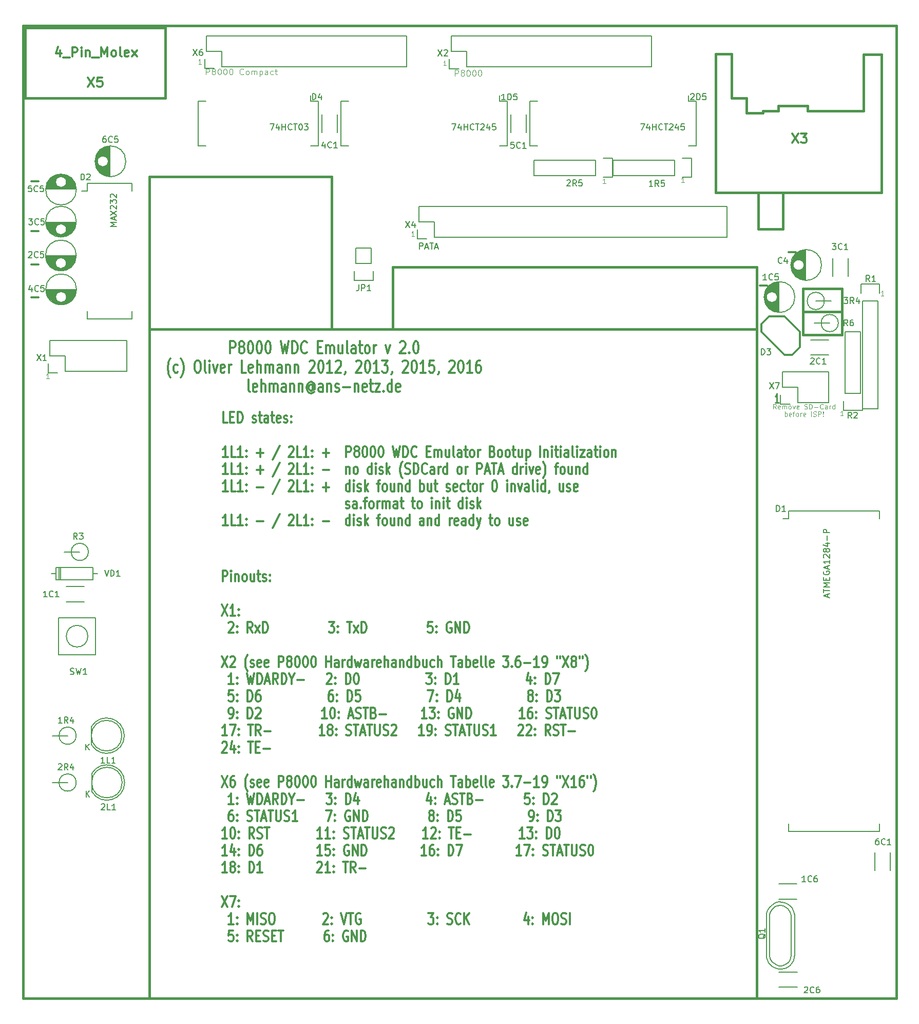
<source format=gto>
G04 #@! TF.FileFunction,Legend,Top*
%FSLAX46Y46*%
G04 Gerber Fmt 4.6, Leading zero omitted, Abs format (unit mm)*
G04 Created by KiCad (PCBNEW 4.0.1-stable) date 15.03.2016 20:12:40*
%MOMM*%
G01*
G04 APERTURE LIST*
%ADD10C,0.150000*%
%ADD11C,0.304800*%
%ADD12C,0.088900*%
%ADD13C,0.381000*%
%ADD14C,0.250190*%
%ADD15C,0.251460*%
%ADD16C,0.099060*%
%ADD17C,0.127000*%
%ADD18C,0.203200*%
G04 APERTURE END LIST*
D10*
D11*
X53781959Y-75419978D02*
X53781959Y-73387978D01*
X54362531Y-73387978D01*
X54507673Y-73484740D01*
X54580245Y-73581502D01*
X54652816Y-73775026D01*
X54652816Y-74065311D01*
X54580245Y-74258835D01*
X54507673Y-74355597D01*
X54362531Y-74452359D01*
X53781959Y-74452359D01*
X55523673Y-74258835D02*
X55378531Y-74162073D01*
X55305959Y-74065311D01*
X55233388Y-73871788D01*
X55233388Y-73775026D01*
X55305959Y-73581502D01*
X55378531Y-73484740D01*
X55523673Y-73387978D01*
X55813959Y-73387978D01*
X55959102Y-73484740D01*
X56031673Y-73581502D01*
X56104245Y-73775026D01*
X56104245Y-73871788D01*
X56031673Y-74065311D01*
X55959102Y-74162073D01*
X55813959Y-74258835D01*
X55523673Y-74258835D01*
X55378531Y-74355597D01*
X55305959Y-74452359D01*
X55233388Y-74645883D01*
X55233388Y-75032930D01*
X55305959Y-75226454D01*
X55378531Y-75323216D01*
X55523673Y-75419978D01*
X55813959Y-75419978D01*
X55959102Y-75323216D01*
X56031673Y-75226454D01*
X56104245Y-75032930D01*
X56104245Y-74645883D01*
X56031673Y-74452359D01*
X55959102Y-74355597D01*
X55813959Y-74258835D01*
X57047674Y-73387978D02*
X57192817Y-73387978D01*
X57337960Y-73484740D01*
X57410531Y-73581502D01*
X57483102Y-73775026D01*
X57555674Y-74162073D01*
X57555674Y-74645883D01*
X57483102Y-75032930D01*
X57410531Y-75226454D01*
X57337960Y-75323216D01*
X57192817Y-75419978D01*
X57047674Y-75419978D01*
X56902531Y-75323216D01*
X56829960Y-75226454D01*
X56757388Y-75032930D01*
X56684817Y-74645883D01*
X56684817Y-74162073D01*
X56757388Y-73775026D01*
X56829960Y-73581502D01*
X56902531Y-73484740D01*
X57047674Y-73387978D01*
X58499103Y-73387978D02*
X58644246Y-73387978D01*
X58789389Y-73484740D01*
X58861960Y-73581502D01*
X58934531Y-73775026D01*
X59007103Y-74162073D01*
X59007103Y-74645883D01*
X58934531Y-75032930D01*
X58861960Y-75226454D01*
X58789389Y-75323216D01*
X58644246Y-75419978D01*
X58499103Y-75419978D01*
X58353960Y-75323216D01*
X58281389Y-75226454D01*
X58208817Y-75032930D01*
X58136246Y-74645883D01*
X58136246Y-74162073D01*
X58208817Y-73775026D01*
X58281389Y-73581502D01*
X58353960Y-73484740D01*
X58499103Y-73387978D01*
X59950532Y-73387978D02*
X60095675Y-73387978D01*
X60240818Y-73484740D01*
X60313389Y-73581502D01*
X60385960Y-73775026D01*
X60458532Y-74162073D01*
X60458532Y-74645883D01*
X60385960Y-75032930D01*
X60313389Y-75226454D01*
X60240818Y-75323216D01*
X60095675Y-75419978D01*
X59950532Y-75419978D01*
X59805389Y-75323216D01*
X59732818Y-75226454D01*
X59660246Y-75032930D01*
X59587675Y-74645883D01*
X59587675Y-74162073D01*
X59660246Y-73775026D01*
X59732818Y-73581502D01*
X59805389Y-73484740D01*
X59950532Y-73387978D01*
X62127675Y-73387978D02*
X62490532Y-75419978D01*
X62780818Y-73968550D01*
X63071104Y-75419978D01*
X63433961Y-73387978D01*
X64014532Y-75419978D02*
X64014532Y-73387978D01*
X64377389Y-73387978D01*
X64595104Y-73484740D01*
X64740246Y-73678264D01*
X64812818Y-73871788D01*
X64885389Y-74258835D01*
X64885389Y-74549121D01*
X64812818Y-74936169D01*
X64740246Y-75129692D01*
X64595104Y-75323216D01*
X64377389Y-75419978D01*
X64014532Y-75419978D01*
X66409389Y-75226454D02*
X66336818Y-75323216D01*
X66119104Y-75419978D01*
X65973961Y-75419978D01*
X65756246Y-75323216D01*
X65611104Y-75129692D01*
X65538532Y-74936169D01*
X65465961Y-74549121D01*
X65465961Y-74258835D01*
X65538532Y-73871788D01*
X65611104Y-73678264D01*
X65756246Y-73484740D01*
X65973961Y-73387978D01*
X66119104Y-73387978D01*
X66336818Y-73484740D01*
X66409389Y-73581502D01*
X68223675Y-74355597D02*
X68731675Y-74355597D01*
X68949389Y-75419978D02*
X68223675Y-75419978D01*
X68223675Y-73387978D01*
X68949389Y-73387978D01*
X69602532Y-75419978D02*
X69602532Y-74065311D01*
X69602532Y-74258835D02*
X69675104Y-74162073D01*
X69820246Y-74065311D01*
X70037961Y-74065311D01*
X70183104Y-74162073D01*
X70255675Y-74355597D01*
X70255675Y-75419978D01*
X70255675Y-74355597D02*
X70328246Y-74162073D01*
X70473389Y-74065311D01*
X70691104Y-74065311D01*
X70836246Y-74162073D01*
X70908818Y-74355597D01*
X70908818Y-75419978D01*
X72287675Y-74065311D02*
X72287675Y-75419978D01*
X71634532Y-74065311D02*
X71634532Y-75129692D01*
X71707104Y-75323216D01*
X71852246Y-75419978D01*
X72069961Y-75419978D01*
X72215104Y-75323216D01*
X72287675Y-75226454D01*
X73231103Y-75419978D02*
X73085961Y-75323216D01*
X73013389Y-75129692D01*
X73013389Y-73387978D01*
X74464818Y-75419978D02*
X74464818Y-74355597D01*
X74392247Y-74162073D01*
X74247104Y-74065311D01*
X73956818Y-74065311D01*
X73811675Y-74162073D01*
X74464818Y-75323216D02*
X74319675Y-75419978D01*
X73956818Y-75419978D01*
X73811675Y-75323216D01*
X73739104Y-75129692D01*
X73739104Y-74936169D01*
X73811675Y-74742645D01*
X73956818Y-74645883D01*
X74319675Y-74645883D01*
X74464818Y-74549121D01*
X74972818Y-74065311D02*
X75553389Y-74065311D01*
X75190532Y-73387978D02*
X75190532Y-75129692D01*
X75263104Y-75323216D01*
X75408246Y-75419978D01*
X75553389Y-75419978D01*
X76279103Y-75419978D02*
X76133961Y-75323216D01*
X76061389Y-75226454D01*
X75988818Y-75032930D01*
X75988818Y-74452359D01*
X76061389Y-74258835D01*
X76133961Y-74162073D01*
X76279103Y-74065311D01*
X76496818Y-74065311D01*
X76641961Y-74162073D01*
X76714532Y-74258835D01*
X76787103Y-74452359D01*
X76787103Y-75032930D01*
X76714532Y-75226454D01*
X76641961Y-75323216D01*
X76496818Y-75419978D01*
X76279103Y-75419978D01*
X77440246Y-75419978D02*
X77440246Y-74065311D01*
X77440246Y-74452359D02*
X77512818Y-74258835D01*
X77585389Y-74162073D01*
X77730532Y-74065311D01*
X77875675Y-74065311D01*
X79399675Y-74065311D02*
X79762532Y-75419978D01*
X80125390Y-74065311D01*
X81794533Y-73581502D02*
X81867104Y-73484740D01*
X82012247Y-73387978D01*
X82375104Y-73387978D01*
X82520247Y-73484740D01*
X82592818Y-73581502D01*
X82665390Y-73775026D01*
X82665390Y-73968550D01*
X82592818Y-74258835D01*
X81721961Y-75419978D01*
X82665390Y-75419978D01*
X83318533Y-75226454D02*
X83391105Y-75323216D01*
X83318533Y-75419978D01*
X83245962Y-75323216D01*
X83318533Y-75226454D01*
X83318533Y-75419978D01*
X84334533Y-73387978D02*
X84479676Y-73387978D01*
X84624819Y-73484740D01*
X84697390Y-73581502D01*
X84769961Y-73775026D01*
X84842533Y-74162073D01*
X84842533Y-74645883D01*
X84769961Y-75032930D01*
X84697390Y-75226454D01*
X84624819Y-75323216D01*
X84479676Y-75419978D01*
X84334533Y-75419978D01*
X84189390Y-75323216D01*
X84116819Y-75226454D01*
X84044247Y-75032930D01*
X83971676Y-74645883D01*
X83971676Y-74162073D01*
X84044247Y-73775026D01*
X84116819Y-73581502D01*
X84189390Y-73484740D01*
X84334533Y-73387978D01*
X43912243Y-79343673D02*
X43839671Y-79246911D01*
X43694528Y-78956626D01*
X43621957Y-78763102D01*
X43549386Y-78472816D01*
X43476814Y-77989007D01*
X43476814Y-77601959D01*
X43549386Y-77118150D01*
X43621957Y-76827864D01*
X43694528Y-76634340D01*
X43839671Y-76344054D01*
X43912243Y-76247292D01*
X45145957Y-78472816D02*
X45000814Y-78569578D01*
X44710528Y-78569578D01*
X44565386Y-78472816D01*
X44492814Y-78376054D01*
X44420243Y-78182530D01*
X44420243Y-77601959D01*
X44492814Y-77408435D01*
X44565386Y-77311673D01*
X44710528Y-77214911D01*
X45000814Y-77214911D01*
X45145957Y-77311673D01*
X45653957Y-79343673D02*
X45726529Y-79246911D01*
X45871672Y-78956626D01*
X45944243Y-78763102D01*
X46016814Y-78472816D01*
X46089386Y-77989007D01*
X46089386Y-77601959D01*
X46016814Y-77118150D01*
X45944243Y-76827864D01*
X45871672Y-76634340D01*
X45726529Y-76344054D01*
X45653957Y-76247292D01*
X48266529Y-76537578D02*
X48556815Y-76537578D01*
X48701957Y-76634340D01*
X48847100Y-76827864D01*
X48919672Y-77214911D01*
X48919672Y-77892245D01*
X48847100Y-78279292D01*
X48701957Y-78472816D01*
X48556815Y-78569578D01*
X48266529Y-78569578D01*
X48121386Y-78472816D01*
X47976243Y-78279292D01*
X47903672Y-77892245D01*
X47903672Y-77214911D01*
X47976243Y-76827864D01*
X48121386Y-76634340D01*
X48266529Y-76537578D01*
X49790528Y-78569578D02*
X49645386Y-78472816D01*
X49572814Y-78279292D01*
X49572814Y-76537578D01*
X50371100Y-78569578D02*
X50371100Y-77214911D01*
X50371100Y-76537578D02*
X50298529Y-76634340D01*
X50371100Y-76731102D01*
X50443672Y-76634340D01*
X50371100Y-76537578D01*
X50371100Y-76731102D01*
X50951671Y-77214911D02*
X51314528Y-78569578D01*
X51677386Y-77214911D01*
X52838529Y-78472816D02*
X52693386Y-78569578D01*
X52403100Y-78569578D01*
X52257957Y-78472816D01*
X52185386Y-78279292D01*
X52185386Y-77505197D01*
X52257957Y-77311673D01*
X52403100Y-77214911D01*
X52693386Y-77214911D01*
X52838529Y-77311673D01*
X52911100Y-77505197D01*
X52911100Y-77698721D01*
X52185386Y-77892245D01*
X53564243Y-78569578D02*
X53564243Y-77214911D01*
X53564243Y-77601959D02*
X53636815Y-77408435D01*
X53709386Y-77311673D01*
X53854529Y-77214911D01*
X53999672Y-77214911D01*
X56394529Y-78569578D02*
X55668815Y-78569578D01*
X55668815Y-76537578D01*
X57483101Y-78472816D02*
X57337958Y-78569578D01*
X57047672Y-78569578D01*
X56902529Y-78472816D01*
X56829958Y-78279292D01*
X56829958Y-77505197D01*
X56902529Y-77311673D01*
X57047672Y-77214911D01*
X57337958Y-77214911D01*
X57483101Y-77311673D01*
X57555672Y-77505197D01*
X57555672Y-77698721D01*
X56829958Y-77892245D01*
X58208815Y-78569578D02*
X58208815Y-76537578D01*
X58861958Y-78569578D02*
X58861958Y-77505197D01*
X58789387Y-77311673D01*
X58644244Y-77214911D01*
X58426529Y-77214911D01*
X58281387Y-77311673D01*
X58208815Y-77408435D01*
X59587672Y-78569578D02*
X59587672Y-77214911D01*
X59587672Y-77408435D02*
X59660244Y-77311673D01*
X59805386Y-77214911D01*
X60023101Y-77214911D01*
X60168244Y-77311673D01*
X60240815Y-77505197D01*
X60240815Y-78569578D01*
X60240815Y-77505197D02*
X60313386Y-77311673D01*
X60458529Y-77214911D01*
X60676244Y-77214911D01*
X60821386Y-77311673D01*
X60893958Y-77505197D01*
X60893958Y-78569578D01*
X62272815Y-78569578D02*
X62272815Y-77505197D01*
X62200244Y-77311673D01*
X62055101Y-77214911D01*
X61764815Y-77214911D01*
X61619672Y-77311673D01*
X62272815Y-78472816D02*
X62127672Y-78569578D01*
X61764815Y-78569578D01*
X61619672Y-78472816D01*
X61547101Y-78279292D01*
X61547101Y-78085769D01*
X61619672Y-77892245D01*
X61764815Y-77795483D01*
X62127672Y-77795483D01*
X62272815Y-77698721D01*
X62998529Y-77214911D02*
X62998529Y-78569578D01*
X62998529Y-77408435D02*
X63071101Y-77311673D01*
X63216243Y-77214911D01*
X63433958Y-77214911D01*
X63579101Y-77311673D01*
X63651672Y-77505197D01*
X63651672Y-78569578D01*
X64377386Y-77214911D02*
X64377386Y-78569578D01*
X64377386Y-77408435D02*
X64449958Y-77311673D01*
X64595100Y-77214911D01*
X64812815Y-77214911D01*
X64957958Y-77311673D01*
X65030529Y-77505197D01*
X65030529Y-78569578D01*
X66844815Y-76731102D02*
X66917386Y-76634340D01*
X67062529Y-76537578D01*
X67425386Y-76537578D01*
X67570529Y-76634340D01*
X67643100Y-76731102D01*
X67715672Y-76924626D01*
X67715672Y-77118150D01*
X67643100Y-77408435D01*
X66772243Y-78569578D01*
X67715672Y-78569578D01*
X68659101Y-76537578D02*
X68804244Y-76537578D01*
X68949387Y-76634340D01*
X69021958Y-76731102D01*
X69094529Y-76924626D01*
X69167101Y-77311673D01*
X69167101Y-77795483D01*
X69094529Y-78182530D01*
X69021958Y-78376054D01*
X68949387Y-78472816D01*
X68804244Y-78569578D01*
X68659101Y-78569578D01*
X68513958Y-78472816D01*
X68441387Y-78376054D01*
X68368815Y-78182530D01*
X68296244Y-77795483D01*
X68296244Y-77311673D01*
X68368815Y-76924626D01*
X68441387Y-76731102D01*
X68513958Y-76634340D01*
X68659101Y-76537578D01*
X70618530Y-78569578D02*
X69747673Y-78569578D01*
X70183101Y-78569578D02*
X70183101Y-76537578D01*
X70037958Y-76827864D01*
X69892816Y-77021388D01*
X69747673Y-77118150D01*
X71199102Y-76731102D02*
X71271673Y-76634340D01*
X71416816Y-76537578D01*
X71779673Y-76537578D01*
X71924816Y-76634340D01*
X71997387Y-76731102D01*
X72069959Y-76924626D01*
X72069959Y-77118150D01*
X71997387Y-77408435D01*
X71126530Y-78569578D01*
X72069959Y-78569578D01*
X72795674Y-78472816D02*
X72795674Y-78569578D01*
X72723102Y-78763102D01*
X72650531Y-78859864D01*
X74537388Y-76731102D02*
X74609959Y-76634340D01*
X74755102Y-76537578D01*
X75117959Y-76537578D01*
X75263102Y-76634340D01*
X75335673Y-76731102D01*
X75408245Y-76924626D01*
X75408245Y-77118150D01*
X75335673Y-77408435D01*
X74464816Y-78569578D01*
X75408245Y-78569578D01*
X76351674Y-76537578D02*
X76496817Y-76537578D01*
X76641960Y-76634340D01*
X76714531Y-76731102D01*
X76787102Y-76924626D01*
X76859674Y-77311673D01*
X76859674Y-77795483D01*
X76787102Y-78182530D01*
X76714531Y-78376054D01*
X76641960Y-78472816D01*
X76496817Y-78569578D01*
X76351674Y-78569578D01*
X76206531Y-78472816D01*
X76133960Y-78376054D01*
X76061388Y-78182530D01*
X75988817Y-77795483D01*
X75988817Y-77311673D01*
X76061388Y-76924626D01*
X76133960Y-76731102D01*
X76206531Y-76634340D01*
X76351674Y-76537578D01*
X78311103Y-78569578D02*
X77440246Y-78569578D01*
X77875674Y-78569578D02*
X77875674Y-76537578D01*
X77730531Y-76827864D01*
X77585389Y-77021388D01*
X77440246Y-77118150D01*
X78819103Y-76537578D02*
X79762532Y-76537578D01*
X79254532Y-77311673D01*
X79472246Y-77311673D01*
X79617389Y-77408435D01*
X79689960Y-77505197D01*
X79762532Y-77698721D01*
X79762532Y-78182530D01*
X79689960Y-78376054D01*
X79617389Y-78472816D01*
X79472246Y-78569578D01*
X79036818Y-78569578D01*
X78891675Y-78472816D01*
X78819103Y-78376054D01*
X80488247Y-78472816D02*
X80488247Y-78569578D01*
X80415675Y-78763102D01*
X80343104Y-78859864D01*
X82229961Y-76731102D02*
X82302532Y-76634340D01*
X82447675Y-76537578D01*
X82810532Y-76537578D01*
X82955675Y-76634340D01*
X83028246Y-76731102D01*
X83100818Y-76924626D01*
X83100818Y-77118150D01*
X83028246Y-77408435D01*
X82157389Y-78569578D01*
X83100818Y-78569578D01*
X84044247Y-76537578D02*
X84189390Y-76537578D01*
X84334533Y-76634340D01*
X84407104Y-76731102D01*
X84479675Y-76924626D01*
X84552247Y-77311673D01*
X84552247Y-77795483D01*
X84479675Y-78182530D01*
X84407104Y-78376054D01*
X84334533Y-78472816D01*
X84189390Y-78569578D01*
X84044247Y-78569578D01*
X83899104Y-78472816D01*
X83826533Y-78376054D01*
X83753961Y-78182530D01*
X83681390Y-77795483D01*
X83681390Y-77311673D01*
X83753961Y-76924626D01*
X83826533Y-76731102D01*
X83899104Y-76634340D01*
X84044247Y-76537578D01*
X86003676Y-78569578D02*
X85132819Y-78569578D01*
X85568247Y-78569578D02*
X85568247Y-76537578D01*
X85423104Y-76827864D01*
X85277962Y-77021388D01*
X85132819Y-77118150D01*
X87382533Y-76537578D02*
X86656819Y-76537578D01*
X86584248Y-77505197D01*
X86656819Y-77408435D01*
X86801962Y-77311673D01*
X87164819Y-77311673D01*
X87309962Y-77408435D01*
X87382533Y-77505197D01*
X87455105Y-77698721D01*
X87455105Y-78182530D01*
X87382533Y-78376054D01*
X87309962Y-78472816D01*
X87164819Y-78569578D01*
X86801962Y-78569578D01*
X86656819Y-78472816D01*
X86584248Y-78376054D01*
X88180820Y-78472816D02*
X88180820Y-78569578D01*
X88108248Y-78763102D01*
X88035677Y-78859864D01*
X89922534Y-76731102D02*
X89995105Y-76634340D01*
X90140248Y-76537578D01*
X90503105Y-76537578D01*
X90648248Y-76634340D01*
X90720819Y-76731102D01*
X90793391Y-76924626D01*
X90793391Y-77118150D01*
X90720819Y-77408435D01*
X89849962Y-78569578D01*
X90793391Y-78569578D01*
X91736820Y-76537578D02*
X91881963Y-76537578D01*
X92027106Y-76634340D01*
X92099677Y-76731102D01*
X92172248Y-76924626D01*
X92244820Y-77311673D01*
X92244820Y-77795483D01*
X92172248Y-78182530D01*
X92099677Y-78376054D01*
X92027106Y-78472816D01*
X91881963Y-78569578D01*
X91736820Y-78569578D01*
X91591677Y-78472816D01*
X91519106Y-78376054D01*
X91446534Y-78182530D01*
X91373963Y-77795483D01*
X91373963Y-77311673D01*
X91446534Y-76924626D01*
X91519106Y-76731102D01*
X91591677Y-76634340D01*
X91736820Y-76537578D01*
X93696249Y-78569578D02*
X92825392Y-78569578D01*
X93260820Y-78569578D02*
X93260820Y-76537578D01*
X93115677Y-76827864D01*
X92970535Y-77021388D01*
X92825392Y-77118150D01*
X95002535Y-76537578D02*
X94712249Y-76537578D01*
X94567106Y-76634340D01*
X94494535Y-76731102D01*
X94349392Y-77021388D01*
X94276821Y-77408435D01*
X94276821Y-78182530D01*
X94349392Y-78376054D01*
X94421964Y-78472816D01*
X94567106Y-78569578D01*
X94857392Y-78569578D01*
X95002535Y-78472816D01*
X95075106Y-78376054D01*
X95147678Y-78182530D01*
X95147678Y-77698721D01*
X95075106Y-77505197D01*
X95002535Y-77408435D01*
X94857392Y-77311673D01*
X94567106Y-77311673D01*
X94421964Y-77408435D01*
X94349392Y-77505197D01*
X94276821Y-77698721D01*
X57011389Y-81719178D02*
X56866247Y-81622416D01*
X56793675Y-81428892D01*
X56793675Y-79687178D01*
X58172533Y-81622416D02*
X58027390Y-81719178D01*
X57737104Y-81719178D01*
X57591961Y-81622416D01*
X57519390Y-81428892D01*
X57519390Y-80654797D01*
X57591961Y-80461273D01*
X57737104Y-80364511D01*
X58027390Y-80364511D01*
X58172533Y-80461273D01*
X58245104Y-80654797D01*
X58245104Y-80848321D01*
X57519390Y-81041845D01*
X58898247Y-81719178D02*
X58898247Y-79687178D01*
X59551390Y-81719178D02*
X59551390Y-80654797D01*
X59478819Y-80461273D01*
X59333676Y-80364511D01*
X59115961Y-80364511D01*
X58970819Y-80461273D01*
X58898247Y-80558035D01*
X60277104Y-81719178D02*
X60277104Y-80364511D01*
X60277104Y-80558035D02*
X60349676Y-80461273D01*
X60494818Y-80364511D01*
X60712533Y-80364511D01*
X60857676Y-80461273D01*
X60930247Y-80654797D01*
X60930247Y-81719178D01*
X60930247Y-80654797D02*
X61002818Y-80461273D01*
X61147961Y-80364511D01*
X61365676Y-80364511D01*
X61510818Y-80461273D01*
X61583390Y-80654797D01*
X61583390Y-81719178D01*
X62962247Y-81719178D02*
X62962247Y-80654797D01*
X62889676Y-80461273D01*
X62744533Y-80364511D01*
X62454247Y-80364511D01*
X62309104Y-80461273D01*
X62962247Y-81622416D02*
X62817104Y-81719178D01*
X62454247Y-81719178D01*
X62309104Y-81622416D01*
X62236533Y-81428892D01*
X62236533Y-81235369D01*
X62309104Y-81041845D01*
X62454247Y-80945083D01*
X62817104Y-80945083D01*
X62962247Y-80848321D01*
X63687961Y-80364511D02*
X63687961Y-81719178D01*
X63687961Y-80558035D02*
X63760533Y-80461273D01*
X63905675Y-80364511D01*
X64123390Y-80364511D01*
X64268533Y-80461273D01*
X64341104Y-80654797D01*
X64341104Y-81719178D01*
X65066818Y-80364511D02*
X65066818Y-81719178D01*
X65066818Y-80558035D02*
X65139390Y-80461273D01*
X65284532Y-80364511D01*
X65502247Y-80364511D01*
X65647390Y-80461273D01*
X65719961Y-80654797D01*
X65719961Y-81719178D01*
X67389104Y-80751559D02*
X67316532Y-80654797D01*
X67171389Y-80558035D01*
X67026247Y-80558035D01*
X66881104Y-80654797D01*
X66808532Y-80751559D01*
X66735961Y-80945083D01*
X66735961Y-81138607D01*
X66808532Y-81332130D01*
X66881104Y-81428892D01*
X67026247Y-81525654D01*
X67171389Y-81525654D01*
X67316532Y-81428892D01*
X67389104Y-81332130D01*
X67389104Y-80558035D02*
X67389104Y-81332130D01*
X67461675Y-81428892D01*
X67534247Y-81428892D01*
X67679389Y-81332130D01*
X67751961Y-81138607D01*
X67751961Y-80654797D01*
X67606818Y-80364511D01*
X67389104Y-80170988D01*
X67098818Y-80074226D01*
X66808532Y-80170988D01*
X66590818Y-80364511D01*
X66445675Y-80654797D01*
X66373104Y-81041845D01*
X66445675Y-81428892D01*
X66590818Y-81719178D01*
X66808532Y-81912702D01*
X67098818Y-82009464D01*
X67389104Y-81912702D01*
X67606818Y-81719178D01*
X69058247Y-81719178D02*
X69058247Y-80654797D01*
X68985676Y-80461273D01*
X68840533Y-80364511D01*
X68550247Y-80364511D01*
X68405104Y-80461273D01*
X69058247Y-81622416D02*
X68913104Y-81719178D01*
X68550247Y-81719178D01*
X68405104Y-81622416D01*
X68332533Y-81428892D01*
X68332533Y-81235369D01*
X68405104Y-81041845D01*
X68550247Y-80945083D01*
X68913104Y-80945083D01*
X69058247Y-80848321D01*
X69783961Y-80364511D02*
X69783961Y-81719178D01*
X69783961Y-80558035D02*
X69856533Y-80461273D01*
X70001675Y-80364511D01*
X70219390Y-80364511D01*
X70364533Y-80461273D01*
X70437104Y-80654797D01*
X70437104Y-81719178D01*
X71090247Y-81622416D02*
X71235390Y-81719178D01*
X71525675Y-81719178D01*
X71670818Y-81622416D01*
X71743390Y-81428892D01*
X71743390Y-81332130D01*
X71670818Y-81138607D01*
X71525675Y-81041845D01*
X71307961Y-81041845D01*
X71162818Y-80945083D01*
X71090247Y-80751559D01*
X71090247Y-80654797D01*
X71162818Y-80461273D01*
X71307961Y-80364511D01*
X71525675Y-80364511D01*
X71670818Y-80461273D01*
X72396532Y-80945083D02*
X73557675Y-80945083D01*
X74283389Y-80364511D02*
X74283389Y-81719178D01*
X74283389Y-80558035D02*
X74355961Y-80461273D01*
X74501103Y-80364511D01*
X74718818Y-80364511D01*
X74863961Y-80461273D01*
X74936532Y-80654797D01*
X74936532Y-81719178D01*
X76242818Y-81622416D02*
X76097675Y-81719178D01*
X75807389Y-81719178D01*
X75662246Y-81622416D01*
X75589675Y-81428892D01*
X75589675Y-80654797D01*
X75662246Y-80461273D01*
X75807389Y-80364511D01*
X76097675Y-80364511D01*
X76242818Y-80461273D01*
X76315389Y-80654797D01*
X76315389Y-80848321D01*
X75589675Y-81041845D01*
X76750818Y-80364511D02*
X77331389Y-80364511D01*
X76968532Y-79687178D02*
X76968532Y-81428892D01*
X77041104Y-81622416D01*
X77186246Y-81719178D01*
X77331389Y-81719178D01*
X77694246Y-80364511D02*
X78492532Y-80364511D01*
X77694246Y-81719178D01*
X78492532Y-81719178D01*
X79073103Y-81525654D02*
X79145675Y-81622416D01*
X79073103Y-81719178D01*
X79000532Y-81622416D01*
X79073103Y-81525654D01*
X79073103Y-81719178D01*
X80451960Y-81719178D02*
X80451960Y-79687178D01*
X80451960Y-81622416D02*
X80306817Y-81719178D01*
X80016531Y-81719178D01*
X79871389Y-81622416D01*
X79798817Y-81525654D01*
X79726246Y-81332130D01*
X79726246Y-80751559D01*
X79798817Y-80558035D01*
X79871389Y-80461273D01*
X80016531Y-80364511D01*
X80306817Y-80364511D01*
X80451960Y-80461273D01*
X81758246Y-81622416D02*
X81613103Y-81719178D01*
X81322817Y-81719178D01*
X81177674Y-81622416D01*
X81105103Y-81428892D01*
X81105103Y-80654797D01*
X81177674Y-80461273D01*
X81322817Y-80364511D01*
X81613103Y-80364511D01*
X81758246Y-80461273D01*
X81830817Y-80654797D01*
X81830817Y-80848321D01*
X81105103Y-81041845D01*
X53321131Y-86824663D02*
X52654684Y-86824663D01*
X52654684Y-85023803D01*
X53787645Y-85881355D02*
X54254158Y-85881355D01*
X54454092Y-86824663D02*
X53787645Y-86824663D01*
X53787645Y-85023803D01*
X54454092Y-85023803D01*
X55053895Y-86824663D02*
X55053895Y-85023803D01*
X55387119Y-85023803D01*
X55587053Y-85109558D01*
X55720342Y-85281068D01*
X55786987Y-85452579D01*
X55853632Y-85795600D01*
X55853632Y-86052866D01*
X55786987Y-86395887D01*
X55720342Y-86567397D01*
X55587053Y-86738908D01*
X55387119Y-86824663D01*
X55053895Y-86824663D01*
X57453106Y-86738908D02*
X57586396Y-86824663D01*
X57852975Y-86824663D01*
X57986264Y-86738908D01*
X58052909Y-86567397D01*
X58052909Y-86481642D01*
X57986264Y-86310131D01*
X57852975Y-86224376D01*
X57653040Y-86224376D01*
X57519751Y-86138621D01*
X57453106Y-85967110D01*
X57453106Y-85881355D01*
X57519751Y-85709845D01*
X57653040Y-85624089D01*
X57852975Y-85624089D01*
X57986264Y-85709845D01*
X58452778Y-85624089D02*
X58985936Y-85624089D01*
X58652712Y-85023803D02*
X58652712Y-86567397D01*
X58719357Y-86738908D01*
X58852646Y-86824663D01*
X58985936Y-86824663D01*
X60052252Y-86824663D02*
X60052252Y-85881355D01*
X59985607Y-85709845D01*
X59852317Y-85624089D01*
X59585738Y-85624089D01*
X59452449Y-85709845D01*
X60052252Y-86738908D02*
X59918962Y-86824663D01*
X59585738Y-86824663D01*
X59452449Y-86738908D01*
X59385804Y-86567397D01*
X59385804Y-86395887D01*
X59452449Y-86224376D01*
X59585738Y-86138621D01*
X59918962Y-86138621D01*
X60052252Y-86052866D01*
X60518765Y-85624089D02*
X61051923Y-85624089D01*
X60718699Y-85023803D02*
X60718699Y-86567397D01*
X60785344Y-86738908D01*
X60918633Y-86824663D01*
X61051923Y-86824663D01*
X62051594Y-86738908D02*
X61918304Y-86824663D01*
X61651725Y-86824663D01*
X61518436Y-86738908D01*
X61451791Y-86567397D01*
X61451791Y-85881355D01*
X61518436Y-85709845D01*
X61651725Y-85624089D01*
X61918304Y-85624089D01*
X62051594Y-85709845D01*
X62118239Y-85881355D01*
X62118239Y-86052866D01*
X61451791Y-86224376D01*
X62651397Y-86738908D02*
X62784687Y-86824663D01*
X63051266Y-86824663D01*
X63184555Y-86738908D01*
X63251200Y-86567397D01*
X63251200Y-86481642D01*
X63184555Y-86310131D01*
X63051266Y-86224376D01*
X62851331Y-86224376D01*
X62718042Y-86138621D01*
X62651397Y-85967110D01*
X62651397Y-85881355D01*
X62718042Y-85709845D01*
X62851331Y-85624089D01*
X63051266Y-85624089D01*
X63184555Y-85709845D01*
X63851003Y-86653152D02*
X63917648Y-86738908D01*
X63851003Y-86824663D01*
X63784358Y-86738908D01*
X63851003Y-86653152D01*
X63851003Y-86824663D01*
X63851003Y-85709845D02*
X63917648Y-85795600D01*
X63851003Y-85881355D01*
X63784358Y-85795600D01*
X63851003Y-85709845D01*
X63851003Y-85881355D01*
X53387776Y-92476671D02*
X52588039Y-92476671D01*
X52987908Y-92476671D02*
X52987908Y-90675811D01*
X52854618Y-90933076D01*
X52721329Y-91104587D01*
X52588039Y-91190342D01*
X54654026Y-92476671D02*
X53987579Y-92476671D01*
X53987579Y-90675811D01*
X55853632Y-92476671D02*
X55053895Y-92476671D01*
X55453764Y-92476671D02*
X55453764Y-90675811D01*
X55320474Y-90933076D01*
X55187185Y-91104587D01*
X55053895Y-91190342D01*
X56453435Y-92305160D02*
X56520080Y-92390916D01*
X56453435Y-92476671D01*
X56386790Y-92390916D01*
X56453435Y-92305160D01*
X56453435Y-92476671D01*
X56453435Y-91361853D02*
X56520080Y-91447608D01*
X56453435Y-91533363D01*
X56386790Y-91447608D01*
X56453435Y-91361853D01*
X56453435Y-91533363D01*
X58186199Y-91790629D02*
X59252515Y-91790629D01*
X58719357Y-92476671D02*
X58719357Y-91104587D01*
X61984950Y-90590056D02*
X60785345Y-92905447D01*
X63451135Y-90847321D02*
X63517780Y-90761566D01*
X63651069Y-90675811D01*
X63984293Y-90675811D01*
X64117583Y-90761566D01*
X64184227Y-90847321D01*
X64250872Y-91018832D01*
X64250872Y-91190342D01*
X64184227Y-91447608D01*
X63384490Y-92476671D01*
X64250872Y-92476671D01*
X65517122Y-92476671D02*
X64850675Y-92476671D01*
X64850675Y-90675811D01*
X66716728Y-92476671D02*
X65916991Y-92476671D01*
X66316860Y-92476671D02*
X66316860Y-90675811D01*
X66183570Y-90933076D01*
X66050281Y-91104587D01*
X65916991Y-91190342D01*
X67316531Y-92305160D02*
X67383176Y-92390916D01*
X67316531Y-92476671D01*
X67249886Y-92390916D01*
X67316531Y-92305160D01*
X67316531Y-92476671D01*
X67316531Y-91361853D02*
X67383176Y-91447608D01*
X67316531Y-91533363D01*
X67249886Y-91447608D01*
X67316531Y-91361853D01*
X67316531Y-91533363D01*
X69049295Y-91790629D02*
X70115611Y-91790629D01*
X69582453Y-92476671D02*
X69582453Y-91104587D01*
X72914691Y-92476671D02*
X72914691Y-90675811D01*
X73447849Y-90675811D01*
X73581138Y-90761566D01*
X73647783Y-90847321D01*
X73714428Y-91018832D01*
X73714428Y-91276097D01*
X73647783Y-91447608D01*
X73581138Y-91533363D01*
X73447849Y-91619118D01*
X72914691Y-91619118D01*
X74514165Y-91447608D02*
X74380876Y-91361853D01*
X74314231Y-91276097D01*
X74247586Y-91104587D01*
X74247586Y-91018832D01*
X74314231Y-90847321D01*
X74380876Y-90761566D01*
X74514165Y-90675811D01*
X74780744Y-90675811D01*
X74914034Y-90761566D01*
X74980678Y-90847321D01*
X75047323Y-91018832D01*
X75047323Y-91104587D01*
X74980678Y-91276097D01*
X74914034Y-91361853D01*
X74780744Y-91447608D01*
X74514165Y-91447608D01*
X74380876Y-91533363D01*
X74314231Y-91619118D01*
X74247586Y-91790629D01*
X74247586Y-92133650D01*
X74314231Y-92305160D01*
X74380876Y-92390916D01*
X74514165Y-92476671D01*
X74780744Y-92476671D01*
X74914034Y-92390916D01*
X74980678Y-92305160D01*
X75047323Y-92133650D01*
X75047323Y-91790629D01*
X74980678Y-91619118D01*
X74914034Y-91533363D01*
X74780744Y-91447608D01*
X75913705Y-90675811D02*
X76046994Y-90675811D01*
X76180284Y-90761566D01*
X76246929Y-90847321D01*
X76313573Y-91018832D01*
X76380218Y-91361853D01*
X76380218Y-91790629D01*
X76313573Y-92133650D01*
X76246929Y-92305160D01*
X76180284Y-92390916D01*
X76046994Y-92476671D01*
X75913705Y-92476671D01*
X75780415Y-92390916D01*
X75713771Y-92305160D01*
X75647126Y-92133650D01*
X75580481Y-91790629D01*
X75580481Y-91361853D01*
X75647126Y-91018832D01*
X75713771Y-90847321D01*
X75780415Y-90761566D01*
X75913705Y-90675811D01*
X77246600Y-90675811D02*
X77379889Y-90675811D01*
X77513179Y-90761566D01*
X77579824Y-90847321D01*
X77646468Y-91018832D01*
X77713113Y-91361853D01*
X77713113Y-91790629D01*
X77646468Y-92133650D01*
X77579824Y-92305160D01*
X77513179Y-92390916D01*
X77379889Y-92476671D01*
X77246600Y-92476671D01*
X77113310Y-92390916D01*
X77046666Y-92305160D01*
X76980021Y-92133650D01*
X76913376Y-91790629D01*
X76913376Y-91361853D01*
X76980021Y-91018832D01*
X77046666Y-90847321D01*
X77113310Y-90761566D01*
X77246600Y-90675811D01*
X78579495Y-90675811D02*
X78712784Y-90675811D01*
X78846074Y-90761566D01*
X78912719Y-90847321D01*
X78979363Y-91018832D01*
X79046008Y-91361853D01*
X79046008Y-91790629D01*
X78979363Y-92133650D01*
X78912719Y-92305160D01*
X78846074Y-92390916D01*
X78712784Y-92476671D01*
X78579495Y-92476671D01*
X78446205Y-92390916D01*
X78379561Y-92305160D01*
X78312916Y-92133650D01*
X78246271Y-91790629D01*
X78246271Y-91361853D01*
X78312916Y-91018832D01*
X78379561Y-90847321D01*
X78446205Y-90761566D01*
X78579495Y-90675811D01*
X80578837Y-90675811D02*
X80912061Y-92476671D01*
X81178640Y-91190342D01*
X81445219Y-92476671D01*
X81778443Y-90675811D01*
X82311601Y-92476671D02*
X82311601Y-90675811D01*
X82644825Y-90675811D01*
X82844759Y-90761566D01*
X82978048Y-90933076D01*
X83044693Y-91104587D01*
X83111338Y-91447608D01*
X83111338Y-91704874D01*
X83044693Y-92047895D01*
X82978048Y-92219405D01*
X82844759Y-92390916D01*
X82644825Y-92476671D01*
X82311601Y-92476671D01*
X84510878Y-92305160D02*
X84444233Y-92390916D01*
X84244299Y-92476671D01*
X84111009Y-92476671D01*
X83911075Y-92390916D01*
X83777786Y-92219405D01*
X83711141Y-92047895D01*
X83644496Y-91704874D01*
X83644496Y-91447608D01*
X83711141Y-91104587D01*
X83777786Y-90933076D01*
X83911075Y-90761566D01*
X84111009Y-90675811D01*
X84244299Y-90675811D01*
X84444233Y-90761566D01*
X84510878Y-90847321D01*
X86176997Y-91533363D02*
X86643510Y-91533363D01*
X86843444Y-92476671D02*
X86176997Y-92476671D01*
X86176997Y-90675811D01*
X86843444Y-90675811D01*
X87443247Y-92476671D02*
X87443247Y-91276097D01*
X87443247Y-91447608D02*
X87509892Y-91361853D01*
X87643181Y-91276097D01*
X87843115Y-91276097D01*
X87976405Y-91361853D01*
X88043050Y-91533363D01*
X88043050Y-92476671D01*
X88043050Y-91533363D02*
X88109694Y-91361853D01*
X88242984Y-91276097D01*
X88442918Y-91276097D01*
X88576208Y-91361853D01*
X88642853Y-91533363D01*
X88642853Y-92476671D01*
X89909103Y-91276097D02*
X89909103Y-92476671D01*
X89309300Y-91276097D02*
X89309300Y-92219405D01*
X89375945Y-92390916D01*
X89509234Y-92476671D01*
X89709168Y-92476671D01*
X89842458Y-92390916D01*
X89909103Y-92305160D01*
X90775484Y-92476671D02*
X90642195Y-92390916D01*
X90575550Y-92219405D01*
X90575550Y-90675811D01*
X91908445Y-92476671D02*
X91908445Y-91533363D01*
X91841800Y-91361853D01*
X91708510Y-91276097D01*
X91441931Y-91276097D01*
X91308642Y-91361853D01*
X91908445Y-92390916D02*
X91775155Y-92476671D01*
X91441931Y-92476671D01*
X91308642Y-92390916D01*
X91241997Y-92219405D01*
X91241997Y-92047895D01*
X91308642Y-91876384D01*
X91441931Y-91790629D01*
X91775155Y-91790629D01*
X91908445Y-91704874D01*
X92374958Y-91276097D02*
X92908116Y-91276097D01*
X92574892Y-90675811D02*
X92574892Y-92219405D01*
X92641537Y-92390916D01*
X92774826Y-92476671D01*
X92908116Y-92476671D01*
X93574563Y-92476671D02*
X93441274Y-92390916D01*
X93374629Y-92305160D01*
X93307984Y-92133650D01*
X93307984Y-91619118D01*
X93374629Y-91447608D01*
X93441274Y-91361853D01*
X93574563Y-91276097D01*
X93774497Y-91276097D01*
X93907787Y-91361853D01*
X93974432Y-91447608D01*
X94041076Y-91619118D01*
X94041076Y-92133650D01*
X93974432Y-92305160D01*
X93907787Y-92390916D01*
X93774497Y-92476671D01*
X93574563Y-92476671D01*
X94640879Y-92476671D02*
X94640879Y-91276097D01*
X94640879Y-91619118D02*
X94707524Y-91447608D01*
X94774168Y-91361853D01*
X94907458Y-91276097D01*
X95040747Y-91276097D01*
X97040090Y-91533363D02*
X97240024Y-91619118D01*
X97306669Y-91704874D01*
X97373314Y-91876384D01*
X97373314Y-92133650D01*
X97306669Y-92305160D01*
X97240024Y-92390916D01*
X97106735Y-92476671D01*
X96573577Y-92476671D01*
X96573577Y-90675811D01*
X97040090Y-90675811D01*
X97173380Y-90761566D01*
X97240024Y-90847321D01*
X97306669Y-91018832D01*
X97306669Y-91190342D01*
X97240024Y-91361853D01*
X97173380Y-91447608D01*
X97040090Y-91533363D01*
X96573577Y-91533363D01*
X98173051Y-92476671D02*
X98039762Y-92390916D01*
X97973117Y-92305160D01*
X97906472Y-92133650D01*
X97906472Y-91619118D01*
X97973117Y-91447608D01*
X98039762Y-91361853D01*
X98173051Y-91276097D01*
X98372985Y-91276097D01*
X98506275Y-91361853D01*
X98572920Y-91447608D01*
X98639564Y-91619118D01*
X98639564Y-92133650D01*
X98572920Y-92305160D01*
X98506275Y-92390916D01*
X98372985Y-92476671D01*
X98173051Y-92476671D01*
X99439301Y-92476671D02*
X99306012Y-92390916D01*
X99239367Y-92305160D01*
X99172722Y-92133650D01*
X99172722Y-91619118D01*
X99239367Y-91447608D01*
X99306012Y-91361853D01*
X99439301Y-91276097D01*
X99639235Y-91276097D01*
X99772525Y-91361853D01*
X99839170Y-91447608D01*
X99905814Y-91619118D01*
X99905814Y-92133650D01*
X99839170Y-92305160D01*
X99772525Y-92390916D01*
X99639235Y-92476671D01*
X99439301Y-92476671D01*
X100305683Y-91276097D02*
X100838841Y-91276097D01*
X100505617Y-90675811D02*
X100505617Y-92219405D01*
X100572262Y-92390916D01*
X100705551Y-92476671D01*
X100838841Y-92476671D01*
X101905157Y-91276097D02*
X101905157Y-92476671D01*
X101305354Y-91276097D02*
X101305354Y-92219405D01*
X101371999Y-92390916D01*
X101505288Y-92476671D01*
X101705222Y-92476671D01*
X101838512Y-92390916D01*
X101905157Y-92305160D01*
X102571604Y-91276097D02*
X102571604Y-93076957D01*
X102571604Y-91361853D02*
X102704893Y-91276097D01*
X102971472Y-91276097D01*
X103104762Y-91361853D01*
X103171407Y-91447608D01*
X103238051Y-91619118D01*
X103238051Y-92133650D01*
X103171407Y-92305160D01*
X103104762Y-92390916D01*
X102971472Y-92476671D01*
X102704893Y-92476671D01*
X102571604Y-92390916D01*
X104904170Y-92476671D02*
X104904170Y-90675811D01*
X105570618Y-91276097D02*
X105570618Y-92476671D01*
X105570618Y-91447608D02*
X105637263Y-91361853D01*
X105770552Y-91276097D01*
X105970486Y-91276097D01*
X106103776Y-91361853D01*
X106170421Y-91533363D01*
X106170421Y-92476671D01*
X106836868Y-92476671D02*
X106836868Y-91276097D01*
X106836868Y-90675811D02*
X106770223Y-90761566D01*
X106836868Y-90847321D01*
X106903513Y-90761566D01*
X106836868Y-90675811D01*
X106836868Y-90847321D01*
X107303382Y-91276097D02*
X107836540Y-91276097D01*
X107503316Y-90675811D02*
X107503316Y-92219405D01*
X107569961Y-92390916D01*
X107703250Y-92476671D01*
X107836540Y-92476671D01*
X108303053Y-92476671D02*
X108303053Y-91276097D01*
X108303053Y-90675811D02*
X108236408Y-90761566D01*
X108303053Y-90847321D01*
X108369698Y-90761566D01*
X108303053Y-90675811D01*
X108303053Y-90847321D01*
X109569304Y-92476671D02*
X109569304Y-91533363D01*
X109502659Y-91361853D01*
X109369369Y-91276097D01*
X109102790Y-91276097D01*
X108969501Y-91361853D01*
X109569304Y-92390916D02*
X109436014Y-92476671D01*
X109102790Y-92476671D01*
X108969501Y-92390916D01*
X108902856Y-92219405D01*
X108902856Y-92047895D01*
X108969501Y-91876384D01*
X109102790Y-91790629D01*
X109436014Y-91790629D01*
X109569304Y-91704874D01*
X110435685Y-92476671D02*
X110302396Y-92390916D01*
X110235751Y-92219405D01*
X110235751Y-90675811D01*
X110968843Y-92476671D02*
X110968843Y-91276097D01*
X110968843Y-90675811D02*
X110902198Y-90761566D01*
X110968843Y-90847321D01*
X111035488Y-90761566D01*
X110968843Y-90675811D01*
X110968843Y-90847321D01*
X111502001Y-91276097D02*
X112235094Y-91276097D01*
X111502001Y-92476671D01*
X112235094Y-92476671D01*
X113368055Y-92476671D02*
X113368055Y-91533363D01*
X113301410Y-91361853D01*
X113168120Y-91276097D01*
X112901541Y-91276097D01*
X112768252Y-91361853D01*
X113368055Y-92390916D02*
X113234765Y-92476671D01*
X112901541Y-92476671D01*
X112768252Y-92390916D01*
X112701607Y-92219405D01*
X112701607Y-92047895D01*
X112768252Y-91876384D01*
X112901541Y-91790629D01*
X113234765Y-91790629D01*
X113368055Y-91704874D01*
X113834568Y-91276097D02*
X114367726Y-91276097D01*
X114034502Y-90675811D02*
X114034502Y-92219405D01*
X114101147Y-92390916D01*
X114234436Y-92476671D01*
X114367726Y-92476671D01*
X114834239Y-92476671D02*
X114834239Y-91276097D01*
X114834239Y-90675811D02*
X114767594Y-90761566D01*
X114834239Y-90847321D01*
X114900884Y-90761566D01*
X114834239Y-90675811D01*
X114834239Y-90847321D01*
X115700621Y-92476671D02*
X115567332Y-92390916D01*
X115500687Y-92305160D01*
X115434042Y-92133650D01*
X115434042Y-91619118D01*
X115500687Y-91447608D01*
X115567332Y-91361853D01*
X115700621Y-91276097D01*
X115900555Y-91276097D01*
X116033845Y-91361853D01*
X116100490Y-91447608D01*
X116167134Y-91619118D01*
X116167134Y-92133650D01*
X116100490Y-92305160D01*
X116033845Y-92390916D01*
X115900555Y-92476671D01*
X115700621Y-92476671D01*
X116766937Y-91276097D02*
X116766937Y-92476671D01*
X116766937Y-91447608D02*
X116833582Y-91361853D01*
X116966871Y-91276097D01*
X117166805Y-91276097D01*
X117300095Y-91361853D01*
X117366740Y-91533363D01*
X117366740Y-92476671D01*
X53387776Y-95302675D02*
X52588039Y-95302675D01*
X52987908Y-95302675D02*
X52987908Y-93501815D01*
X52854618Y-93759080D01*
X52721329Y-93930591D01*
X52588039Y-94016346D01*
X54654026Y-95302675D02*
X53987579Y-95302675D01*
X53987579Y-93501815D01*
X55853632Y-95302675D02*
X55053895Y-95302675D01*
X55453764Y-95302675D02*
X55453764Y-93501815D01*
X55320474Y-93759080D01*
X55187185Y-93930591D01*
X55053895Y-94016346D01*
X56453435Y-95131164D02*
X56520080Y-95216920D01*
X56453435Y-95302675D01*
X56386790Y-95216920D01*
X56453435Y-95131164D01*
X56453435Y-95302675D01*
X56453435Y-94187857D02*
X56520080Y-94273612D01*
X56453435Y-94359367D01*
X56386790Y-94273612D01*
X56453435Y-94187857D01*
X56453435Y-94359367D01*
X58186199Y-94616633D02*
X59252515Y-94616633D01*
X58719357Y-95302675D02*
X58719357Y-93930591D01*
X61984950Y-93416060D02*
X60785345Y-95731451D01*
X63451135Y-93673325D02*
X63517780Y-93587570D01*
X63651069Y-93501815D01*
X63984293Y-93501815D01*
X64117583Y-93587570D01*
X64184227Y-93673325D01*
X64250872Y-93844836D01*
X64250872Y-94016346D01*
X64184227Y-94273612D01*
X63384490Y-95302675D01*
X64250872Y-95302675D01*
X65517122Y-95302675D02*
X64850675Y-95302675D01*
X64850675Y-93501815D01*
X66716728Y-95302675D02*
X65916991Y-95302675D01*
X66316860Y-95302675D02*
X66316860Y-93501815D01*
X66183570Y-93759080D01*
X66050281Y-93930591D01*
X65916991Y-94016346D01*
X67316531Y-95131164D02*
X67383176Y-95216920D01*
X67316531Y-95302675D01*
X67249886Y-95216920D01*
X67316531Y-95131164D01*
X67316531Y-95302675D01*
X67316531Y-94187857D02*
X67383176Y-94273612D01*
X67316531Y-94359367D01*
X67249886Y-94273612D01*
X67316531Y-94187857D01*
X67316531Y-94359367D01*
X69049295Y-94616633D02*
X70115611Y-94616633D01*
X72914691Y-94102101D02*
X72914691Y-95302675D01*
X72914691Y-94273612D02*
X72981336Y-94187857D01*
X73114625Y-94102101D01*
X73314559Y-94102101D01*
X73447849Y-94187857D01*
X73514494Y-94359367D01*
X73514494Y-95302675D01*
X74380875Y-95302675D02*
X74247586Y-95216920D01*
X74180941Y-95131164D01*
X74114296Y-94959654D01*
X74114296Y-94445122D01*
X74180941Y-94273612D01*
X74247586Y-94187857D01*
X74380875Y-94102101D01*
X74580809Y-94102101D01*
X74714099Y-94187857D01*
X74780744Y-94273612D01*
X74847388Y-94445122D01*
X74847388Y-94959654D01*
X74780744Y-95131164D01*
X74714099Y-95216920D01*
X74580809Y-95302675D01*
X74380875Y-95302675D01*
X77113310Y-95302675D02*
X77113310Y-93501815D01*
X77113310Y-95216920D02*
X76980020Y-95302675D01*
X76713441Y-95302675D01*
X76580152Y-95216920D01*
X76513507Y-95131164D01*
X76446862Y-94959654D01*
X76446862Y-94445122D01*
X76513507Y-94273612D01*
X76580152Y-94187857D01*
X76713441Y-94102101D01*
X76980020Y-94102101D01*
X77113310Y-94187857D01*
X77779757Y-95302675D02*
X77779757Y-94102101D01*
X77779757Y-93501815D02*
X77713112Y-93587570D01*
X77779757Y-93673325D01*
X77846402Y-93587570D01*
X77779757Y-93501815D01*
X77779757Y-93673325D01*
X78379560Y-95216920D02*
X78512850Y-95302675D01*
X78779429Y-95302675D01*
X78912718Y-95216920D01*
X78979363Y-95045409D01*
X78979363Y-94959654D01*
X78912718Y-94788143D01*
X78779429Y-94702388D01*
X78579494Y-94702388D01*
X78446205Y-94616633D01*
X78379560Y-94445122D01*
X78379560Y-94359367D01*
X78446205Y-94187857D01*
X78579494Y-94102101D01*
X78779429Y-94102101D01*
X78912718Y-94187857D01*
X79579166Y-95302675D02*
X79579166Y-93501815D01*
X79712455Y-94616633D02*
X80112324Y-95302675D01*
X80112324Y-94102101D02*
X79579166Y-94788143D01*
X82178311Y-95988717D02*
X82111667Y-95902961D01*
X81978377Y-95645696D01*
X81911732Y-95474185D01*
X81845088Y-95216920D01*
X81778443Y-94788143D01*
X81778443Y-94445122D01*
X81845088Y-94016346D01*
X81911732Y-93759080D01*
X81978377Y-93587570D01*
X82111667Y-93330304D01*
X82178311Y-93244549D01*
X82644825Y-95216920D02*
X82844759Y-95302675D01*
X83177983Y-95302675D01*
X83311273Y-95216920D01*
X83377917Y-95131164D01*
X83444562Y-94959654D01*
X83444562Y-94788143D01*
X83377917Y-94616633D01*
X83311273Y-94530878D01*
X83177983Y-94445122D01*
X82911404Y-94359367D01*
X82778115Y-94273612D01*
X82711470Y-94187857D01*
X82644825Y-94016346D01*
X82644825Y-93844836D01*
X82711470Y-93673325D01*
X82778115Y-93587570D01*
X82911404Y-93501815D01*
X83244628Y-93501815D01*
X83444562Y-93587570D01*
X84044365Y-95302675D02*
X84044365Y-93501815D01*
X84377589Y-93501815D01*
X84577523Y-93587570D01*
X84710812Y-93759080D01*
X84777457Y-93930591D01*
X84844102Y-94273612D01*
X84844102Y-94530878D01*
X84777457Y-94873899D01*
X84710812Y-95045409D01*
X84577523Y-95216920D01*
X84377589Y-95302675D01*
X84044365Y-95302675D01*
X86243642Y-95131164D02*
X86176997Y-95216920D01*
X85977063Y-95302675D01*
X85843773Y-95302675D01*
X85643839Y-95216920D01*
X85510550Y-95045409D01*
X85443905Y-94873899D01*
X85377260Y-94530878D01*
X85377260Y-94273612D01*
X85443905Y-93930591D01*
X85510550Y-93759080D01*
X85643839Y-93587570D01*
X85843773Y-93501815D01*
X85977063Y-93501815D01*
X86176997Y-93587570D01*
X86243642Y-93673325D01*
X87443248Y-95302675D02*
X87443248Y-94359367D01*
X87376603Y-94187857D01*
X87243313Y-94102101D01*
X86976734Y-94102101D01*
X86843445Y-94187857D01*
X87443248Y-95216920D02*
X87309958Y-95302675D01*
X86976734Y-95302675D01*
X86843445Y-95216920D01*
X86776800Y-95045409D01*
X86776800Y-94873899D01*
X86843445Y-94702388D01*
X86976734Y-94616633D01*
X87309958Y-94616633D01*
X87443248Y-94530878D01*
X88109695Y-95302675D02*
X88109695Y-94102101D01*
X88109695Y-94445122D02*
X88176340Y-94273612D01*
X88242984Y-94187857D01*
X88376274Y-94102101D01*
X88509563Y-94102101D01*
X89575880Y-95302675D02*
X89575880Y-93501815D01*
X89575880Y-95216920D02*
X89442590Y-95302675D01*
X89176011Y-95302675D01*
X89042722Y-95216920D01*
X88976077Y-95131164D01*
X88909432Y-94959654D01*
X88909432Y-94445122D01*
X88976077Y-94273612D01*
X89042722Y-94187857D01*
X89176011Y-94102101D01*
X89442590Y-94102101D01*
X89575880Y-94187857D01*
X91508577Y-95302675D02*
X91375288Y-95216920D01*
X91308643Y-95131164D01*
X91241998Y-94959654D01*
X91241998Y-94445122D01*
X91308643Y-94273612D01*
X91375288Y-94187857D01*
X91508577Y-94102101D01*
X91708511Y-94102101D01*
X91841801Y-94187857D01*
X91908446Y-94273612D01*
X91975090Y-94445122D01*
X91975090Y-94959654D01*
X91908446Y-95131164D01*
X91841801Y-95216920D01*
X91708511Y-95302675D01*
X91508577Y-95302675D01*
X92574893Y-95302675D02*
X92574893Y-94102101D01*
X92574893Y-94445122D02*
X92641538Y-94273612D01*
X92708182Y-94187857D01*
X92841472Y-94102101D01*
X92974761Y-94102101D01*
X94507591Y-95302675D02*
X94507591Y-93501815D01*
X95040749Y-93501815D01*
X95174038Y-93587570D01*
X95240683Y-93673325D01*
X95307328Y-93844836D01*
X95307328Y-94102101D01*
X95240683Y-94273612D01*
X95174038Y-94359367D01*
X95040749Y-94445122D01*
X94507591Y-94445122D01*
X95840486Y-94788143D02*
X96506934Y-94788143D01*
X95707197Y-95302675D02*
X96173710Y-93501815D01*
X96640223Y-95302675D01*
X96906803Y-93501815D02*
X97706540Y-93501815D01*
X97306671Y-95302675D02*
X97306671Y-93501815D01*
X98106408Y-94788143D02*
X98772856Y-94788143D01*
X97973119Y-95302675D02*
X98439632Y-93501815D01*
X98906145Y-95302675D01*
X101038778Y-95302675D02*
X101038778Y-93501815D01*
X101038778Y-95216920D02*
X100905488Y-95302675D01*
X100638909Y-95302675D01*
X100505620Y-95216920D01*
X100438975Y-95131164D01*
X100372330Y-94959654D01*
X100372330Y-94445122D01*
X100438975Y-94273612D01*
X100505620Y-94187857D01*
X100638909Y-94102101D01*
X100905488Y-94102101D01*
X101038778Y-94187857D01*
X101705225Y-95302675D02*
X101705225Y-94102101D01*
X101705225Y-94445122D02*
X101771870Y-94273612D01*
X101838514Y-94187857D01*
X101971804Y-94102101D01*
X102105093Y-94102101D01*
X102571607Y-95302675D02*
X102571607Y-94102101D01*
X102571607Y-93501815D02*
X102504962Y-93587570D01*
X102571607Y-93673325D01*
X102638252Y-93587570D01*
X102571607Y-93501815D01*
X102571607Y-93673325D01*
X103104765Y-94102101D02*
X103437989Y-95302675D01*
X103771213Y-94102101D01*
X104837529Y-95216920D02*
X104704239Y-95302675D01*
X104437660Y-95302675D01*
X104304371Y-95216920D01*
X104237726Y-95045409D01*
X104237726Y-94359367D01*
X104304371Y-94187857D01*
X104437660Y-94102101D01*
X104704239Y-94102101D01*
X104837529Y-94187857D01*
X104904174Y-94359367D01*
X104904174Y-94530878D01*
X104237726Y-94702388D01*
X105370687Y-95988717D02*
X105437332Y-95902961D01*
X105570622Y-95645696D01*
X105637266Y-95474185D01*
X105703911Y-95216920D01*
X105770556Y-94788143D01*
X105770556Y-94445122D01*
X105703911Y-94016346D01*
X105637266Y-93759080D01*
X105570622Y-93587570D01*
X105437332Y-93330304D01*
X105370687Y-93244549D01*
X107303386Y-94102101D02*
X107836544Y-94102101D01*
X107503320Y-95302675D02*
X107503320Y-93759080D01*
X107569965Y-93587570D01*
X107703254Y-93501815D01*
X107836544Y-93501815D01*
X108502991Y-95302675D02*
X108369702Y-95216920D01*
X108303057Y-95131164D01*
X108236412Y-94959654D01*
X108236412Y-94445122D01*
X108303057Y-94273612D01*
X108369702Y-94187857D01*
X108502991Y-94102101D01*
X108702925Y-94102101D01*
X108836215Y-94187857D01*
X108902860Y-94273612D01*
X108969504Y-94445122D01*
X108969504Y-94959654D01*
X108902860Y-95131164D01*
X108836215Y-95216920D01*
X108702925Y-95302675D01*
X108502991Y-95302675D01*
X110169110Y-94102101D02*
X110169110Y-95302675D01*
X109569307Y-94102101D02*
X109569307Y-95045409D01*
X109635952Y-95216920D01*
X109769241Y-95302675D01*
X109969175Y-95302675D01*
X110102465Y-95216920D01*
X110169110Y-95131164D01*
X110835557Y-94102101D02*
X110835557Y-95302675D01*
X110835557Y-94273612D02*
X110902202Y-94187857D01*
X111035491Y-94102101D01*
X111235425Y-94102101D01*
X111368715Y-94187857D01*
X111435360Y-94359367D01*
X111435360Y-95302675D01*
X112701610Y-95302675D02*
X112701610Y-93501815D01*
X112701610Y-95216920D02*
X112568320Y-95302675D01*
X112301741Y-95302675D01*
X112168452Y-95216920D01*
X112101807Y-95131164D01*
X112035162Y-94959654D01*
X112035162Y-94445122D01*
X112101807Y-94273612D01*
X112168452Y-94187857D01*
X112301741Y-94102101D01*
X112568320Y-94102101D01*
X112701610Y-94187857D01*
X53387776Y-98128679D02*
X52588039Y-98128679D01*
X52987908Y-98128679D02*
X52987908Y-96327819D01*
X52854618Y-96585084D01*
X52721329Y-96756595D01*
X52588039Y-96842350D01*
X54654026Y-98128679D02*
X53987579Y-98128679D01*
X53987579Y-96327819D01*
X55853632Y-98128679D02*
X55053895Y-98128679D01*
X55453764Y-98128679D02*
X55453764Y-96327819D01*
X55320474Y-96585084D01*
X55187185Y-96756595D01*
X55053895Y-96842350D01*
X56453435Y-97957168D02*
X56520080Y-98042924D01*
X56453435Y-98128679D01*
X56386790Y-98042924D01*
X56453435Y-97957168D01*
X56453435Y-98128679D01*
X56453435Y-97013861D02*
X56520080Y-97099616D01*
X56453435Y-97185371D01*
X56386790Y-97099616D01*
X56453435Y-97013861D01*
X56453435Y-97185371D01*
X58186199Y-97442637D02*
X59252515Y-97442637D01*
X61984950Y-96242064D02*
X60785345Y-98557455D01*
X63451135Y-96499329D02*
X63517780Y-96413574D01*
X63651069Y-96327819D01*
X63984293Y-96327819D01*
X64117583Y-96413574D01*
X64184227Y-96499329D01*
X64250872Y-96670840D01*
X64250872Y-96842350D01*
X64184227Y-97099616D01*
X63384490Y-98128679D01*
X64250872Y-98128679D01*
X65517122Y-98128679D02*
X64850675Y-98128679D01*
X64850675Y-96327819D01*
X66716728Y-98128679D02*
X65916991Y-98128679D01*
X66316860Y-98128679D02*
X66316860Y-96327819D01*
X66183570Y-96585084D01*
X66050281Y-96756595D01*
X65916991Y-96842350D01*
X67316531Y-97957168D02*
X67383176Y-98042924D01*
X67316531Y-98128679D01*
X67249886Y-98042924D01*
X67316531Y-97957168D01*
X67316531Y-98128679D01*
X67316531Y-97013861D02*
X67383176Y-97099616D01*
X67316531Y-97185371D01*
X67249886Y-97099616D01*
X67316531Y-97013861D01*
X67316531Y-97185371D01*
X69049295Y-97442637D02*
X70115611Y-97442637D01*
X69582453Y-98128679D02*
X69582453Y-96756595D01*
X73514494Y-98128679D02*
X73514494Y-96327819D01*
X73514494Y-98042924D02*
X73381204Y-98128679D01*
X73114625Y-98128679D01*
X72981336Y-98042924D01*
X72914691Y-97957168D01*
X72848046Y-97785658D01*
X72848046Y-97271126D01*
X72914691Y-97099616D01*
X72981336Y-97013861D01*
X73114625Y-96928105D01*
X73381204Y-96928105D01*
X73514494Y-97013861D01*
X74180941Y-98128679D02*
X74180941Y-96928105D01*
X74180941Y-96327819D02*
X74114296Y-96413574D01*
X74180941Y-96499329D01*
X74247586Y-96413574D01*
X74180941Y-96327819D01*
X74180941Y-96499329D01*
X74780744Y-98042924D02*
X74914034Y-98128679D01*
X75180613Y-98128679D01*
X75313902Y-98042924D01*
X75380547Y-97871413D01*
X75380547Y-97785658D01*
X75313902Y-97614147D01*
X75180613Y-97528392D01*
X74980678Y-97528392D01*
X74847389Y-97442637D01*
X74780744Y-97271126D01*
X74780744Y-97185371D01*
X74847389Y-97013861D01*
X74980678Y-96928105D01*
X75180613Y-96928105D01*
X75313902Y-97013861D01*
X75980350Y-98128679D02*
X75980350Y-96327819D01*
X76113639Y-97442637D02*
X76513508Y-98128679D01*
X76513508Y-96928105D02*
X75980350Y-97614147D01*
X77979693Y-96928105D02*
X78512851Y-96928105D01*
X78179627Y-98128679D02*
X78179627Y-96585084D01*
X78246272Y-96413574D01*
X78379561Y-96327819D01*
X78512851Y-96327819D01*
X79179298Y-98128679D02*
X79046009Y-98042924D01*
X78979364Y-97957168D01*
X78912719Y-97785658D01*
X78912719Y-97271126D01*
X78979364Y-97099616D01*
X79046009Y-97013861D01*
X79179298Y-96928105D01*
X79379232Y-96928105D01*
X79512522Y-97013861D01*
X79579167Y-97099616D01*
X79645811Y-97271126D01*
X79645811Y-97785658D01*
X79579167Y-97957168D01*
X79512522Y-98042924D01*
X79379232Y-98128679D01*
X79179298Y-98128679D01*
X80845417Y-96928105D02*
X80845417Y-98128679D01*
X80245614Y-96928105D02*
X80245614Y-97871413D01*
X80312259Y-98042924D01*
X80445548Y-98128679D01*
X80645482Y-98128679D01*
X80778772Y-98042924D01*
X80845417Y-97957168D01*
X81511864Y-96928105D02*
X81511864Y-98128679D01*
X81511864Y-97099616D02*
X81578509Y-97013861D01*
X81711798Y-96928105D01*
X81911732Y-96928105D01*
X82045022Y-97013861D01*
X82111667Y-97185371D01*
X82111667Y-98128679D01*
X83377917Y-98128679D02*
X83377917Y-96327819D01*
X83377917Y-98042924D02*
X83244627Y-98128679D01*
X82978048Y-98128679D01*
X82844759Y-98042924D01*
X82778114Y-97957168D01*
X82711469Y-97785658D01*
X82711469Y-97271126D01*
X82778114Y-97099616D01*
X82844759Y-97013861D01*
X82978048Y-96928105D01*
X83244627Y-96928105D01*
X83377917Y-97013861D01*
X85110680Y-98128679D02*
X85110680Y-96327819D01*
X85110680Y-97013861D02*
X85243969Y-96928105D01*
X85510548Y-96928105D01*
X85643838Y-97013861D01*
X85710483Y-97099616D01*
X85777127Y-97271126D01*
X85777127Y-97785658D01*
X85710483Y-97957168D01*
X85643838Y-98042924D01*
X85510548Y-98128679D01*
X85243969Y-98128679D01*
X85110680Y-98042924D01*
X86976733Y-96928105D02*
X86976733Y-98128679D01*
X86376930Y-96928105D02*
X86376930Y-97871413D01*
X86443575Y-98042924D01*
X86576864Y-98128679D01*
X86776798Y-98128679D01*
X86910088Y-98042924D01*
X86976733Y-97957168D01*
X87443246Y-96928105D02*
X87976404Y-96928105D01*
X87643180Y-96327819D02*
X87643180Y-97871413D01*
X87709825Y-98042924D01*
X87843114Y-98128679D01*
X87976404Y-98128679D01*
X89442588Y-98042924D02*
X89575878Y-98128679D01*
X89842457Y-98128679D01*
X89975746Y-98042924D01*
X90042391Y-97871413D01*
X90042391Y-97785658D01*
X89975746Y-97614147D01*
X89842457Y-97528392D01*
X89642522Y-97528392D01*
X89509233Y-97442637D01*
X89442588Y-97271126D01*
X89442588Y-97185371D01*
X89509233Y-97013861D01*
X89642522Y-96928105D01*
X89842457Y-96928105D01*
X89975746Y-97013861D01*
X91175352Y-98042924D02*
X91042062Y-98128679D01*
X90775483Y-98128679D01*
X90642194Y-98042924D01*
X90575549Y-97871413D01*
X90575549Y-97185371D01*
X90642194Y-97013861D01*
X90775483Y-96928105D01*
X91042062Y-96928105D01*
X91175352Y-97013861D01*
X91241997Y-97185371D01*
X91241997Y-97356882D01*
X90575549Y-97528392D01*
X92441603Y-98042924D02*
X92308313Y-98128679D01*
X92041734Y-98128679D01*
X91908445Y-98042924D01*
X91841800Y-97957168D01*
X91775155Y-97785658D01*
X91775155Y-97271126D01*
X91841800Y-97099616D01*
X91908445Y-97013861D01*
X92041734Y-96928105D01*
X92308313Y-96928105D01*
X92441603Y-97013861D01*
X92841472Y-96928105D02*
X93374630Y-96928105D01*
X93041406Y-96327819D02*
X93041406Y-97871413D01*
X93108051Y-98042924D01*
X93241340Y-98128679D01*
X93374630Y-98128679D01*
X94041077Y-98128679D02*
X93907788Y-98042924D01*
X93841143Y-97957168D01*
X93774498Y-97785658D01*
X93774498Y-97271126D01*
X93841143Y-97099616D01*
X93907788Y-97013861D01*
X94041077Y-96928105D01*
X94241011Y-96928105D01*
X94374301Y-97013861D01*
X94440946Y-97099616D01*
X94507590Y-97271126D01*
X94507590Y-97785658D01*
X94440946Y-97957168D01*
X94374301Y-98042924D01*
X94241011Y-98128679D01*
X94041077Y-98128679D01*
X95107393Y-98128679D02*
X95107393Y-96928105D01*
X95107393Y-97271126D02*
X95174038Y-97099616D01*
X95240682Y-97013861D01*
X95373972Y-96928105D01*
X95507261Y-96928105D01*
X97306670Y-96327819D02*
X97439959Y-96327819D01*
X97573249Y-96413574D01*
X97639894Y-96499329D01*
X97706538Y-96670840D01*
X97773183Y-97013861D01*
X97773183Y-97442637D01*
X97706538Y-97785658D01*
X97639894Y-97957168D01*
X97573249Y-98042924D01*
X97439959Y-98128679D01*
X97306670Y-98128679D01*
X97173380Y-98042924D01*
X97106736Y-97957168D01*
X97040091Y-97785658D01*
X96973446Y-97442637D01*
X96973446Y-97013861D01*
X97040091Y-96670840D01*
X97106736Y-96499329D01*
X97173380Y-96413574D01*
X97306670Y-96327819D01*
X99439302Y-98128679D02*
X99439302Y-96928105D01*
X99439302Y-96327819D02*
X99372657Y-96413574D01*
X99439302Y-96499329D01*
X99505947Y-96413574D01*
X99439302Y-96327819D01*
X99439302Y-96499329D01*
X100105750Y-96928105D02*
X100105750Y-98128679D01*
X100105750Y-97099616D02*
X100172395Y-97013861D01*
X100305684Y-96928105D01*
X100505618Y-96928105D01*
X100638908Y-97013861D01*
X100705553Y-97185371D01*
X100705553Y-98128679D01*
X101238710Y-96928105D02*
X101571934Y-98128679D01*
X101905158Y-96928105D01*
X103038119Y-98128679D02*
X103038119Y-97185371D01*
X102971474Y-97013861D01*
X102838184Y-96928105D01*
X102571605Y-96928105D01*
X102438316Y-97013861D01*
X103038119Y-98042924D02*
X102904829Y-98128679D01*
X102571605Y-98128679D01*
X102438316Y-98042924D01*
X102371671Y-97871413D01*
X102371671Y-97699903D01*
X102438316Y-97528392D01*
X102571605Y-97442637D01*
X102904829Y-97442637D01*
X103038119Y-97356882D01*
X103904500Y-98128679D02*
X103771211Y-98042924D01*
X103704566Y-97871413D01*
X103704566Y-96327819D01*
X104437658Y-98128679D02*
X104437658Y-96928105D01*
X104437658Y-96327819D02*
X104371013Y-96413574D01*
X104437658Y-96499329D01*
X104504303Y-96413574D01*
X104437658Y-96327819D01*
X104437658Y-96499329D01*
X105703909Y-98128679D02*
X105703909Y-96327819D01*
X105703909Y-98042924D02*
X105570619Y-98128679D01*
X105304040Y-98128679D01*
X105170751Y-98042924D01*
X105104106Y-97957168D01*
X105037461Y-97785658D01*
X105037461Y-97271126D01*
X105104106Y-97099616D01*
X105170751Y-97013861D01*
X105304040Y-96928105D01*
X105570619Y-96928105D01*
X105703909Y-97013861D01*
X106437001Y-98042924D02*
X106437001Y-98128679D01*
X106370356Y-98300189D01*
X106303711Y-98385944D01*
X108702923Y-96928105D02*
X108702923Y-98128679D01*
X108103120Y-96928105D02*
X108103120Y-97871413D01*
X108169765Y-98042924D01*
X108303054Y-98128679D01*
X108502988Y-98128679D01*
X108636278Y-98042924D01*
X108702923Y-97957168D01*
X109302725Y-98042924D02*
X109436015Y-98128679D01*
X109702594Y-98128679D01*
X109835883Y-98042924D01*
X109902528Y-97871413D01*
X109902528Y-97785658D01*
X109835883Y-97614147D01*
X109702594Y-97528392D01*
X109502659Y-97528392D01*
X109369370Y-97442637D01*
X109302725Y-97271126D01*
X109302725Y-97185371D01*
X109369370Y-97013861D01*
X109502659Y-96928105D01*
X109702594Y-96928105D01*
X109835883Y-97013861D01*
X111035489Y-98042924D02*
X110902199Y-98128679D01*
X110635620Y-98128679D01*
X110502331Y-98042924D01*
X110435686Y-97871413D01*
X110435686Y-97185371D01*
X110502331Y-97013861D01*
X110635620Y-96928105D01*
X110902199Y-96928105D01*
X111035489Y-97013861D01*
X111102134Y-97185371D01*
X111102134Y-97356882D01*
X110435686Y-97528392D01*
X72848043Y-100868928D02*
X72981333Y-100954683D01*
X73247912Y-100954683D01*
X73381201Y-100868928D01*
X73447846Y-100697417D01*
X73447846Y-100611662D01*
X73381201Y-100440151D01*
X73247912Y-100354396D01*
X73047977Y-100354396D01*
X72914688Y-100268641D01*
X72848043Y-100097130D01*
X72848043Y-100011375D01*
X72914688Y-99839865D01*
X73047977Y-99754109D01*
X73247912Y-99754109D01*
X73381201Y-99839865D01*
X74647452Y-100954683D02*
X74647452Y-100011375D01*
X74580807Y-99839865D01*
X74447517Y-99754109D01*
X74180938Y-99754109D01*
X74047649Y-99839865D01*
X74647452Y-100868928D02*
X74514162Y-100954683D01*
X74180938Y-100954683D01*
X74047649Y-100868928D01*
X73981004Y-100697417D01*
X73981004Y-100525907D01*
X74047649Y-100354396D01*
X74180938Y-100268641D01*
X74514162Y-100268641D01*
X74647452Y-100182886D01*
X75313899Y-100783172D02*
X75380544Y-100868928D01*
X75313899Y-100954683D01*
X75247254Y-100868928D01*
X75313899Y-100783172D01*
X75313899Y-100954683D01*
X75780413Y-99754109D02*
X76313571Y-99754109D01*
X75980347Y-100954683D02*
X75980347Y-99411088D01*
X76046992Y-99239578D01*
X76180281Y-99153823D01*
X76313571Y-99153823D01*
X76980018Y-100954683D02*
X76846729Y-100868928D01*
X76780084Y-100783172D01*
X76713439Y-100611662D01*
X76713439Y-100097130D01*
X76780084Y-99925620D01*
X76846729Y-99839865D01*
X76980018Y-99754109D01*
X77179952Y-99754109D01*
X77313242Y-99839865D01*
X77379887Y-99925620D01*
X77446531Y-100097130D01*
X77446531Y-100611662D01*
X77379887Y-100783172D01*
X77313242Y-100868928D01*
X77179952Y-100954683D01*
X76980018Y-100954683D01*
X78046334Y-100954683D02*
X78046334Y-99754109D01*
X78046334Y-100097130D02*
X78112979Y-99925620D01*
X78179623Y-99839865D01*
X78312913Y-99754109D01*
X78446202Y-99754109D01*
X78912716Y-100954683D02*
X78912716Y-99754109D01*
X78912716Y-99925620D02*
X78979361Y-99839865D01*
X79112650Y-99754109D01*
X79312584Y-99754109D01*
X79445874Y-99839865D01*
X79512519Y-100011375D01*
X79512519Y-100954683D01*
X79512519Y-100011375D02*
X79579163Y-99839865D01*
X79712453Y-99754109D01*
X79912387Y-99754109D01*
X80045677Y-99839865D01*
X80112322Y-100011375D01*
X80112322Y-100954683D01*
X81378572Y-100954683D02*
X81378572Y-100011375D01*
X81311927Y-99839865D01*
X81178637Y-99754109D01*
X80912058Y-99754109D01*
X80778769Y-99839865D01*
X81378572Y-100868928D02*
X81245282Y-100954683D01*
X80912058Y-100954683D01*
X80778769Y-100868928D01*
X80712124Y-100697417D01*
X80712124Y-100525907D01*
X80778769Y-100354396D01*
X80912058Y-100268641D01*
X81245282Y-100268641D01*
X81378572Y-100182886D01*
X81845085Y-99754109D02*
X82378243Y-99754109D01*
X82045019Y-99153823D02*
X82045019Y-100697417D01*
X82111664Y-100868928D01*
X82244953Y-100954683D01*
X82378243Y-100954683D01*
X83711138Y-99754109D02*
X84244296Y-99754109D01*
X83911072Y-99153823D02*
X83911072Y-100697417D01*
X83977717Y-100868928D01*
X84111006Y-100954683D01*
X84244296Y-100954683D01*
X84910743Y-100954683D02*
X84777454Y-100868928D01*
X84710809Y-100783172D01*
X84644164Y-100611662D01*
X84644164Y-100097130D01*
X84710809Y-99925620D01*
X84777454Y-99839865D01*
X84910743Y-99754109D01*
X85110677Y-99754109D01*
X85243967Y-99839865D01*
X85310612Y-99925620D01*
X85377256Y-100097130D01*
X85377256Y-100611662D01*
X85310612Y-100783172D01*
X85243967Y-100868928D01*
X85110677Y-100954683D01*
X84910743Y-100954683D01*
X87043375Y-100954683D02*
X87043375Y-99754109D01*
X87043375Y-99153823D02*
X86976730Y-99239578D01*
X87043375Y-99325333D01*
X87110020Y-99239578D01*
X87043375Y-99153823D01*
X87043375Y-99325333D01*
X87709823Y-99754109D02*
X87709823Y-100954683D01*
X87709823Y-99925620D02*
X87776468Y-99839865D01*
X87909757Y-99754109D01*
X88109691Y-99754109D01*
X88242981Y-99839865D01*
X88309626Y-100011375D01*
X88309626Y-100954683D01*
X88976073Y-100954683D02*
X88976073Y-99754109D01*
X88976073Y-99153823D02*
X88909428Y-99239578D01*
X88976073Y-99325333D01*
X89042718Y-99239578D01*
X88976073Y-99153823D01*
X88976073Y-99325333D01*
X89442587Y-99754109D02*
X89975745Y-99754109D01*
X89642521Y-99153823D02*
X89642521Y-100697417D01*
X89709166Y-100868928D01*
X89842455Y-100954683D01*
X89975745Y-100954683D01*
X92108377Y-100954683D02*
X92108377Y-99153823D01*
X92108377Y-100868928D02*
X91975087Y-100954683D01*
X91708508Y-100954683D01*
X91575219Y-100868928D01*
X91508574Y-100783172D01*
X91441929Y-100611662D01*
X91441929Y-100097130D01*
X91508574Y-99925620D01*
X91575219Y-99839865D01*
X91708508Y-99754109D01*
X91975087Y-99754109D01*
X92108377Y-99839865D01*
X92774824Y-100954683D02*
X92774824Y-99754109D01*
X92774824Y-99153823D02*
X92708179Y-99239578D01*
X92774824Y-99325333D01*
X92841469Y-99239578D01*
X92774824Y-99153823D01*
X92774824Y-99325333D01*
X93374627Y-100868928D02*
X93507917Y-100954683D01*
X93774496Y-100954683D01*
X93907785Y-100868928D01*
X93974430Y-100697417D01*
X93974430Y-100611662D01*
X93907785Y-100440151D01*
X93774496Y-100354396D01*
X93574561Y-100354396D01*
X93441272Y-100268641D01*
X93374627Y-100097130D01*
X93374627Y-100011375D01*
X93441272Y-99839865D01*
X93574561Y-99754109D01*
X93774496Y-99754109D01*
X93907785Y-99839865D01*
X94574233Y-100954683D02*
X94574233Y-99153823D01*
X94707522Y-100268641D02*
X95107391Y-100954683D01*
X95107391Y-99754109D02*
X94574233Y-100440151D01*
X53387776Y-103780687D02*
X52588039Y-103780687D01*
X52987908Y-103780687D02*
X52987908Y-101979827D01*
X52854618Y-102237092D01*
X52721329Y-102408603D01*
X52588039Y-102494358D01*
X54654026Y-103780687D02*
X53987579Y-103780687D01*
X53987579Y-101979827D01*
X55853632Y-103780687D02*
X55053895Y-103780687D01*
X55453764Y-103780687D02*
X55453764Y-101979827D01*
X55320474Y-102237092D01*
X55187185Y-102408603D01*
X55053895Y-102494358D01*
X56453435Y-103609176D02*
X56520080Y-103694932D01*
X56453435Y-103780687D01*
X56386790Y-103694932D01*
X56453435Y-103609176D01*
X56453435Y-103780687D01*
X56453435Y-102665869D02*
X56520080Y-102751624D01*
X56453435Y-102837379D01*
X56386790Y-102751624D01*
X56453435Y-102665869D01*
X56453435Y-102837379D01*
X58186199Y-103094645D02*
X59252515Y-103094645D01*
X61984950Y-101894072D02*
X60785345Y-104209463D01*
X63451135Y-102151337D02*
X63517780Y-102065582D01*
X63651069Y-101979827D01*
X63984293Y-101979827D01*
X64117583Y-102065582D01*
X64184227Y-102151337D01*
X64250872Y-102322848D01*
X64250872Y-102494358D01*
X64184227Y-102751624D01*
X63384490Y-103780687D01*
X64250872Y-103780687D01*
X65517122Y-103780687D02*
X64850675Y-103780687D01*
X64850675Y-101979827D01*
X66716728Y-103780687D02*
X65916991Y-103780687D01*
X66316860Y-103780687D02*
X66316860Y-101979827D01*
X66183570Y-102237092D01*
X66050281Y-102408603D01*
X65916991Y-102494358D01*
X67316531Y-103609176D02*
X67383176Y-103694932D01*
X67316531Y-103780687D01*
X67249886Y-103694932D01*
X67316531Y-103609176D01*
X67316531Y-103780687D01*
X67316531Y-102665869D02*
X67383176Y-102751624D01*
X67316531Y-102837379D01*
X67249886Y-102751624D01*
X67316531Y-102665869D01*
X67316531Y-102837379D01*
X69049295Y-103094645D02*
X70115611Y-103094645D01*
X73514494Y-103780687D02*
X73514494Y-101979827D01*
X73514494Y-103694932D02*
X73381204Y-103780687D01*
X73114625Y-103780687D01*
X72981336Y-103694932D01*
X72914691Y-103609176D01*
X72848046Y-103437666D01*
X72848046Y-102923134D01*
X72914691Y-102751624D01*
X72981336Y-102665869D01*
X73114625Y-102580113D01*
X73381204Y-102580113D01*
X73514494Y-102665869D01*
X74180941Y-103780687D02*
X74180941Y-102580113D01*
X74180941Y-101979827D02*
X74114296Y-102065582D01*
X74180941Y-102151337D01*
X74247586Y-102065582D01*
X74180941Y-101979827D01*
X74180941Y-102151337D01*
X74780744Y-103694932D02*
X74914034Y-103780687D01*
X75180613Y-103780687D01*
X75313902Y-103694932D01*
X75380547Y-103523421D01*
X75380547Y-103437666D01*
X75313902Y-103266155D01*
X75180613Y-103180400D01*
X74980678Y-103180400D01*
X74847389Y-103094645D01*
X74780744Y-102923134D01*
X74780744Y-102837379D01*
X74847389Y-102665869D01*
X74980678Y-102580113D01*
X75180613Y-102580113D01*
X75313902Y-102665869D01*
X75980350Y-103780687D02*
X75980350Y-101979827D01*
X76113639Y-103094645D02*
X76513508Y-103780687D01*
X76513508Y-102580113D02*
X75980350Y-103266155D01*
X77979693Y-102580113D02*
X78512851Y-102580113D01*
X78179627Y-103780687D02*
X78179627Y-102237092D01*
X78246272Y-102065582D01*
X78379561Y-101979827D01*
X78512851Y-101979827D01*
X79179298Y-103780687D02*
X79046009Y-103694932D01*
X78979364Y-103609176D01*
X78912719Y-103437666D01*
X78912719Y-102923134D01*
X78979364Y-102751624D01*
X79046009Y-102665869D01*
X79179298Y-102580113D01*
X79379232Y-102580113D01*
X79512522Y-102665869D01*
X79579167Y-102751624D01*
X79645811Y-102923134D01*
X79645811Y-103437666D01*
X79579167Y-103609176D01*
X79512522Y-103694932D01*
X79379232Y-103780687D01*
X79179298Y-103780687D01*
X80845417Y-102580113D02*
X80845417Y-103780687D01*
X80245614Y-102580113D02*
X80245614Y-103523421D01*
X80312259Y-103694932D01*
X80445548Y-103780687D01*
X80645482Y-103780687D01*
X80778772Y-103694932D01*
X80845417Y-103609176D01*
X81511864Y-102580113D02*
X81511864Y-103780687D01*
X81511864Y-102751624D02*
X81578509Y-102665869D01*
X81711798Y-102580113D01*
X81911732Y-102580113D01*
X82045022Y-102665869D01*
X82111667Y-102837379D01*
X82111667Y-103780687D01*
X83377917Y-103780687D02*
X83377917Y-101979827D01*
X83377917Y-103694932D02*
X83244627Y-103780687D01*
X82978048Y-103780687D01*
X82844759Y-103694932D01*
X82778114Y-103609176D01*
X82711469Y-103437666D01*
X82711469Y-102923134D01*
X82778114Y-102751624D01*
X82844759Y-102665869D01*
X82978048Y-102580113D01*
X83244627Y-102580113D01*
X83377917Y-102665869D01*
X85710483Y-103780687D02*
X85710483Y-102837379D01*
X85643838Y-102665869D01*
X85510548Y-102580113D01*
X85243969Y-102580113D01*
X85110680Y-102665869D01*
X85710483Y-103694932D02*
X85577193Y-103780687D01*
X85243969Y-103780687D01*
X85110680Y-103694932D01*
X85044035Y-103523421D01*
X85044035Y-103351911D01*
X85110680Y-103180400D01*
X85243969Y-103094645D01*
X85577193Y-103094645D01*
X85710483Y-103008890D01*
X86376930Y-102580113D02*
X86376930Y-103780687D01*
X86376930Y-102751624D02*
X86443575Y-102665869D01*
X86576864Y-102580113D01*
X86776798Y-102580113D01*
X86910088Y-102665869D01*
X86976733Y-102837379D01*
X86976733Y-103780687D01*
X88242983Y-103780687D02*
X88242983Y-101979827D01*
X88242983Y-103694932D02*
X88109693Y-103780687D01*
X87843114Y-103780687D01*
X87709825Y-103694932D01*
X87643180Y-103609176D01*
X87576535Y-103437666D01*
X87576535Y-102923134D01*
X87643180Y-102751624D01*
X87709825Y-102665869D01*
X87843114Y-102580113D01*
X88109693Y-102580113D01*
X88242983Y-102665869D01*
X89975746Y-103780687D02*
X89975746Y-102580113D01*
X89975746Y-102923134D02*
X90042391Y-102751624D01*
X90109035Y-102665869D01*
X90242325Y-102580113D01*
X90375614Y-102580113D01*
X91375286Y-103694932D02*
X91241996Y-103780687D01*
X90975417Y-103780687D01*
X90842128Y-103694932D01*
X90775483Y-103523421D01*
X90775483Y-102837379D01*
X90842128Y-102665869D01*
X90975417Y-102580113D01*
X91241996Y-102580113D01*
X91375286Y-102665869D01*
X91441931Y-102837379D01*
X91441931Y-103008890D01*
X90775483Y-103180400D01*
X92641537Y-103780687D02*
X92641537Y-102837379D01*
X92574892Y-102665869D01*
X92441602Y-102580113D01*
X92175023Y-102580113D01*
X92041734Y-102665869D01*
X92641537Y-103694932D02*
X92508247Y-103780687D01*
X92175023Y-103780687D01*
X92041734Y-103694932D01*
X91975089Y-103523421D01*
X91975089Y-103351911D01*
X92041734Y-103180400D01*
X92175023Y-103094645D01*
X92508247Y-103094645D01*
X92641537Y-103008890D01*
X93907787Y-103780687D02*
X93907787Y-101979827D01*
X93907787Y-103694932D02*
X93774497Y-103780687D01*
X93507918Y-103780687D01*
X93374629Y-103694932D01*
X93307984Y-103609176D01*
X93241339Y-103437666D01*
X93241339Y-102923134D01*
X93307984Y-102751624D01*
X93374629Y-102665869D01*
X93507918Y-102580113D01*
X93774497Y-102580113D01*
X93907787Y-102665869D01*
X94440944Y-102580113D02*
X94774168Y-103780687D01*
X95107392Y-102580113D02*
X94774168Y-103780687D01*
X94640879Y-104209463D01*
X94574234Y-104295218D01*
X94440944Y-104380973D01*
X96506932Y-102580113D02*
X97040090Y-102580113D01*
X96706866Y-101979827D02*
X96706866Y-103523421D01*
X96773511Y-103694932D01*
X96906800Y-103780687D01*
X97040090Y-103780687D01*
X97706537Y-103780687D02*
X97573248Y-103694932D01*
X97506603Y-103609176D01*
X97439958Y-103437666D01*
X97439958Y-102923134D01*
X97506603Y-102751624D01*
X97573248Y-102665869D01*
X97706537Y-102580113D01*
X97906471Y-102580113D01*
X98039761Y-102665869D01*
X98106406Y-102751624D01*
X98173050Y-102923134D01*
X98173050Y-103437666D01*
X98106406Y-103609176D01*
X98039761Y-103694932D01*
X97906471Y-103780687D01*
X97706537Y-103780687D01*
X100438972Y-102580113D02*
X100438972Y-103780687D01*
X99839169Y-102580113D02*
X99839169Y-103523421D01*
X99905814Y-103694932D01*
X100039103Y-103780687D01*
X100239037Y-103780687D01*
X100372327Y-103694932D01*
X100438972Y-103609176D01*
X101038774Y-103694932D02*
X101172064Y-103780687D01*
X101438643Y-103780687D01*
X101571932Y-103694932D01*
X101638577Y-103523421D01*
X101638577Y-103437666D01*
X101571932Y-103266155D01*
X101438643Y-103180400D01*
X101238708Y-103180400D01*
X101105419Y-103094645D01*
X101038774Y-102923134D01*
X101038774Y-102837379D01*
X101105419Y-102665869D01*
X101238708Y-102580113D01*
X101438643Y-102580113D01*
X101571932Y-102665869D01*
X102771538Y-103694932D02*
X102638248Y-103780687D01*
X102371669Y-103780687D01*
X102238380Y-103694932D01*
X102171735Y-103523421D01*
X102171735Y-102837379D01*
X102238380Y-102665869D01*
X102371669Y-102580113D01*
X102638248Y-102580113D01*
X102771538Y-102665869D01*
X102838183Y-102837379D01*
X102838183Y-103008890D01*
X102171735Y-103180400D01*
D12*
X23929340Y-79510890D02*
X23472140Y-79510890D01*
X23700740Y-79510890D02*
X23700740Y-78710790D01*
X23624540Y-78825090D01*
X23548340Y-78901290D01*
X23472140Y-78939390D01*
X49004220Y-27712670D02*
X48547020Y-27712670D01*
X48775620Y-27712670D02*
X48775620Y-26912570D01*
X48699420Y-27026870D01*
X48623220Y-27103070D01*
X48547020Y-27141170D01*
X89402920Y-27910790D02*
X88945720Y-27910790D01*
X89174320Y-27910790D02*
X89174320Y-27110690D01*
X89098120Y-27224990D01*
X89021920Y-27301190D01*
X88945720Y-27339290D01*
X128653540Y-47186850D02*
X128196340Y-47186850D01*
X128424940Y-47186850D02*
X128424940Y-46386750D01*
X128348740Y-46501050D01*
X128272540Y-46577250D01*
X128196340Y-46615350D01*
X115704620Y-47362110D02*
X115247420Y-47362110D01*
X115476020Y-47362110D02*
X115476020Y-46562010D01*
X115399820Y-46676310D01*
X115323620Y-46752510D01*
X115247420Y-46790610D01*
D13*
X148249640Y-68552060D02*
X154675840Y-68552060D01*
X148249640Y-64749680D02*
X154675840Y-64749680D01*
X148249640Y-64851280D02*
X148249640Y-64749680D01*
X154675840Y-72326500D02*
X154675840Y-64749680D01*
X148249640Y-72326500D02*
X154675840Y-72326500D01*
X148249640Y-72075040D02*
X148249640Y-72326500D01*
X148249640Y-64851280D02*
X148249640Y-72075040D01*
D11*
X145870749Y-58745483D02*
X147031892Y-58745483D01*
X141118409Y-64244583D02*
X142279552Y-64244583D01*
X52530224Y-112975233D02*
X52530224Y-111174373D01*
X53063382Y-111174373D01*
X53196671Y-111260128D01*
X53263316Y-111345883D01*
X53329961Y-111517394D01*
X53329961Y-111774659D01*
X53263316Y-111946170D01*
X53196671Y-112031925D01*
X53063382Y-112117680D01*
X52530224Y-112117680D01*
X53929764Y-112975233D02*
X53929764Y-111774659D01*
X53929764Y-111174373D02*
X53863119Y-111260128D01*
X53929764Y-111345883D01*
X53996409Y-111260128D01*
X53929764Y-111174373D01*
X53929764Y-111345883D01*
X54596212Y-111774659D02*
X54596212Y-112975233D01*
X54596212Y-111946170D02*
X54662857Y-111860415D01*
X54796146Y-111774659D01*
X54996080Y-111774659D01*
X55129370Y-111860415D01*
X55196015Y-112031925D01*
X55196015Y-112975233D01*
X56062396Y-112975233D02*
X55929107Y-112889478D01*
X55862462Y-112803722D01*
X55795817Y-112632212D01*
X55795817Y-112117680D01*
X55862462Y-111946170D01*
X55929107Y-111860415D01*
X56062396Y-111774659D01*
X56262330Y-111774659D01*
X56395620Y-111860415D01*
X56462265Y-111946170D01*
X56528909Y-112117680D01*
X56528909Y-112632212D01*
X56462265Y-112803722D01*
X56395620Y-112889478D01*
X56262330Y-112975233D01*
X56062396Y-112975233D01*
X57728515Y-111774659D02*
X57728515Y-112975233D01*
X57128712Y-111774659D02*
X57128712Y-112717967D01*
X57195357Y-112889478D01*
X57328646Y-112975233D01*
X57528580Y-112975233D01*
X57661870Y-112889478D01*
X57728515Y-112803722D01*
X58195028Y-111774659D02*
X58728186Y-111774659D01*
X58394962Y-111174373D02*
X58394962Y-112717967D01*
X58461607Y-112889478D01*
X58594896Y-112975233D01*
X58728186Y-112975233D01*
X59128054Y-112889478D02*
X59261344Y-112975233D01*
X59527923Y-112975233D01*
X59661212Y-112889478D01*
X59727857Y-112717967D01*
X59727857Y-112632212D01*
X59661212Y-112460701D01*
X59527923Y-112374946D01*
X59327988Y-112374946D01*
X59194699Y-112289191D01*
X59128054Y-112117680D01*
X59128054Y-112031925D01*
X59194699Y-111860415D01*
X59327988Y-111774659D01*
X59527923Y-111774659D01*
X59661212Y-111860415D01*
X60327660Y-112803722D02*
X60394305Y-112889478D01*
X60327660Y-112975233D01*
X60261015Y-112889478D01*
X60327660Y-112803722D01*
X60327660Y-112975233D01*
X60327660Y-111860415D02*
X60394305Y-111946170D01*
X60327660Y-112031925D01*
X60261015Y-111946170D01*
X60327660Y-111860415D01*
X60327660Y-112031925D01*
X52396934Y-116826381D02*
X53329961Y-118627241D01*
X53329961Y-116826381D02*
X52396934Y-118627241D01*
X54596211Y-118627241D02*
X53796474Y-118627241D01*
X54196343Y-118627241D02*
X54196343Y-116826381D01*
X54063053Y-117083646D01*
X53929764Y-117255157D01*
X53796474Y-117340912D01*
X55196014Y-118455730D02*
X55262659Y-118541486D01*
X55196014Y-118627241D01*
X55129369Y-118541486D01*
X55196014Y-118455730D01*
X55196014Y-118627241D01*
X55196014Y-117512423D02*
X55262659Y-117598178D01*
X55196014Y-117683933D01*
X55129369Y-117598178D01*
X55196014Y-117512423D01*
X55196014Y-117683933D01*
X53529895Y-119823895D02*
X53596540Y-119738140D01*
X53729829Y-119652385D01*
X54063053Y-119652385D01*
X54196343Y-119738140D01*
X54262987Y-119823895D01*
X54329632Y-119995406D01*
X54329632Y-120166916D01*
X54262987Y-120424182D01*
X53463250Y-121453245D01*
X54329632Y-121453245D01*
X54929435Y-121281734D02*
X54996080Y-121367490D01*
X54929435Y-121453245D01*
X54862790Y-121367490D01*
X54929435Y-121281734D01*
X54929435Y-121453245D01*
X54929435Y-120338427D02*
X54996080Y-120424182D01*
X54929435Y-120509937D01*
X54862790Y-120424182D01*
X54929435Y-120338427D01*
X54929435Y-120509937D01*
X57461936Y-121453245D02*
X56995423Y-120595692D01*
X56662199Y-121453245D02*
X56662199Y-119652385D01*
X57195357Y-119652385D01*
X57328646Y-119738140D01*
X57395291Y-119823895D01*
X57461936Y-119995406D01*
X57461936Y-120252671D01*
X57395291Y-120424182D01*
X57328646Y-120509937D01*
X57195357Y-120595692D01*
X56662199Y-120595692D01*
X57928449Y-121453245D02*
X58661542Y-120252671D01*
X57928449Y-120252671D02*
X58661542Y-121453245D01*
X59194700Y-121453245D02*
X59194700Y-119652385D01*
X59527924Y-119652385D01*
X59727858Y-119738140D01*
X59861147Y-119909650D01*
X59927792Y-120081161D01*
X59994437Y-120424182D01*
X59994437Y-120681448D01*
X59927792Y-121024469D01*
X59861147Y-121195979D01*
X59727858Y-121367490D01*
X59527924Y-121453245D01*
X59194700Y-121453245D01*
X70057794Y-119652385D02*
X70924176Y-119652385D01*
X70457663Y-120338427D01*
X70657597Y-120338427D01*
X70790887Y-120424182D01*
X70857531Y-120509937D01*
X70924176Y-120681448D01*
X70924176Y-121110224D01*
X70857531Y-121281734D01*
X70790887Y-121367490D01*
X70657597Y-121453245D01*
X70257729Y-121453245D01*
X70124439Y-121367490D01*
X70057794Y-121281734D01*
X71523979Y-121281734D02*
X71590624Y-121367490D01*
X71523979Y-121453245D01*
X71457334Y-121367490D01*
X71523979Y-121281734D01*
X71523979Y-121453245D01*
X71523979Y-120338427D02*
X71590624Y-120424182D01*
X71523979Y-120509937D01*
X71457334Y-120424182D01*
X71523979Y-120338427D01*
X71523979Y-120509937D01*
X73056809Y-119652385D02*
X73856546Y-119652385D01*
X73456677Y-121453245D02*
X73456677Y-119652385D01*
X74189769Y-121453245D02*
X74922862Y-120252671D01*
X74189769Y-120252671D02*
X74922862Y-121453245D01*
X75456020Y-121453245D02*
X75456020Y-119652385D01*
X75789244Y-119652385D01*
X75989178Y-119738140D01*
X76122467Y-119909650D01*
X76189112Y-120081161D01*
X76255757Y-120424182D01*
X76255757Y-120681448D01*
X76189112Y-121024469D01*
X76122467Y-121195979D01*
X75989178Y-121367490D01*
X75789244Y-121453245D01*
X75456020Y-121453245D01*
X87118851Y-119652385D02*
X86452404Y-119652385D01*
X86385759Y-120509937D01*
X86452404Y-120424182D01*
X86585693Y-120338427D01*
X86918917Y-120338427D01*
X87052207Y-120424182D01*
X87118851Y-120509937D01*
X87185496Y-120681448D01*
X87185496Y-121110224D01*
X87118851Y-121281734D01*
X87052207Y-121367490D01*
X86918917Y-121453245D01*
X86585693Y-121453245D01*
X86452404Y-121367490D01*
X86385759Y-121281734D01*
X87785299Y-121281734D02*
X87851944Y-121367490D01*
X87785299Y-121453245D01*
X87718654Y-121367490D01*
X87785299Y-121281734D01*
X87785299Y-121453245D01*
X87785299Y-120338427D02*
X87851944Y-120424182D01*
X87785299Y-120509937D01*
X87718654Y-120424182D01*
X87785299Y-120338427D01*
X87785299Y-120509937D01*
X90251155Y-119738140D02*
X90117866Y-119652385D01*
X89917931Y-119652385D01*
X89717997Y-119738140D01*
X89584708Y-119909650D01*
X89518063Y-120081161D01*
X89451418Y-120424182D01*
X89451418Y-120681448D01*
X89518063Y-121024469D01*
X89584708Y-121195979D01*
X89717997Y-121367490D01*
X89917931Y-121453245D01*
X90051221Y-121453245D01*
X90251155Y-121367490D01*
X90317800Y-121281734D01*
X90317800Y-120681448D01*
X90051221Y-120681448D01*
X90917603Y-121453245D02*
X90917603Y-119652385D01*
X91717340Y-121453245D01*
X91717340Y-119652385D01*
X92383788Y-121453245D02*
X92383788Y-119652385D01*
X92717012Y-119652385D01*
X92916946Y-119738140D01*
X93050235Y-119909650D01*
X93116880Y-120081161D01*
X93183525Y-120424182D01*
X93183525Y-120681448D01*
X93116880Y-121024469D01*
X93050235Y-121195979D01*
X92916946Y-121367490D01*
X92717012Y-121453245D01*
X92383788Y-121453245D01*
X52396934Y-125304393D02*
X53329961Y-127105253D01*
X53329961Y-125304393D02*
X52396934Y-127105253D01*
X53796474Y-125475903D02*
X53863119Y-125390148D01*
X53996408Y-125304393D01*
X54329632Y-125304393D01*
X54462922Y-125390148D01*
X54529566Y-125475903D01*
X54596211Y-125647414D01*
X54596211Y-125818924D01*
X54529566Y-126076190D01*
X53729829Y-127105253D01*
X54596211Y-127105253D01*
X56662198Y-127791295D02*
X56595554Y-127705539D01*
X56462264Y-127448274D01*
X56395619Y-127276763D01*
X56328975Y-127019498D01*
X56262330Y-126590721D01*
X56262330Y-126247700D01*
X56328975Y-125818924D01*
X56395619Y-125561658D01*
X56462264Y-125390148D01*
X56595554Y-125132882D01*
X56662198Y-125047127D01*
X57128712Y-127019498D02*
X57262002Y-127105253D01*
X57528581Y-127105253D01*
X57661870Y-127019498D01*
X57728515Y-126847987D01*
X57728515Y-126762232D01*
X57661870Y-126590721D01*
X57528581Y-126504966D01*
X57328646Y-126504966D01*
X57195357Y-126419211D01*
X57128712Y-126247700D01*
X57128712Y-126161945D01*
X57195357Y-125990435D01*
X57328646Y-125904679D01*
X57528581Y-125904679D01*
X57661870Y-125990435D01*
X58861476Y-127019498D02*
X58728186Y-127105253D01*
X58461607Y-127105253D01*
X58328318Y-127019498D01*
X58261673Y-126847987D01*
X58261673Y-126161945D01*
X58328318Y-125990435D01*
X58461607Y-125904679D01*
X58728186Y-125904679D01*
X58861476Y-125990435D01*
X58928121Y-126161945D01*
X58928121Y-126333456D01*
X58261673Y-126504966D01*
X60061082Y-127019498D02*
X59927792Y-127105253D01*
X59661213Y-127105253D01*
X59527924Y-127019498D01*
X59461279Y-126847987D01*
X59461279Y-126161945D01*
X59527924Y-125990435D01*
X59661213Y-125904679D01*
X59927792Y-125904679D01*
X60061082Y-125990435D01*
X60127727Y-126161945D01*
X60127727Y-126333456D01*
X59461279Y-126504966D01*
X61793846Y-127105253D02*
X61793846Y-125304393D01*
X62327004Y-125304393D01*
X62460293Y-125390148D01*
X62526938Y-125475903D01*
X62593583Y-125647414D01*
X62593583Y-125904679D01*
X62526938Y-126076190D01*
X62460293Y-126161945D01*
X62327004Y-126247700D01*
X61793846Y-126247700D01*
X63393320Y-126076190D02*
X63260031Y-125990435D01*
X63193386Y-125904679D01*
X63126741Y-125733169D01*
X63126741Y-125647414D01*
X63193386Y-125475903D01*
X63260031Y-125390148D01*
X63393320Y-125304393D01*
X63659899Y-125304393D01*
X63793189Y-125390148D01*
X63859833Y-125475903D01*
X63926478Y-125647414D01*
X63926478Y-125733169D01*
X63859833Y-125904679D01*
X63793189Y-125990435D01*
X63659899Y-126076190D01*
X63393320Y-126076190D01*
X63260031Y-126161945D01*
X63193386Y-126247700D01*
X63126741Y-126419211D01*
X63126741Y-126762232D01*
X63193386Y-126933742D01*
X63260031Y-127019498D01*
X63393320Y-127105253D01*
X63659899Y-127105253D01*
X63793189Y-127019498D01*
X63859833Y-126933742D01*
X63926478Y-126762232D01*
X63926478Y-126419211D01*
X63859833Y-126247700D01*
X63793189Y-126161945D01*
X63659899Y-126076190D01*
X64792860Y-125304393D02*
X64926149Y-125304393D01*
X65059439Y-125390148D01*
X65126084Y-125475903D01*
X65192728Y-125647414D01*
X65259373Y-125990435D01*
X65259373Y-126419211D01*
X65192728Y-126762232D01*
X65126084Y-126933742D01*
X65059439Y-127019498D01*
X64926149Y-127105253D01*
X64792860Y-127105253D01*
X64659570Y-127019498D01*
X64592926Y-126933742D01*
X64526281Y-126762232D01*
X64459636Y-126419211D01*
X64459636Y-125990435D01*
X64526281Y-125647414D01*
X64592926Y-125475903D01*
X64659570Y-125390148D01*
X64792860Y-125304393D01*
X66125755Y-125304393D02*
X66259044Y-125304393D01*
X66392334Y-125390148D01*
X66458979Y-125475903D01*
X66525623Y-125647414D01*
X66592268Y-125990435D01*
X66592268Y-126419211D01*
X66525623Y-126762232D01*
X66458979Y-126933742D01*
X66392334Y-127019498D01*
X66259044Y-127105253D01*
X66125755Y-127105253D01*
X65992465Y-127019498D01*
X65925821Y-126933742D01*
X65859176Y-126762232D01*
X65792531Y-126419211D01*
X65792531Y-125990435D01*
X65859176Y-125647414D01*
X65925821Y-125475903D01*
X65992465Y-125390148D01*
X66125755Y-125304393D01*
X67458650Y-125304393D02*
X67591939Y-125304393D01*
X67725229Y-125390148D01*
X67791874Y-125475903D01*
X67858518Y-125647414D01*
X67925163Y-125990435D01*
X67925163Y-126419211D01*
X67858518Y-126762232D01*
X67791874Y-126933742D01*
X67725229Y-127019498D01*
X67591939Y-127105253D01*
X67458650Y-127105253D01*
X67325360Y-127019498D01*
X67258716Y-126933742D01*
X67192071Y-126762232D01*
X67125426Y-126419211D01*
X67125426Y-125990435D01*
X67192071Y-125647414D01*
X67258716Y-125475903D01*
X67325360Y-125390148D01*
X67458650Y-125304393D01*
X69591282Y-127105253D02*
X69591282Y-125304393D01*
X69591282Y-126161945D02*
X70391019Y-126161945D01*
X70391019Y-127105253D02*
X70391019Y-125304393D01*
X71657270Y-127105253D02*
X71657270Y-126161945D01*
X71590625Y-125990435D01*
X71457335Y-125904679D01*
X71190756Y-125904679D01*
X71057467Y-125990435D01*
X71657270Y-127019498D02*
X71523980Y-127105253D01*
X71190756Y-127105253D01*
X71057467Y-127019498D01*
X70990822Y-126847987D01*
X70990822Y-126676477D01*
X71057467Y-126504966D01*
X71190756Y-126419211D01*
X71523980Y-126419211D01*
X71657270Y-126333456D01*
X72323717Y-127105253D02*
X72323717Y-125904679D01*
X72323717Y-126247700D02*
X72390362Y-126076190D01*
X72457006Y-125990435D01*
X72590296Y-125904679D01*
X72723585Y-125904679D01*
X73789902Y-127105253D02*
X73789902Y-125304393D01*
X73789902Y-127019498D02*
X73656612Y-127105253D01*
X73390033Y-127105253D01*
X73256744Y-127019498D01*
X73190099Y-126933742D01*
X73123454Y-126762232D01*
X73123454Y-126247700D01*
X73190099Y-126076190D01*
X73256744Y-125990435D01*
X73390033Y-125904679D01*
X73656612Y-125904679D01*
X73789902Y-125990435D01*
X74323059Y-125904679D02*
X74589638Y-127105253D01*
X74856217Y-126247700D01*
X75122796Y-127105253D01*
X75389375Y-125904679D01*
X76522337Y-127105253D02*
X76522337Y-126161945D01*
X76455692Y-125990435D01*
X76322402Y-125904679D01*
X76055823Y-125904679D01*
X75922534Y-125990435D01*
X76522337Y-127019498D02*
X76389047Y-127105253D01*
X76055823Y-127105253D01*
X75922534Y-127019498D01*
X75855889Y-126847987D01*
X75855889Y-126676477D01*
X75922534Y-126504966D01*
X76055823Y-126419211D01*
X76389047Y-126419211D01*
X76522337Y-126333456D01*
X77188784Y-127105253D02*
X77188784Y-125904679D01*
X77188784Y-126247700D02*
X77255429Y-126076190D01*
X77322073Y-125990435D01*
X77455363Y-125904679D01*
X77588652Y-125904679D01*
X78588324Y-127019498D02*
X78455034Y-127105253D01*
X78188455Y-127105253D01*
X78055166Y-127019498D01*
X77988521Y-126847987D01*
X77988521Y-126161945D01*
X78055166Y-125990435D01*
X78188455Y-125904679D01*
X78455034Y-125904679D01*
X78588324Y-125990435D01*
X78654969Y-126161945D01*
X78654969Y-126333456D01*
X77988521Y-126504966D01*
X79254772Y-127105253D02*
X79254772Y-125304393D01*
X79854575Y-127105253D02*
X79854575Y-126161945D01*
X79787930Y-125990435D01*
X79654640Y-125904679D01*
X79454706Y-125904679D01*
X79321417Y-125990435D01*
X79254772Y-126076190D01*
X81120825Y-127105253D02*
X81120825Y-126161945D01*
X81054180Y-125990435D01*
X80920890Y-125904679D01*
X80654311Y-125904679D01*
X80521022Y-125990435D01*
X81120825Y-127019498D02*
X80987535Y-127105253D01*
X80654311Y-127105253D01*
X80521022Y-127019498D01*
X80454377Y-126847987D01*
X80454377Y-126676477D01*
X80521022Y-126504966D01*
X80654311Y-126419211D01*
X80987535Y-126419211D01*
X81120825Y-126333456D01*
X81787272Y-125904679D02*
X81787272Y-127105253D01*
X81787272Y-126076190D02*
X81853917Y-125990435D01*
X81987206Y-125904679D01*
X82187140Y-125904679D01*
X82320430Y-125990435D01*
X82387075Y-126161945D01*
X82387075Y-127105253D01*
X83653325Y-127105253D02*
X83653325Y-125304393D01*
X83653325Y-127019498D02*
X83520035Y-127105253D01*
X83253456Y-127105253D01*
X83120167Y-127019498D01*
X83053522Y-126933742D01*
X82986877Y-126762232D01*
X82986877Y-126247700D01*
X83053522Y-126076190D01*
X83120167Y-125990435D01*
X83253456Y-125904679D01*
X83520035Y-125904679D01*
X83653325Y-125990435D01*
X84319772Y-127105253D02*
X84319772Y-125304393D01*
X84319772Y-125990435D02*
X84453061Y-125904679D01*
X84719640Y-125904679D01*
X84852930Y-125990435D01*
X84919575Y-126076190D01*
X84986219Y-126247700D01*
X84986219Y-126762232D01*
X84919575Y-126933742D01*
X84852930Y-127019498D01*
X84719640Y-127105253D01*
X84453061Y-127105253D01*
X84319772Y-127019498D01*
X86185825Y-125904679D02*
X86185825Y-127105253D01*
X85586022Y-125904679D02*
X85586022Y-126847987D01*
X85652667Y-127019498D01*
X85785956Y-127105253D01*
X85985890Y-127105253D01*
X86119180Y-127019498D01*
X86185825Y-126933742D01*
X87452075Y-127019498D02*
X87318785Y-127105253D01*
X87052206Y-127105253D01*
X86918917Y-127019498D01*
X86852272Y-126933742D01*
X86785627Y-126762232D01*
X86785627Y-126247700D01*
X86852272Y-126076190D01*
X86918917Y-125990435D01*
X87052206Y-125904679D01*
X87318785Y-125904679D01*
X87452075Y-125990435D01*
X88051878Y-127105253D02*
X88051878Y-125304393D01*
X88651681Y-127105253D02*
X88651681Y-126161945D01*
X88585036Y-125990435D01*
X88451746Y-125904679D01*
X88251812Y-125904679D01*
X88118523Y-125990435D01*
X88051878Y-126076190D01*
X90184510Y-125304393D02*
X90984247Y-125304393D01*
X90584378Y-127105253D02*
X90584378Y-125304393D01*
X92050563Y-127105253D02*
X92050563Y-126161945D01*
X91983918Y-125990435D01*
X91850628Y-125904679D01*
X91584049Y-125904679D01*
X91450760Y-125990435D01*
X92050563Y-127019498D02*
X91917273Y-127105253D01*
X91584049Y-127105253D01*
X91450760Y-127019498D01*
X91384115Y-126847987D01*
X91384115Y-126676477D01*
X91450760Y-126504966D01*
X91584049Y-126419211D01*
X91917273Y-126419211D01*
X92050563Y-126333456D01*
X92717010Y-127105253D02*
X92717010Y-125304393D01*
X92717010Y-125990435D02*
X92850299Y-125904679D01*
X93116878Y-125904679D01*
X93250168Y-125990435D01*
X93316813Y-126076190D01*
X93383457Y-126247700D01*
X93383457Y-126762232D01*
X93316813Y-126933742D01*
X93250168Y-127019498D01*
X93116878Y-127105253D01*
X92850299Y-127105253D01*
X92717010Y-127019498D01*
X94516418Y-127019498D02*
X94383128Y-127105253D01*
X94116549Y-127105253D01*
X93983260Y-127019498D01*
X93916615Y-126847987D01*
X93916615Y-126161945D01*
X93983260Y-125990435D01*
X94116549Y-125904679D01*
X94383128Y-125904679D01*
X94516418Y-125990435D01*
X94583063Y-126161945D01*
X94583063Y-126333456D01*
X93916615Y-126504966D01*
X95382800Y-127105253D02*
X95249511Y-127019498D01*
X95182866Y-126847987D01*
X95182866Y-125304393D01*
X96115892Y-127105253D02*
X95982603Y-127019498D01*
X95915958Y-126847987D01*
X95915958Y-125304393D01*
X97182208Y-127019498D02*
X97048918Y-127105253D01*
X96782339Y-127105253D01*
X96649050Y-127019498D01*
X96582405Y-126847987D01*
X96582405Y-126161945D01*
X96649050Y-125990435D01*
X96782339Y-125904679D01*
X97048918Y-125904679D01*
X97182208Y-125990435D01*
X97248853Y-126161945D01*
X97248853Y-126333456D01*
X96582405Y-126504966D01*
X98781682Y-125304393D02*
X99648064Y-125304393D01*
X99181551Y-125990435D01*
X99381485Y-125990435D01*
X99514775Y-126076190D01*
X99581419Y-126161945D01*
X99648064Y-126333456D01*
X99648064Y-126762232D01*
X99581419Y-126933742D01*
X99514775Y-127019498D01*
X99381485Y-127105253D01*
X98981617Y-127105253D01*
X98848327Y-127019498D01*
X98781682Y-126933742D01*
X100247867Y-126933742D02*
X100314512Y-127019498D01*
X100247867Y-127105253D01*
X100181222Y-127019498D01*
X100247867Y-126933742D01*
X100247867Y-127105253D01*
X101514118Y-125304393D02*
X101247539Y-125304393D01*
X101114249Y-125390148D01*
X101047604Y-125475903D01*
X100914315Y-125733169D01*
X100847670Y-126076190D01*
X100847670Y-126762232D01*
X100914315Y-126933742D01*
X100980960Y-127019498D01*
X101114249Y-127105253D01*
X101380828Y-127105253D01*
X101514118Y-127019498D01*
X101580762Y-126933742D01*
X101647407Y-126762232D01*
X101647407Y-126333456D01*
X101580762Y-126161945D01*
X101514118Y-126076190D01*
X101380828Y-125990435D01*
X101114249Y-125990435D01*
X100980960Y-126076190D01*
X100914315Y-126161945D01*
X100847670Y-126333456D01*
X102247210Y-126419211D02*
X103313526Y-126419211D01*
X104713066Y-127105253D02*
X103913329Y-127105253D01*
X104313198Y-127105253D02*
X104313198Y-125304393D01*
X104179908Y-125561658D01*
X104046619Y-125733169D01*
X103913329Y-125818924D01*
X105379514Y-127105253D02*
X105646093Y-127105253D01*
X105779382Y-127019498D01*
X105846027Y-126933742D01*
X105979316Y-126676477D01*
X106045961Y-126333456D01*
X106045961Y-125647414D01*
X105979316Y-125475903D01*
X105912672Y-125390148D01*
X105779382Y-125304393D01*
X105512803Y-125304393D01*
X105379514Y-125390148D01*
X105312869Y-125475903D01*
X105246224Y-125647414D01*
X105246224Y-126076190D01*
X105312869Y-126247700D01*
X105379514Y-126333456D01*
X105512803Y-126419211D01*
X105779382Y-126419211D01*
X105912672Y-126333456D01*
X105979316Y-126247700D01*
X106045961Y-126076190D01*
X107645435Y-125304393D02*
X107645435Y-125647414D01*
X108178593Y-125304393D02*
X108178593Y-125647414D01*
X108645106Y-125304393D02*
X109578133Y-127105253D01*
X109578133Y-125304393D02*
X108645106Y-127105253D01*
X110311225Y-126076190D02*
X110177936Y-125990435D01*
X110111291Y-125904679D01*
X110044646Y-125733169D01*
X110044646Y-125647414D01*
X110111291Y-125475903D01*
X110177936Y-125390148D01*
X110311225Y-125304393D01*
X110577804Y-125304393D01*
X110711094Y-125390148D01*
X110777738Y-125475903D01*
X110844383Y-125647414D01*
X110844383Y-125733169D01*
X110777738Y-125904679D01*
X110711094Y-125990435D01*
X110577804Y-126076190D01*
X110311225Y-126076190D01*
X110177936Y-126161945D01*
X110111291Y-126247700D01*
X110044646Y-126419211D01*
X110044646Y-126762232D01*
X110111291Y-126933742D01*
X110177936Y-127019498D01*
X110311225Y-127105253D01*
X110577804Y-127105253D01*
X110711094Y-127019498D01*
X110777738Y-126933742D01*
X110844383Y-126762232D01*
X110844383Y-126419211D01*
X110777738Y-126247700D01*
X110711094Y-126161945D01*
X110577804Y-126076190D01*
X111377541Y-125304393D02*
X111377541Y-125647414D01*
X111910699Y-125304393D02*
X111910699Y-125647414D01*
X112377212Y-127791295D02*
X112443857Y-127705539D01*
X112577147Y-127448274D01*
X112643791Y-127276763D01*
X112710436Y-127019498D01*
X112777081Y-126590721D01*
X112777081Y-126247700D01*
X112710436Y-125818924D01*
X112643791Y-125561658D01*
X112577147Y-125390148D01*
X112443857Y-125132882D01*
X112377212Y-125047127D01*
X54329632Y-129931257D02*
X53529895Y-129931257D01*
X53929764Y-129931257D02*
X53929764Y-128130397D01*
X53796474Y-128387662D01*
X53663185Y-128559173D01*
X53529895Y-128644928D01*
X54929435Y-129759746D02*
X54996080Y-129845502D01*
X54929435Y-129931257D01*
X54862790Y-129845502D01*
X54929435Y-129759746D01*
X54929435Y-129931257D01*
X54929435Y-128816439D02*
X54996080Y-128902194D01*
X54929435Y-128987949D01*
X54862790Y-128902194D01*
X54929435Y-128816439D01*
X54929435Y-128987949D01*
X56528909Y-128130397D02*
X56862133Y-129931257D01*
X57128712Y-128644928D01*
X57395291Y-129931257D01*
X57728515Y-128130397D01*
X58261673Y-129931257D02*
X58261673Y-128130397D01*
X58594897Y-128130397D01*
X58794831Y-128216152D01*
X58928120Y-128387662D01*
X58994765Y-128559173D01*
X59061410Y-128902194D01*
X59061410Y-129159460D01*
X58994765Y-129502481D01*
X58928120Y-129673991D01*
X58794831Y-129845502D01*
X58594897Y-129931257D01*
X58261673Y-129931257D01*
X59594568Y-129416725D02*
X60261016Y-129416725D01*
X59461279Y-129931257D02*
X59927792Y-128130397D01*
X60394305Y-129931257D01*
X61660556Y-129931257D02*
X61194043Y-129073704D01*
X60860819Y-129931257D02*
X60860819Y-128130397D01*
X61393977Y-128130397D01*
X61527266Y-128216152D01*
X61593911Y-128301907D01*
X61660556Y-128473418D01*
X61660556Y-128730683D01*
X61593911Y-128902194D01*
X61527266Y-128987949D01*
X61393977Y-129073704D01*
X60860819Y-129073704D01*
X62260359Y-129931257D02*
X62260359Y-128130397D01*
X62593583Y-128130397D01*
X62793517Y-128216152D01*
X62926806Y-128387662D01*
X62993451Y-128559173D01*
X63060096Y-128902194D01*
X63060096Y-129159460D01*
X62993451Y-129502481D01*
X62926806Y-129673991D01*
X62793517Y-129845502D01*
X62593583Y-129931257D01*
X62260359Y-129931257D01*
X63926478Y-129073704D02*
X63926478Y-129931257D01*
X63459965Y-128130397D02*
X63926478Y-129073704D01*
X64392991Y-128130397D01*
X64859505Y-129245215D02*
X65925821Y-129245215D01*
X69724572Y-128301907D02*
X69791217Y-128216152D01*
X69924506Y-128130397D01*
X70257730Y-128130397D01*
X70391020Y-128216152D01*
X70457664Y-128301907D01*
X70524309Y-128473418D01*
X70524309Y-128644928D01*
X70457664Y-128902194D01*
X69657927Y-129931257D01*
X70524309Y-129931257D01*
X71124112Y-129759746D02*
X71190757Y-129845502D01*
X71124112Y-129931257D01*
X71057467Y-129845502D01*
X71124112Y-129759746D01*
X71124112Y-129931257D01*
X71124112Y-128816439D02*
X71190757Y-128902194D01*
X71124112Y-128987949D01*
X71057467Y-128902194D01*
X71124112Y-128816439D01*
X71124112Y-128987949D01*
X72856876Y-129931257D02*
X72856876Y-128130397D01*
X73190100Y-128130397D01*
X73390034Y-128216152D01*
X73523323Y-128387662D01*
X73589968Y-128559173D01*
X73656613Y-128902194D01*
X73656613Y-129159460D01*
X73589968Y-129502481D01*
X73523323Y-129673991D01*
X73390034Y-129845502D01*
X73190100Y-129931257D01*
X72856876Y-129931257D01*
X74522995Y-128130397D02*
X74656284Y-128130397D01*
X74789574Y-128216152D01*
X74856219Y-128301907D01*
X74922863Y-128473418D01*
X74989508Y-128816439D01*
X74989508Y-129245215D01*
X74922863Y-129588236D01*
X74856219Y-129759746D01*
X74789574Y-129845502D01*
X74656284Y-129931257D01*
X74522995Y-129931257D01*
X74389705Y-129845502D01*
X74323061Y-129759746D01*
X74256416Y-129588236D01*
X74189771Y-129245215D01*
X74189771Y-128816439D01*
X74256416Y-128473418D01*
X74323061Y-128301907D01*
X74389705Y-128216152D01*
X74522995Y-128130397D01*
X86119181Y-128130397D02*
X86985563Y-128130397D01*
X86519050Y-128816439D01*
X86718984Y-128816439D01*
X86852274Y-128902194D01*
X86918918Y-128987949D01*
X86985563Y-129159460D01*
X86985563Y-129588236D01*
X86918918Y-129759746D01*
X86852274Y-129845502D01*
X86718984Y-129931257D01*
X86319116Y-129931257D01*
X86185826Y-129845502D01*
X86119181Y-129759746D01*
X87585366Y-129759746D02*
X87652011Y-129845502D01*
X87585366Y-129931257D01*
X87518721Y-129845502D01*
X87585366Y-129759746D01*
X87585366Y-129931257D01*
X87585366Y-128816439D02*
X87652011Y-128902194D01*
X87585366Y-128987949D01*
X87518721Y-128902194D01*
X87585366Y-128816439D01*
X87585366Y-128987949D01*
X89318130Y-129931257D02*
X89318130Y-128130397D01*
X89651354Y-128130397D01*
X89851288Y-128216152D01*
X89984577Y-128387662D01*
X90051222Y-128559173D01*
X90117867Y-128902194D01*
X90117867Y-129159460D01*
X90051222Y-129502481D01*
X89984577Y-129673991D01*
X89851288Y-129845502D01*
X89651354Y-129931257D01*
X89318130Y-129931257D01*
X91450762Y-129931257D02*
X90651025Y-129931257D01*
X91050894Y-129931257D02*
X91050894Y-128130397D01*
X90917604Y-128387662D01*
X90784315Y-128559173D01*
X90651025Y-128644928D01*
X103313528Y-128730683D02*
X103313528Y-129931257D01*
X102980304Y-128044642D02*
X102647080Y-129330970D01*
X103513462Y-129330970D01*
X104046620Y-129759746D02*
X104113265Y-129845502D01*
X104046620Y-129931257D01*
X103979975Y-129845502D01*
X104046620Y-129759746D01*
X104046620Y-129931257D01*
X104046620Y-128816439D02*
X104113265Y-128902194D01*
X104046620Y-128987949D01*
X103979975Y-128902194D01*
X104046620Y-128816439D01*
X104046620Y-128987949D01*
X105779384Y-129931257D02*
X105779384Y-128130397D01*
X106112608Y-128130397D01*
X106312542Y-128216152D01*
X106445831Y-128387662D01*
X106512476Y-128559173D01*
X106579121Y-128902194D01*
X106579121Y-129159460D01*
X106512476Y-129502481D01*
X106445831Y-129673991D01*
X106312542Y-129845502D01*
X106112608Y-129931257D01*
X105779384Y-129931257D01*
X107045634Y-128130397D02*
X107978661Y-128130397D01*
X107378858Y-129931257D01*
X54262987Y-130956401D02*
X53596540Y-130956401D01*
X53529895Y-131813953D01*
X53596540Y-131728198D01*
X53729829Y-131642443D01*
X54063053Y-131642443D01*
X54196343Y-131728198D01*
X54262987Y-131813953D01*
X54329632Y-131985464D01*
X54329632Y-132414240D01*
X54262987Y-132585750D01*
X54196343Y-132671506D01*
X54063053Y-132757261D01*
X53729829Y-132757261D01*
X53596540Y-132671506D01*
X53529895Y-132585750D01*
X54929435Y-132585750D02*
X54996080Y-132671506D01*
X54929435Y-132757261D01*
X54862790Y-132671506D01*
X54929435Y-132585750D01*
X54929435Y-132757261D01*
X54929435Y-131642443D02*
X54996080Y-131728198D01*
X54929435Y-131813953D01*
X54862790Y-131728198D01*
X54929435Y-131642443D01*
X54929435Y-131813953D01*
X56662199Y-132757261D02*
X56662199Y-130956401D01*
X56995423Y-130956401D01*
X57195357Y-131042156D01*
X57328646Y-131213666D01*
X57395291Y-131385177D01*
X57461936Y-131728198D01*
X57461936Y-131985464D01*
X57395291Y-132328485D01*
X57328646Y-132499995D01*
X57195357Y-132671506D01*
X56995423Y-132757261D01*
X56662199Y-132757261D01*
X58661542Y-130956401D02*
X58394963Y-130956401D01*
X58261673Y-131042156D01*
X58195028Y-131127911D01*
X58061739Y-131385177D01*
X57995094Y-131728198D01*
X57995094Y-132414240D01*
X58061739Y-132585750D01*
X58128384Y-132671506D01*
X58261673Y-132757261D01*
X58528252Y-132757261D01*
X58661542Y-132671506D01*
X58728186Y-132585750D01*
X58794831Y-132414240D01*
X58794831Y-131985464D01*
X58728186Y-131813953D01*
X58661542Y-131728198D01*
X58528252Y-131642443D01*
X58261673Y-131642443D01*
X58128384Y-131728198D01*
X58061739Y-131813953D01*
X57995094Y-131985464D01*
X70657597Y-130956401D02*
X70391018Y-130956401D01*
X70257728Y-131042156D01*
X70191083Y-131127911D01*
X70057794Y-131385177D01*
X69991149Y-131728198D01*
X69991149Y-132414240D01*
X70057794Y-132585750D01*
X70124439Y-132671506D01*
X70257728Y-132757261D01*
X70524307Y-132757261D01*
X70657597Y-132671506D01*
X70724241Y-132585750D01*
X70790886Y-132414240D01*
X70790886Y-131985464D01*
X70724241Y-131813953D01*
X70657597Y-131728198D01*
X70524307Y-131642443D01*
X70257728Y-131642443D01*
X70124439Y-131728198D01*
X70057794Y-131813953D01*
X69991149Y-131985464D01*
X71390689Y-132585750D02*
X71457334Y-132671506D01*
X71390689Y-132757261D01*
X71324044Y-132671506D01*
X71390689Y-132585750D01*
X71390689Y-132757261D01*
X71390689Y-131642443D02*
X71457334Y-131728198D01*
X71390689Y-131813953D01*
X71324044Y-131728198D01*
X71390689Y-131642443D01*
X71390689Y-131813953D01*
X73123453Y-132757261D02*
X73123453Y-130956401D01*
X73456677Y-130956401D01*
X73656611Y-131042156D01*
X73789900Y-131213666D01*
X73856545Y-131385177D01*
X73923190Y-131728198D01*
X73923190Y-131985464D01*
X73856545Y-132328485D01*
X73789900Y-132499995D01*
X73656611Y-132671506D01*
X73456677Y-132757261D01*
X73123453Y-132757261D01*
X75189440Y-130956401D02*
X74522993Y-130956401D01*
X74456348Y-131813953D01*
X74522993Y-131728198D01*
X74656282Y-131642443D01*
X74989506Y-131642443D01*
X75122796Y-131728198D01*
X75189440Y-131813953D01*
X75256085Y-131985464D01*
X75256085Y-132414240D01*
X75189440Y-132585750D01*
X75122796Y-132671506D01*
X74989506Y-132757261D01*
X74656282Y-132757261D01*
X74522993Y-132671506D01*
X74456348Y-132585750D01*
X86385758Y-130956401D02*
X87318785Y-130956401D01*
X86718982Y-132757261D01*
X87851943Y-132585750D02*
X87918588Y-132671506D01*
X87851943Y-132757261D01*
X87785298Y-132671506D01*
X87851943Y-132585750D01*
X87851943Y-132757261D01*
X87851943Y-131642443D02*
X87918588Y-131728198D01*
X87851943Y-131813953D01*
X87785298Y-131728198D01*
X87851943Y-131642443D01*
X87851943Y-131813953D01*
X89584707Y-132757261D02*
X89584707Y-130956401D01*
X89917931Y-130956401D01*
X90117865Y-131042156D01*
X90251154Y-131213666D01*
X90317799Y-131385177D01*
X90384444Y-131728198D01*
X90384444Y-131985464D01*
X90317799Y-132328485D01*
X90251154Y-132499995D01*
X90117865Y-132671506D01*
X89917931Y-132757261D01*
X89584707Y-132757261D01*
X91584050Y-131556687D02*
X91584050Y-132757261D01*
X91250826Y-130870646D02*
X90917602Y-132156974D01*
X91783984Y-132156974D01*
X103180236Y-131728198D02*
X103046947Y-131642443D01*
X102980302Y-131556687D01*
X102913657Y-131385177D01*
X102913657Y-131299422D01*
X102980302Y-131127911D01*
X103046947Y-131042156D01*
X103180236Y-130956401D01*
X103446815Y-130956401D01*
X103580105Y-131042156D01*
X103646749Y-131127911D01*
X103713394Y-131299422D01*
X103713394Y-131385177D01*
X103646749Y-131556687D01*
X103580105Y-131642443D01*
X103446815Y-131728198D01*
X103180236Y-131728198D01*
X103046947Y-131813953D01*
X102980302Y-131899708D01*
X102913657Y-132071219D01*
X102913657Y-132414240D01*
X102980302Y-132585750D01*
X103046947Y-132671506D01*
X103180236Y-132757261D01*
X103446815Y-132757261D01*
X103580105Y-132671506D01*
X103646749Y-132585750D01*
X103713394Y-132414240D01*
X103713394Y-132071219D01*
X103646749Y-131899708D01*
X103580105Y-131813953D01*
X103446815Y-131728198D01*
X104313197Y-132585750D02*
X104379842Y-132671506D01*
X104313197Y-132757261D01*
X104246552Y-132671506D01*
X104313197Y-132585750D01*
X104313197Y-132757261D01*
X104313197Y-131642443D02*
X104379842Y-131728198D01*
X104313197Y-131813953D01*
X104246552Y-131728198D01*
X104313197Y-131642443D01*
X104313197Y-131813953D01*
X106045961Y-132757261D02*
X106045961Y-130956401D01*
X106379185Y-130956401D01*
X106579119Y-131042156D01*
X106712408Y-131213666D01*
X106779053Y-131385177D01*
X106845698Y-131728198D01*
X106845698Y-131985464D01*
X106779053Y-132328485D01*
X106712408Y-132499995D01*
X106579119Y-132671506D01*
X106379185Y-132757261D01*
X106045961Y-132757261D01*
X107312211Y-130956401D02*
X108178593Y-130956401D01*
X107712080Y-131642443D01*
X107912014Y-131642443D01*
X108045304Y-131728198D01*
X108111948Y-131813953D01*
X108178593Y-131985464D01*
X108178593Y-132414240D01*
X108111948Y-132585750D01*
X108045304Y-132671506D01*
X107912014Y-132757261D01*
X107512146Y-132757261D01*
X107378856Y-132671506D01*
X107312211Y-132585750D01*
X53663185Y-135583265D02*
X53929764Y-135583265D01*
X54063053Y-135497510D01*
X54129698Y-135411754D01*
X54262987Y-135154489D01*
X54329632Y-134811468D01*
X54329632Y-134125426D01*
X54262987Y-133953915D01*
X54196343Y-133868160D01*
X54063053Y-133782405D01*
X53796474Y-133782405D01*
X53663185Y-133868160D01*
X53596540Y-133953915D01*
X53529895Y-134125426D01*
X53529895Y-134554202D01*
X53596540Y-134725712D01*
X53663185Y-134811468D01*
X53796474Y-134897223D01*
X54063053Y-134897223D01*
X54196343Y-134811468D01*
X54262987Y-134725712D01*
X54329632Y-134554202D01*
X54929435Y-135411754D02*
X54996080Y-135497510D01*
X54929435Y-135583265D01*
X54862790Y-135497510D01*
X54929435Y-135411754D01*
X54929435Y-135583265D01*
X54929435Y-134468447D02*
X54996080Y-134554202D01*
X54929435Y-134639957D01*
X54862790Y-134554202D01*
X54929435Y-134468447D01*
X54929435Y-134639957D01*
X56662199Y-135583265D02*
X56662199Y-133782405D01*
X56995423Y-133782405D01*
X57195357Y-133868160D01*
X57328646Y-134039670D01*
X57395291Y-134211181D01*
X57461936Y-134554202D01*
X57461936Y-134811468D01*
X57395291Y-135154489D01*
X57328646Y-135325999D01*
X57195357Y-135497510D01*
X56995423Y-135583265D01*
X56662199Y-135583265D01*
X57995094Y-133953915D02*
X58061739Y-133868160D01*
X58195028Y-133782405D01*
X58528252Y-133782405D01*
X58661542Y-133868160D01*
X58728186Y-133953915D01*
X58794831Y-134125426D01*
X58794831Y-134296936D01*
X58728186Y-134554202D01*
X57928449Y-135583265D01*
X58794831Y-135583265D01*
X69724570Y-135583265D02*
X68924833Y-135583265D01*
X69324702Y-135583265D02*
X69324702Y-133782405D01*
X69191412Y-134039670D01*
X69058123Y-134211181D01*
X68924833Y-134296936D01*
X70590952Y-133782405D02*
X70724241Y-133782405D01*
X70857531Y-133868160D01*
X70924176Y-133953915D01*
X70990820Y-134125426D01*
X71057465Y-134468447D01*
X71057465Y-134897223D01*
X70990820Y-135240244D01*
X70924176Y-135411754D01*
X70857531Y-135497510D01*
X70724241Y-135583265D01*
X70590952Y-135583265D01*
X70457662Y-135497510D01*
X70391018Y-135411754D01*
X70324373Y-135240244D01*
X70257728Y-134897223D01*
X70257728Y-134468447D01*
X70324373Y-134125426D01*
X70391018Y-133953915D01*
X70457662Y-133868160D01*
X70590952Y-133782405D01*
X71657268Y-135411754D02*
X71723913Y-135497510D01*
X71657268Y-135583265D01*
X71590623Y-135497510D01*
X71657268Y-135411754D01*
X71657268Y-135583265D01*
X71657268Y-134468447D02*
X71723913Y-134554202D01*
X71657268Y-134639957D01*
X71590623Y-134554202D01*
X71657268Y-134468447D01*
X71657268Y-134639957D01*
X73323387Y-135068733D02*
X73989835Y-135068733D01*
X73190098Y-135583265D02*
X73656611Y-133782405D01*
X74123124Y-135583265D01*
X74522993Y-135497510D02*
X74722927Y-135583265D01*
X75056151Y-135583265D01*
X75189441Y-135497510D01*
X75256085Y-135411754D01*
X75322730Y-135240244D01*
X75322730Y-135068733D01*
X75256085Y-134897223D01*
X75189441Y-134811468D01*
X75056151Y-134725712D01*
X74789572Y-134639957D01*
X74656283Y-134554202D01*
X74589638Y-134468447D01*
X74522993Y-134296936D01*
X74522993Y-134125426D01*
X74589638Y-133953915D01*
X74656283Y-133868160D01*
X74789572Y-133782405D01*
X75122796Y-133782405D01*
X75322730Y-133868160D01*
X75722599Y-133782405D02*
X76522336Y-133782405D01*
X76122467Y-135583265D02*
X76122467Y-133782405D01*
X77455362Y-134639957D02*
X77655296Y-134725712D01*
X77721941Y-134811468D01*
X77788586Y-134982978D01*
X77788586Y-135240244D01*
X77721941Y-135411754D01*
X77655296Y-135497510D01*
X77522007Y-135583265D01*
X76988849Y-135583265D01*
X76988849Y-133782405D01*
X77455362Y-133782405D01*
X77588652Y-133868160D01*
X77655296Y-133953915D01*
X77721941Y-134125426D01*
X77721941Y-134296936D01*
X77655296Y-134468447D01*
X77588652Y-134554202D01*
X77455362Y-134639957D01*
X76988849Y-134639957D01*
X78388389Y-134897223D02*
X79454705Y-134897223D01*
X86185825Y-135583265D02*
X85386088Y-135583265D01*
X85785957Y-135583265D02*
X85785957Y-133782405D01*
X85652667Y-134039670D01*
X85519378Y-134211181D01*
X85386088Y-134296936D01*
X86652338Y-133782405D02*
X87518720Y-133782405D01*
X87052207Y-134468447D01*
X87252141Y-134468447D01*
X87385431Y-134554202D01*
X87452075Y-134639957D01*
X87518720Y-134811468D01*
X87518720Y-135240244D01*
X87452075Y-135411754D01*
X87385431Y-135497510D01*
X87252141Y-135583265D01*
X86852273Y-135583265D01*
X86718983Y-135497510D01*
X86652338Y-135411754D01*
X88118523Y-135411754D02*
X88185168Y-135497510D01*
X88118523Y-135583265D01*
X88051878Y-135497510D01*
X88118523Y-135411754D01*
X88118523Y-135583265D01*
X88118523Y-134468447D02*
X88185168Y-134554202D01*
X88118523Y-134639957D01*
X88051878Y-134554202D01*
X88118523Y-134468447D01*
X88118523Y-134639957D01*
X90584379Y-133868160D02*
X90451090Y-133782405D01*
X90251155Y-133782405D01*
X90051221Y-133868160D01*
X89917932Y-134039670D01*
X89851287Y-134211181D01*
X89784642Y-134554202D01*
X89784642Y-134811468D01*
X89851287Y-135154489D01*
X89917932Y-135325999D01*
X90051221Y-135497510D01*
X90251155Y-135583265D01*
X90384445Y-135583265D01*
X90584379Y-135497510D01*
X90651024Y-135411754D01*
X90651024Y-134811468D01*
X90384445Y-134811468D01*
X91250827Y-135583265D02*
X91250827Y-133782405D01*
X92050564Y-135583265D01*
X92050564Y-133782405D01*
X92717012Y-135583265D02*
X92717012Y-133782405D01*
X93050236Y-133782405D01*
X93250170Y-133868160D01*
X93383459Y-134039670D01*
X93450104Y-134211181D01*
X93516749Y-134554202D01*
X93516749Y-134811468D01*
X93450104Y-135154489D01*
X93383459Y-135325999D01*
X93250170Y-135497510D01*
X93050236Y-135583265D01*
X92717012Y-135583265D01*
X102313856Y-135583265D02*
X101514119Y-135583265D01*
X101913988Y-135583265D02*
X101913988Y-133782405D01*
X101780698Y-134039670D01*
X101647409Y-134211181D01*
X101514119Y-134296936D01*
X103513462Y-133782405D02*
X103246883Y-133782405D01*
X103113593Y-133868160D01*
X103046948Y-133953915D01*
X102913659Y-134211181D01*
X102847014Y-134554202D01*
X102847014Y-135240244D01*
X102913659Y-135411754D01*
X102980304Y-135497510D01*
X103113593Y-135583265D01*
X103380172Y-135583265D01*
X103513462Y-135497510D01*
X103580106Y-135411754D01*
X103646751Y-135240244D01*
X103646751Y-134811468D01*
X103580106Y-134639957D01*
X103513462Y-134554202D01*
X103380172Y-134468447D01*
X103113593Y-134468447D01*
X102980304Y-134554202D01*
X102913659Y-134639957D01*
X102847014Y-134811468D01*
X104246554Y-135411754D02*
X104313199Y-135497510D01*
X104246554Y-135583265D01*
X104179909Y-135497510D01*
X104246554Y-135411754D01*
X104246554Y-135583265D01*
X104246554Y-134468447D02*
X104313199Y-134554202D01*
X104246554Y-134639957D01*
X104179909Y-134554202D01*
X104246554Y-134468447D01*
X104246554Y-134639957D01*
X105912673Y-135497510D02*
X106112607Y-135583265D01*
X106445831Y-135583265D01*
X106579121Y-135497510D01*
X106645765Y-135411754D01*
X106712410Y-135240244D01*
X106712410Y-135068733D01*
X106645765Y-134897223D01*
X106579121Y-134811468D01*
X106445831Y-134725712D01*
X106179252Y-134639957D01*
X106045963Y-134554202D01*
X105979318Y-134468447D01*
X105912673Y-134296936D01*
X105912673Y-134125426D01*
X105979318Y-133953915D01*
X106045963Y-133868160D01*
X106179252Y-133782405D01*
X106512476Y-133782405D01*
X106712410Y-133868160D01*
X107112279Y-133782405D02*
X107912016Y-133782405D01*
X107512147Y-135583265D02*
X107512147Y-133782405D01*
X108311884Y-135068733D02*
X108978332Y-135068733D01*
X108178595Y-135583265D02*
X108645108Y-133782405D01*
X109111621Y-135583265D01*
X109378201Y-133782405D02*
X110177938Y-133782405D01*
X109778069Y-135583265D02*
X109778069Y-133782405D01*
X110644451Y-133782405D02*
X110644451Y-135240244D01*
X110711096Y-135411754D01*
X110777740Y-135497510D01*
X110911030Y-135583265D01*
X111177609Y-135583265D01*
X111310898Y-135497510D01*
X111377543Y-135411754D01*
X111444188Y-135240244D01*
X111444188Y-133782405D01*
X112043991Y-135497510D02*
X112243925Y-135583265D01*
X112577149Y-135583265D01*
X112710439Y-135497510D01*
X112777083Y-135411754D01*
X112843728Y-135240244D01*
X112843728Y-135068733D01*
X112777083Y-134897223D01*
X112710439Y-134811468D01*
X112577149Y-134725712D01*
X112310570Y-134639957D01*
X112177281Y-134554202D01*
X112110636Y-134468447D01*
X112043991Y-134296936D01*
X112043991Y-134125426D01*
X112110636Y-133953915D01*
X112177281Y-133868160D01*
X112310570Y-133782405D01*
X112643794Y-133782405D01*
X112843728Y-133868160D01*
X113710110Y-133782405D02*
X113843399Y-133782405D01*
X113976689Y-133868160D01*
X114043334Y-133953915D01*
X114109978Y-134125426D01*
X114176623Y-134468447D01*
X114176623Y-134897223D01*
X114109978Y-135240244D01*
X114043334Y-135411754D01*
X113976689Y-135497510D01*
X113843399Y-135583265D01*
X113710110Y-135583265D01*
X113576820Y-135497510D01*
X113510176Y-135411754D01*
X113443531Y-135240244D01*
X113376886Y-134897223D01*
X113376886Y-134468447D01*
X113443531Y-134125426D01*
X113510176Y-133953915D01*
X113576820Y-133868160D01*
X113710110Y-133782405D01*
X53263316Y-138409269D02*
X52463579Y-138409269D01*
X52863448Y-138409269D02*
X52863448Y-136608409D01*
X52730158Y-136865674D01*
X52596869Y-137037185D01*
X52463579Y-137122940D01*
X53729829Y-136608409D02*
X54662856Y-136608409D01*
X54063053Y-138409269D01*
X55196014Y-138237758D02*
X55262659Y-138323514D01*
X55196014Y-138409269D01*
X55129369Y-138323514D01*
X55196014Y-138237758D01*
X55196014Y-138409269D01*
X55196014Y-137294451D02*
X55262659Y-137380206D01*
X55196014Y-137465961D01*
X55129369Y-137380206D01*
X55196014Y-137294451D01*
X55196014Y-137465961D01*
X56728844Y-136608409D02*
X57528581Y-136608409D01*
X57128712Y-138409269D02*
X57128712Y-136608409D01*
X58794831Y-138409269D02*
X58328318Y-137551716D01*
X57995094Y-138409269D02*
X57995094Y-136608409D01*
X58528252Y-136608409D01*
X58661541Y-136694164D01*
X58728186Y-136779919D01*
X58794831Y-136951430D01*
X58794831Y-137208695D01*
X58728186Y-137380206D01*
X58661541Y-137465961D01*
X58528252Y-137551716D01*
X57995094Y-137551716D01*
X59394634Y-137723227D02*
X60460950Y-137723227D01*
X69324702Y-138409269D02*
X68524965Y-138409269D01*
X68924834Y-138409269D02*
X68924834Y-136608409D01*
X68791544Y-136865674D01*
X68658255Y-137037185D01*
X68524965Y-137122940D01*
X70124439Y-137380206D02*
X69991150Y-137294451D01*
X69924505Y-137208695D01*
X69857860Y-137037185D01*
X69857860Y-136951430D01*
X69924505Y-136779919D01*
X69991150Y-136694164D01*
X70124439Y-136608409D01*
X70391018Y-136608409D01*
X70524308Y-136694164D01*
X70590952Y-136779919D01*
X70657597Y-136951430D01*
X70657597Y-137037185D01*
X70590952Y-137208695D01*
X70524308Y-137294451D01*
X70391018Y-137380206D01*
X70124439Y-137380206D01*
X69991150Y-137465961D01*
X69924505Y-137551716D01*
X69857860Y-137723227D01*
X69857860Y-138066248D01*
X69924505Y-138237758D01*
X69991150Y-138323514D01*
X70124439Y-138409269D01*
X70391018Y-138409269D01*
X70524308Y-138323514D01*
X70590952Y-138237758D01*
X70657597Y-138066248D01*
X70657597Y-137723227D01*
X70590952Y-137551716D01*
X70524308Y-137465961D01*
X70391018Y-137380206D01*
X71257400Y-138237758D02*
X71324045Y-138323514D01*
X71257400Y-138409269D01*
X71190755Y-138323514D01*
X71257400Y-138237758D01*
X71257400Y-138409269D01*
X71257400Y-137294451D02*
X71324045Y-137380206D01*
X71257400Y-137465961D01*
X71190755Y-137380206D01*
X71257400Y-137294451D01*
X71257400Y-137465961D01*
X72923519Y-138323514D02*
X73123453Y-138409269D01*
X73456677Y-138409269D01*
X73589967Y-138323514D01*
X73656611Y-138237758D01*
X73723256Y-138066248D01*
X73723256Y-137894737D01*
X73656611Y-137723227D01*
X73589967Y-137637472D01*
X73456677Y-137551716D01*
X73190098Y-137465961D01*
X73056809Y-137380206D01*
X72990164Y-137294451D01*
X72923519Y-137122940D01*
X72923519Y-136951430D01*
X72990164Y-136779919D01*
X73056809Y-136694164D01*
X73190098Y-136608409D01*
X73523322Y-136608409D01*
X73723256Y-136694164D01*
X74123125Y-136608409D02*
X74922862Y-136608409D01*
X74522993Y-138409269D02*
X74522993Y-136608409D01*
X75322730Y-137894737D02*
X75989178Y-137894737D01*
X75189441Y-138409269D02*
X75655954Y-136608409D01*
X76122467Y-138409269D01*
X76389047Y-136608409D02*
X77188784Y-136608409D01*
X76788915Y-138409269D02*
X76788915Y-136608409D01*
X77655297Y-136608409D02*
X77655297Y-138066248D01*
X77721942Y-138237758D01*
X77788586Y-138323514D01*
X77921876Y-138409269D01*
X78188455Y-138409269D01*
X78321744Y-138323514D01*
X78388389Y-138237758D01*
X78455034Y-138066248D01*
X78455034Y-136608409D01*
X79054837Y-138323514D02*
X79254771Y-138409269D01*
X79587995Y-138409269D01*
X79721285Y-138323514D01*
X79787929Y-138237758D01*
X79854574Y-138066248D01*
X79854574Y-137894737D01*
X79787929Y-137723227D01*
X79721285Y-137637472D01*
X79587995Y-137551716D01*
X79321416Y-137465961D01*
X79188127Y-137380206D01*
X79121482Y-137294451D01*
X79054837Y-137122940D01*
X79054837Y-136951430D01*
X79121482Y-136779919D01*
X79188127Y-136694164D01*
X79321416Y-136608409D01*
X79654640Y-136608409D01*
X79854574Y-136694164D01*
X80387732Y-136779919D02*
X80454377Y-136694164D01*
X80587666Y-136608409D01*
X80920890Y-136608409D01*
X81054180Y-136694164D01*
X81120824Y-136779919D01*
X81187469Y-136951430D01*
X81187469Y-137122940D01*
X81120824Y-137380206D01*
X80321087Y-138409269D01*
X81187469Y-138409269D01*
X85719312Y-138409269D02*
X84919575Y-138409269D01*
X85319444Y-138409269D02*
X85319444Y-136608409D01*
X85186154Y-136865674D01*
X85052865Y-137037185D01*
X84919575Y-137122940D01*
X86385760Y-138409269D02*
X86652339Y-138409269D01*
X86785628Y-138323514D01*
X86852273Y-138237758D01*
X86985562Y-137980493D01*
X87052207Y-137637472D01*
X87052207Y-136951430D01*
X86985562Y-136779919D01*
X86918918Y-136694164D01*
X86785628Y-136608409D01*
X86519049Y-136608409D01*
X86385760Y-136694164D01*
X86319115Y-136779919D01*
X86252470Y-136951430D01*
X86252470Y-137380206D01*
X86319115Y-137551716D01*
X86385760Y-137637472D01*
X86519049Y-137723227D01*
X86785628Y-137723227D01*
X86918918Y-137637472D01*
X86985562Y-137551716D01*
X87052207Y-137380206D01*
X87652010Y-138237758D02*
X87718655Y-138323514D01*
X87652010Y-138409269D01*
X87585365Y-138323514D01*
X87652010Y-138237758D01*
X87652010Y-138409269D01*
X87652010Y-137294451D02*
X87718655Y-137380206D01*
X87652010Y-137465961D01*
X87585365Y-137380206D01*
X87652010Y-137294451D01*
X87652010Y-137465961D01*
X89318129Y-138323514D02*
X89518063Y-138409269D01*
X89851287Y-138409269D01*
X89984577Y-138323514D01*
X90051221Y-138237758D01*
X90117866Y-138066248D01*
X90117866Y-137894737D01*
X90051221Y-137723227D01*
X89984577Y-137637472D01*
X89851287Y-137551716D01*
X89584708Y-137465961D01*
X89451419Y-137380206D01*
X89384774Y-137294451D01*
X89318129Y-137122940D01*
X89318129Y-136951430D01*
X89384774Y-136779919D01*
X89451419Y-136694164D01*
X89584708Y-136608409D01*
X89917932Y-136608409D01*
X90117866Y-136694164D01*
X90517735Y-136608409D02*
X91317472Y-136608409D01*
X90917603Y-138409269D02*
X90917603Y-136608409D01*
X91717340Y-137894737D02*
X92383788Y-137894737D01*
X91584051Y-138409269D02*
X92050564Y-136608409D01*
X92517077Y-138409269D01*
X92783657Y-136608409D02*
X93583394Y-136608409D01*
X93183525Y-138409269D02*
X93183525Y-136608409D01*
X94049907Y-136608409D02*
X94049907Y-138066248D01*
X94116552Y-138237758D01*
X94183196Y-138323514D01*
X94316486Y-138409269D01*
X94583065Y-138409269D01*
X94716354Y-138323514D01*
X94782999Y-138237758D01*
X94849644Y-138066248D01*
X94849644Y-136608409D01*
X95449447Y-138323514D02*
X95649381Y-138409269D01*
X95982605Y-138409269D01*
X96115895Y-138323514D01*
X96182539Y-138237758D01*
X96249184Y-138066248D01*
X96249184Y-137894737D01*
X96182539Y-137723227D01*
X96115895Y-137637472D01*
X95982605Y-137551716D01*
X95716026Y-137465961D01*
X95582737Y-137380206D01*
X95516092Y-137294451D01*
X95449447Y-137122940D01*
X95449447Y-136951430D01*
X95516092Y-136779919D01*
X95582737Y-136694164D01*
X95716026Y-136608409D01*
X96049250Y-136608409D01*
X96249184Y-136694164D01*
X97582079Y-138409269D02*
X96782342Y-138409269D01*
X97182211Y-138409269D02*
X97182211Y-136608409D01*
X97048921Y-136865674D01*
X96915632Y-137037185D01*
X96782342Y-137122940D01*
X101314185Y-136779919D02*
X101380830Y-136694164D01*
X101514119Y-136608409D01*
X101847343Y-136608409D01*
X101980633Y-136694164D01*
X102047277Y-136779919D01*
X102113922Y-136951430D01*
X102113922Y-137122940D01*
X102047277Y-137380206D01*
X101247540Y-138409269D01*
X102113922Y-138409269D01*
X102647080Y-136779919D02*
X102713725Y-136694164D01*
X102847014Y-136608409D01*
X103180238Y-136608409D01*
X103313528Y-136694164D01*
X103380172Y-136779919D01*
X103446817Y-136951430D01*
X103446817Y-137122940D01*
X103380172Y-137380206D01*
X102580435Y-138409269D01*
X103446817Y-138409269D01*
X104046620Y-138237758D02*
X104113265Y-138323514D01*
X104046620Y-138409269D01*
X103979975Y-138323514D01*
X104046620Y-138237758D01*
X104046620Y-138409269D01*
X104046620Y-137294451D02*
X104113265Y-137380206D01*
X104046620Y-137465961D01*
X103979975Y-137380206D01*
X104046620Y-137294451D01*
X104046620Y-137465961D01*
X106579121Y-138409269D02*
X106112608Y-137551716D01*
X105779384Y-138409269D02*
X105779384Y-136608409D01*
X106312542Y-136608409D01*
X106445831Y-136694164D01*
X106512476Y-136779919D01*
X106579121Y-136951430D01*
X106579121Y-137208695D01*
X106512476Y-137380206D01*
X106445831Y-137465961D01*
X106312542Y-137551716D01*
X105779384Y-137551716D01*
X107112279Y-138323514D02*
X107312213Y-138409269D01*
X107645437Y-138409269D01*
X107778727Y-138323514D01*
X107845371Y-138237758D01*
X107912016Y-138066248D01*
X107912016Y-137894737D01*
X107845371Y-137723227D01*
X107778727Y-137637472D01*
X107645437Y-137551716D01*
X107378858Y-137465961D01*
X107245569Y-137380206D01*
X107178924Y-137294451D01*
X107112279Y-137122940D01*
X107112279Y-136951430D01*
X107178924Y-136779919D01*
X107245569Y-136694164D01*
X107378858Y-136608409D01*
X107712082Y-136608409D01*
X107912016Y-136694164D01*
X108311885Y-136608409D02*
X109111622Y-136608409D01*
X108711753Y-138409269D02*
X108711753Y-136608409D01*
X109578135Y-137723227D02*
X110644451Y-137723227D01*
X52463579Y-139605923D02*
X52530224Y-139520168D01*
X52663513Y-139434413D01*
X52996737Y-139434413D01*
X53130027Y-139520168D01*
X53196671Y-139605923D01*
X53263316Y-139777434D01*
X53263316Y-139948944D01*
X53196671Y-140206210D01*
X52396934Y-141235273D01*
X53263316Y-141235273D01*
X54462922Y-140034699D02*
X54462922Y-141235273D01*
X54129698Y-139348658D02*
X53796474Y-140634986D01*
X54662856Y-140634986D01*
X55196014Y-141063762D02*
X55262659Y-141149518D01*
X55196014Y-141235273D01*
X55129369Y-141149518D01*
X55196014Y-141063762D01*
X55196014Y-141235273D01*
X55196014Y-140120455D02*
X55262659Y-140206210D01*
X55196014Y-140291965D01*
X55129369Y-140206210D01*
X55196014Y-140120455D01*
X55196014Y-140291965D01*
X56728844Y-139434413D02*
X57528581Y-139434413D01*
X57128712Y-141235273D02*
X57128712Y-139434413D01*
X57995094Y-140291965D02*
X58461607Y-140291965D01*
X58661541Y-141235273D02*
X57995094Y-141235273D01*
X57995094Y-139434413D01*
X58661541Y-139434413D01*
X59261344Y-140549231D02*
X60327660Y-140549231D01*
X52396934Y-145086421D02*
X53329961Y-146887281D01*
X53329961Y-145086421D02*
X52396934Y-146887281D01*
X54462922Y-145086421D02*
X54196343Y-145086421D01*
X54063053Y-145172176D01*
X53996408Y-145257931D01*
X53863119Y-145515197D01*
X53796474Y-145858218D01*
X53796474Y-146544260D01*
X53863119Y-146715770D01*
X53929764Y-146801526D01*
X54063053Y-146887281D01*
X54329632Y-146887281D01*
X54462922Y-146801526D01*
X54529566Y-146715770D01*
X54596211Y-146544260D01*
X54596211Y-146115484D01*
X54529566Y-145943973D01*
X54462922Y-145858218D01*
X54329632Y-145772463D01*
X54063053Y-145772463D01*
X53929764Y-145858218D01*
X53863119Y-145943973D01*
X53796474Y-146115484D01*
X56662198Y-147573323D02*
X56595554Y-147487567D01*
X56462264Y-147230302D01*
X56395619Y-147058791D01*
X56328975Y-146801526D01*
X56262330Y-146372749D01*
X56262330Y-146029728D01*
X56328975Y-145600952D01*
X56395619Y-145343686D01*
X56462264Y-145172176D01*
X56595554Y-144914910D01*
X56662198Y-144829155D01*
X57128712Y-146801526D02*
X57262002Y-146887281D01*
X57528581Y-146887281D01*
X57661870Y-146801526D01*
X57728515Y-146630015D01*
X57728515Y-146544260D01*
X57661870Y-146372749D01*
X57528581Y-146286994D01*
X57328646Y-146286994D01*
X57195357Y-146201239D01*
X57128712Y-146029728D01*
X57128712Y-145943973D01*
X57195357Y-145772463D01*
X57328646Y-145686707D01*
X57528581Y-145686707D01*
X57661870Y-145772463D01*
X58861476Y-146801526D02*
X58728186Y-146887281D01*
X58461607Y-146887281D01*
X58328318Y-146801526D01*
X58261673Y-146630015D01*
X58261673Y-145943973D01*
X58328318Y-145772463D01*
X58461607Y-145686707D01*
X58728186Y-145686707D01*
X58861476Y-145772463D01*
X58928121Y-145943973D01*
X58928121Y-146115484D01*
X58261673Y-146286994D01*
X60061082Y-146801526D02*
X59927792Y-146887281D01*
X59661213Y-146887281D01*
X59527924Y-146801526D01*
X59461279Y-146630015D01*
X59461279Y-145943973D01*
X59527924Y-145772463D01*
X59661213Y-145686707D01*
X59927792Y-145686707D01*
X60061082Y-145772463D01*
X60127727Y-145943973D01*
X60127727Y-146115484D01*
X59461279Y-146286994D01*
X61793846Y-146887281D02*
X61793846Y-145086421D01*
X62327004Y-145086421D01*
X62460293Y-145172176D01*
X62526938Y-145257931D01*
X62593583Y-145429442D01*
X62593583Y-145686707D01*
X62526938Y-145858218D01*
X62460293Y-145943973D01*
X62327004Y-146029728D01*
X61793846Y-146029728D01*
X63393320Y-145858218D02*
X63260031Y-145772463D01*
X63193386Y-145686707D01*
X63126741Y-145515197D01*
X63126741Y-145429442D01*
X63193386Y-145257931D01*
X63260031Y-145172176D01*
X63393320Y-145086421D01*
X63659899Y-145086421D01*
X63793189Y-145172176D01*
X63859833Y-145257931D01*
X63926478Y-145429442D01*
X63926478Y-145515197D01*
X63859833Y-145686707D01*
X63793189Y-145772463D01*
X63659899Y-145858218D01*
X63393320Y-145858218D01*
X63260031Y-145943973D01*
X63193386Y-146029728D01*
X63126741Y-146201239D01*
X63126741Y-146544260D01*
X63193386Y-146715770D01*
X63260031Y-146801526D01*
X63393320Y-146887281D01*
X63659899Y-146887281D01*
X63793189Y-146801526D01*
X63859833Y-146715770D01*
X63926478Y-146544260D01*
X63926478Y-146201239D01*
X63859833Y-146029728D01*
X63793189Y-145943973D01*
X63659899Y-145858218D01*
X64792860Y-145086421D02*
X64926149Y-145086421D01*
X65059439Y-145172176D01*
X65126084Y-145257931D01*
X65192728Y-145429442D01*
X65259373Y-145772463D01*
X65259373Y-146201239D01*
X65192728Y-146544260D01*
X65126084Y-146715770D01*
X65059439Y-146801526D01*
X64926149Y-146887281D01*
X64792860Y-146887281D01*
X64659570Y-146801526D01*
X64592926Y-146715770D01*
X64526281Y-146544260D01*
X64459636Y-146201239D01*
X64459636Y-145772463D01*
X64526281Y-145429442D01*
X64592926Y-145257931D01*
X64659570Y-145172176D01*
X64792860Y-145086421D01*
X66125755Y-145086421D02*
X66259044Y-145086421D01*
X66392334Y-145172176D01*
X66458979Y-145257931D01*
X66525623Y-145429442D01*
X66592268Y-145772463D01*
X66592268Y-146201239D01*
X66525623Y-146544260D01*
X66458979Y-146715770D01*
X66392334Y-146801526D01*
X66259044Y-146887281D01*
X66125755Y-146887281D01*
X65992465Y-146801526D01*
X65925821Y-146715770D01*
X65859176Y-146544260D01*
X65792531Y-146201239D01*
X65792531Y-145772463D01*
X65859176Y-145429442D01*
X65925821Y-145257931D01*
X65992465Y-145172176D01*
X66125755Y-145086421D01*
X67458650Y-145086421D02*
X67591939Y-145086421D01*
X67725229Y-145172176D01*
X67791874Y-145257931D01*
X67858518Y-145429442D01*
X67925163Y-145772463D01*
X67925163Y-146201239D01*
X67858518Y-146544260D01*
X67791874Y-146715770D01*
X67725229Y-146801526D01*
X67591939Y-146887281D01*
X67458650Y-146887281D01*
X67325360Y-146801526D01*
X67258716Y-146715770D01*
X67192071Y-146544260D01*
X67125426Y-146201239D01*
X67125426Y-145772463D01*
X67192071Y-145429442D01*
X67258716Y-145257931D01*
X67325360Y-145172176D01*
X67458650Y-145086421D01*
X69591282Y-146887281D02*
X69591282Y-145086421D01*
X69591282Y-145943973D02*
X70391019Y-145943973D01*
X70391019Y-146887281D02*
X70391019Y-145086421D01*
X71657270Y-146887281D02*
X71657270Y-145943973D01*
X71590625Y-145772463D01*
X71457335Y-145686707D01*
X71190756Y-145686707D01*
X71057467Y-145772463D01*
X71657270Y-146801526D02*
X71523980Y-146887281D01*
X71190756Y-146887281D01*
X71057467Y-146801526D01*
X70990822Y-146630015D01*
X70990822Y-146458505D01*
X71057467Y-146286994D01*
X71190756Y-146201239D01*
X71523980Y-146201239D01*
X71657270Y-146115484D01*
X72323717Y-146887281D02*
X72323717Y-145686707D01*
X72323717Y-146029728D02*
X72390362Y-145858218D01*
X72457006Y-145772463D01*
X72590296Y-145686707D01*
X72723585Y-145686707D01*
X73789902Y-146887281D02*
X73789902Y-145086421D01*
X73789902Y-146801526D02*
X73656612Y-146887281D01*
X73390033Y-146887281D01*
X73256744Y-146801526D01*
X73190099Y-146715770D01*
X73123454Y-146544260D01*
X73123454Y-146029728D01*
X73190099Y-145858218D01*
X73256744Y-145772463D01*
X73390033Y-145686707D01*
X73656612Y-145686707D01*
X73789902Y-145772463D01*
X74323059Y-145686707D02*
X74589638Y-146887281D01*
X74856217Y-146029728D01*
X75122796Y-146887281D01*
X75389375Y-145686707D01*
X76522337Y-146887281D02*
X76522337Y-145943973D01*
X76455692Y-145772463D01*
X76322402Y-145686707D01*
X76055823Y-145686707D01*
X75922534Y-145772463D01*
X76522337Y-146801526D02*
X76389047Y-146887281D01*
X76055823Y-146887281D01*
X75922534Y-146801526D01*
X75855889Y-146630015D01*
X75855889Y-146458505D01*
X75922534Y-146286994D01*
X76055823Y-146201239D01*
X76389047Y-146201239D01*
X76522337Y-146115484D01*
X77188784Y-146887281D02*
X77188784Y-145686707D01*
X77188784Y-146029728D02*
X77255429Y-145858218D01*
X77322073Y-145772463D01*
X77455363Y-145686707D01*
X77588652Y-145686707D01*
X78588324Y-146801526D02*
X78455034Y-146887281D01*
X78188455Y-146887281D01*
X78055166Y-146801526D01*
X77988521Y-146630015D01*
X77988521Y-145943973D01*
X78055166Y-145772463D01*
X78188455Y-145686707D01*
X78455034Y-145686707D01*
X78588324Y-145772463D01*
X78654969Y-145943973D01*
X78654969Y-146115484D01*
X77988521Y-146286994D01*
X79254772Y-146887281D02*
X79254772Y-145086421D01*
X79854575Y-146887281D02*
X79854575Y-145943973D01*
X79787930Y-145772463D01*
X79654640Y-145686707D01*
X79454706Y-145686707D01*
X79321417Y-145772463D01*
X79254772Y-145858218D01*
X81120825Y-146887281D02*
X81120825Y-145943973D01*
X81054180Y-145772463D01*
X80920890Y-145686707D01*
X80654311Y-145686707D01*
X80521022Y-145772463D01*
X81120825Y-146801526D02*
X80987535Y-146887281D01*
X80654311Y-146887281D01*
X80521022Y-146801526D01*
X80454377Y-146630015D01*
X80454377Y-146458505D01*
X80521022Y-146286994D01*
X80654311Y-146201239D01*
X80987535Y-146201239D01*
X81120825Y-146115484D01*
X81787272Y-145686707D02*
X81787272Y-146887281D01*
X81787272Y-145858218D02*
X81853917Y-145772463D01*
X81987206Y-145686707D01*
X82187140Y-145686707D01*
X82320430Y-145772463D01*
X82387075Y-145943973D01*
X82387075Y-146887281D01*
X83653325Y-146887281D02*
X83653325Y-145086421D01*
X83653325Y-146801526D02*
X83520035Y-146887281D01*
X83253456Y-146887281D01*
X83120167Y-146801526D01*
X83053522Y-146715770D01*
X82986877Y-146544260D01*
X82986877Y-146029728D01*
X83053522Y-145858218D01*
X83120167Y-145772463D01*
X83253456Y-145686707D01*
X83520035Y-145686707D01*
X83653325Y-145772463D01*
X84319772Y-146887281D02*
X84319772Y-145086421D01*
X84319772Y-145772463D02*
X84453061Y-145686707D01*
X84719640Y-145686707D01*
X84852930Y-145772463D01*
X84919575Y-145858218D01*
X84986219Y-146029728D01*
X84986219Y-146544260D01*
X84919575Y-146715770D01*
X84852930Y-146801526D01*
X84719640Y-146887281D01*
X84453061Y-146887281D01*
X84319772Y-146801526D01*
X86185825Y-145686707D02*
X86185825Y-146887281D01*
X85586022Y-145686707D02*
X85586022Y-146630015D01*
X85652667Y-146801526D01*
X85785956Y-146887281D01*
X85985890Y-146887281D01*
X86119180Y-146801526D01*
X86185825Y-146715770D01*
X87452075Y-146801526D02*
X87318785Y-146887281D01*
X87052206Y-146887281D01*
X86918917Y-146801526D01*
X86852272Y-146715770D01*
X86785627Y-146544260D01*
X86785627Y-146029728D01*
X86852272Y-145858218D01*
X86918917Y-145772463D01*
X87052206Y-145686707D01*
X87318785Y-145686707D01*
X87452075Y-145772463D01*
X88051878Y-146887281D02*
X88051878Y-145086421D01*
X88651681Y-146887281D02*
X88651681Y-145943973D01*
X88585036Y-145772463D01*
X88451746Y-145686707D01*
X88251812Y-145686707D01*
X88118523Y-145772463D01*
X88051878Y-145858218D01*
X90184510Y-145086421D02*
X90984247Y-145086421D01*
X90584378Y-146887281D02*
X90584378Y-145086421D01*
X92050563Y-146887281D02*
X92050563Y-145943973D01*
X91983918Y-145772463D01*
X91850628Y-145686707D01*
X91584049Y-145686707D01*
X91450760Y-145772463D01*
X92050563Y-146801526D02*
X91917273Y-146887281D01*
X91584049Y-146887281D01*
X91450760Y-146801526D01*
X91384115Y-146630015D01*
X91384115Y-146458505D01*
X91450760Y-146286994D01*
X91584049Y-146201239D01*
X91917273Y-146201239D01*
X92050563Y-146115484D01*
X92717010Y-146887281D02*
X92717010Y-145086421D01*
X92717010Y-145772463D02*
X92850299Y-145686707D01*
X93116878Y-145686707D01*
X93250168Y-145772463D01*
X93316813Y-145858218D01*
X93383457Y-146029728D01*
X93383457Y-146544260D01*
X93316813Y-146715770D01*
X93250168Y-146801526D01*
X93116878Y-146887281D01*
X92850299Y-146887281D01*
X92717010Y-146801526D01*
X94516418Y-146801526D02*
X94383128Y-146887281D01*
X94116549Y-146887281D01*
X93983260Y-146801526D01*
X93916615Y-146630015D01*
X93916615Y-145943973D01*
X93983260Y-145772463D01*
X94116549Y-145686707D01*
X94383128Y-145686707D01*
X94516418Y-145772463D01*
X94583063Y-145943973D01*
X94583063Y-146115484D01*
X93916615Y-146286994D01*
X95382800Y-146887281D02*
X95249511Y-146801526D01*
X95182866Y-146630015D01*
X95182866Y-145086421D01*
X96115892Y-146887281D02*
X95982603Y-146801526D01*
X95915958Y-146630015D01*
X95915958Y-145086421D01*
X97182208Y-146801526D02*
X97048918Y-146887281D01*
X96782339Y-146887281D01*
X96649050Y-146801526D01*
X96582405Y-146630015D01*
X96582405Y-145943973D01*
X96649050Y-145772463D01*
X96782339Y-145686707D01*
X97048918Y-145686707D01*
X97182208Y-145772463D01*
X97248853Y-145943973D01*
X97248853Y-146115484D01*
X96582405Y-146286994D01*
X98781682Y-145086421D02*
X99648064Y-145086421D01*
X99181551Y-145772463D01*
X99381485Y-145772463D01*
X99514775Y-145858218D01*
X99581419Y-145943973D01*
X99648064Y-146115484D01*
X99648064Y-146544260D01*
X99581419Y-146715770D01*
X99514775Y-146801526D01*
X99381485Y-146887281D01*
X98981617Y-146887281D01*
X98848327Y-146801526D01*
X98781682Y-146715770D01*
X100247867Y-146715770D02*
X100314512Y-146801526D01*
X100247867Y-146887281D01*
X100181222Y-146801526D01*
X100247867Y-146715770D01*
X100247867Y-146887281D01*
X100781025Y-145086421D02*
X101714052Y-145086421D01*
X101114249Y-146887281D01*
X102247210Y-146201239D02*
X103313526Y-146201239D01*
X104713066Y-146887281D02*
X103913329Y-146887281D01*
X104313198Y-146887281D02*
X104313198Y-145086421D01*
X104179908Y-145343686D01*
X104046619Y-145515197D01*
X103913329Y-145600952D01*
X105379514Y-146887281D02*
X105646093Y-146887281D01*
X105779382Y-146801526D01*
X105846027Y-146715770D01*
X105979316Y-146458505D01*
X106045961Y-146115484D01*
X106045961Y-145429442D01*
X105979316Y-145257931D01*
X105912672Y-145172176D01*
X105779382Y-145086421D01*
X105512803Y-145086421D01*
X105379514Y-145172176D01*
X105312869Y-145257931D01*
X105246224Y-145429442D01*
X105246224Y-145858218D01*
X105312869Y-146029728D01*
X105379514Y-146115484D01*
X105512803Y-146201239D01*
X105779382Y-146201239D01*
X105912672Y-146115484D01*
X105979316Y-146029728D01*
X106045961Y-145858218D01*
X107645435Y-145086421D02*
X107645435Y-145429442D01*
X108178593Y-145086421D02*
X108178593Y-145429442D01*
X108645106Y-145086421D02*
X109578133Y-146887281D01*
X109578133Y-145086421D02*
X108645106Y-146887281D01*
X110844383Y-146887281D02*
X110044646Y-146887281D01*
X110444515Y-146887281D02*
X110444515Y-145086421D01*
X110311225Y-145343686D01*
X110177936Y-145515197D01*
X110044646Y-145600952D01*
X112043989Y-145086421D02*
X111777410Y-145086421D01*
X111644120Y-145172176D01*
X111577475Y-145257931D01*
X111444186Y-145515197D01*
X111377541Y-145858218D01*
X111377541Y-146544260D01*
X111444186Y-146715770D01*
X111510831Y-146801526D01*
X111644120Y-146887281D01*
X111910699Y-146887281D01*
X112043989Y-146801526D01*
X112110633Y-146715770D01*
X112177278Y-146544260D01*
X112177278Y-146115484D01*
X112110633Y-145943973D01*
X112043989Y-145858218D01*
X111910699Y-145772463D01*
X111644120Y-145772463D01*
X111510831Y-145858218D01*
X111444186Y-145943973D01*
X111377541Y-146115484D01*
X112710436Y-145086421D02*
X112710436Y-145429442D01*
X113243594Y-145086421D02*
X113243594Y-145429442D01*
X113710107Y-147573323D02*
X113776752Y-147487567D01*
X113910042Y-147230302D01*
X113976686Y-147058791D01*
X114043331Y-146801526D01*
X114109976Y-146372749D01*
X114109976Y-146029728D01*
X114043331Y-145600952D01*
X113976686Y-145343686D01*
X113910042Y-145172176D01*
X113776752Y-144914910D01*
X113710107Y-144829155D01*
X54329632Y-149713285D02*
X53529895Y-149713285D01*
X53929764Y-149713285D02*
X53929764Y-147912425D01*
X53796474Y-148169690D01*
X53663185Y-148341201D01*
X53529895Y-148426956D01*
X54929435Y-149541774D02*
X54996080Y-149627530D01*
X54929435Y-149713285D01*
X54862790Y-149627530D01*
X54929435Y-149541774D01*
X54929435Y-149713285D01*
X54929435Y-148598467D02*
X54996080Y-148684222D01*
X54929435Y-148769977D01*
X54862790Y-148684222D01*
X54929435Y-148598467D01*
X54929435Y-148769977D01*
X56528909Y-147912425D02*
X56862133Y-149713285D01*
X57128712Y-148426956D01*
X57395291Y-149713285D01*
X57728515Y-147912425D01*
X58261673Y-149713285D02*
X58261673Y-147912425D01*
X58594897Y-147912425D01*
X58794831Y-147998180D01*
X58928120Y-148169690D01*
X58994765Y-148341201D01*
X59061410Y-148684222D01*
X59061410Y-148941488D01*
X58994765Y-149284509D01*
X58928120Y-149456019D01*
X58794831Y-149627530D01*
X58594897Y-149713285D01*
X58261673Y-149713285D01*
X59594568Y-149198753D02*
X60261016Y-149198753D01*
X59461279Y-149713285D02*
X59927792Y-147912425D01*
X60394305Y-149713285D01*
X61660556Y-149713285D02*
X61194043Y-148855732D01*
X60860819Y-149713285D02*
X60860819Y-147912425D01*
X61393977Y-147912425D01*
X61527266Y-147998180D01*
X61593911Y-148083935D01*
X61660556Y-148255446D01*
X61660556Y-148512711D01*
X61593911Y-148684222D01*
X61527266Y-148769977D01*
X61393977Y-148855732D01*
X60860819Y-148855732D01*
X62260359Y-149713285D02*
X62260359Y-147912425D01*
X62593583Y-147912425D01*
X62793517Y-147998180D01*
X62926806Y-148169690D01*
X62993451Y-148341201D01*
X63060096Y-148684222D01*
X63060096Y-148941488D01*
X62993451Y-149284509D01*
X62926806Y-149456019D01*
X62793517Y-149627530D01*
X62593583Y-149713285D01*
X62260359Y-149713285D01*
X63926478Y-148855732D02*
X63926478Y-149713285D01*
X63459965Y-147912425D02*
X63926478Y-148855732D01*
X64392991Y-147912425D01*
X64859505Y-149027243D02*
X65925821Y-149027243D01*
X69657927Y-147912425D02*
X70524309Y-147912425D01*
X70057796Y-148598467D01*
X70257730Y-148598467D01*
X70391020Y-148684222D01*
X70457664Y-148769977D01*
X70524309Y-148941488D01*
X70524309Y-149370264D01*
X70457664Y-149541774D01*
X70391020Y-149627530D01*
X70257730Y-149713285D01*
X69857862Y-149713285D01*
X69724572Y-149627530D01*
X69657927Y-149541774D01*
X71124112Y-149541774D02*
X71190757Y-149627530D01*
X71124112Y-149713285D01*
X71057467Y-149627530D01*
X71124112Y-149541774D01*
X71124112Y-149713285D01*
X71124112Y-148598467D02*
X71190757Y-148684222D01*
X71124112Y-148769977D01*
X71057467Y-148684222D01*
X71124112Y-148598467D01*
X71124112Y-148769977D01*
X72856876Y-149713285D02*
X72856876Y-147912425D01*
X73190100Y-147912425D01*
X73390034Y-147998180D01*
X73523323Y-148169690D01*
X73589968Y-148341201D01*
X73656613Y-148684222D01*
X73656613Y-148941488D01*
X73589968Y-149284509D01*
X73523323Y-149456019D01*
X73390034Y-149627530D01*
X73190100Y-149713285D01*
X72856876Y-149713285D01*
X74856219Y-148512711D02*
X74856219Y-149713285D01*
X74522995Y-147826670D02*
X74189771Y-149112998D01*
X75056153Y-149112998D01*
X86852274Y-148512711D02*
X86852274Y-149713285D01*
X86519050Y-147826670D02*
X86185826Y-149112998D01*
X87052208Y-149112998D01*
X87585366Y-149541774D02*
X87652011Y-149627530D01*
X87585366Y-149713285D01*
X87518721Y-149627530D01*
X87585366Y-149541774D01*
X87585366Y-149713285D01*
X87585366Y-148598467D02*
X87652011Y-148684222D01*
X87585366Y-148769977D01*
X87518721Y-148684222D01*
X87585366Y-148598467D01*
X87585366Y-148769977D01*
X89251485Y-149198753D02*
X89917933Y-149198753D01*
X89118196Y-149713285D02*
X89584709Y-147912425D01*
X90051222Y-149713285D01*
X90451091Y-149627530D02*
X90651025Y-149713285D01*
X90984249Y-149713285D01*
X91117539Y-149627530D01*
X91184183Y-149541774D01*
X91250828Y-149370264D01*
X91250828Y-149198753D01*
X91184183Y-149027243D01*
X91117539Y-148941488D01*
X90984249Y-148855732D01*
X90717670Y-148769977D01*
X90584381Y-148684222D01*
X90517736Y-148598467D01*
X90451091Y-148426956D01*
X90451091Y-148255446D01*
X90517736Y-148083935D01*
X90584381Y-147998180D01*
X90717670Y-147912425D01*
X91050894Y-147912425D01*
X91250828Y-147998180D01*
X91650697Y-147912425D02*
X92450434Y-147912425D01*
X92050565Y-149713285D02*
X92050565Y-147912425D01*
X93383460Y-148769977D02*
X93583394Y-148855732D01*
X93650039Y-148941488D01*
X93716684Y-149112998D01*
X93716684Y-149370264D01*
X93650039Y-149541774D01*
X93583394Y-149627530D01*
X93450105Y-149713285D01*
X92916947Y-149713285D01*
X92916947Y-147912425D01*
X93383460Y-147912425D01*
X93516750Y-147998180D01*
X93583394Y-148083935D01*
X93650039Y-148255446D01*
X93650039Y-148426956D01*
X93583394Y-148598467D01*
X93516750Y-148684222D01*
X93383460Y-148769977D01*
X92916947Y-148769977D01*
X94316487Y-149027243D02*
X95382803Y-149027243D01*
X103113594Y-147912425D02*
X102447147Y-147912425D01*
X102380502Y-148769977D01*
X102447147Y-148684222D01*
X102580436Y-148598467D01*
X102913660Y-148598467D01*
X103046950Y-148684222D01*
X103113594Y-148769977D01*
X103180239Y-148941488D01*
X103180239Y-149370264D01*
X103113594Y-149541774D01*
X103046950Y-149627530D01*
X102913660Y-149713285D01*
X102580436Y-149713285D01*
X102447147Y-149627530D01*
X102380502Y-149541774D01*
X103780042Y-149541774D02*
X103846687Y-149627530D01*
X103780042Y-149713285D01*
X103713397Y-149627530D01*
X103780042Y-149541774D01*
X103780042Y-149713285D01*
X103780042Y-148598467D02*
X103846687Y-148684222D01*
X103780042Y-148769977D01*
X103713397Y-148684222D01*
X103780042Y-148598467D01*
X103780042Y-148769977D01*
X105512806Y-149713285D02*
X105512806Y-147912425D01*
X105846030Y-147912425D01*
X106045964Y-147998180D01*
X106179253Y-148169690D01*
X106245898Y-148341201D01*
X106312543Y-148684222D01*
X106312543Y-148941488D01*
X106245898Y-149284509D01*
X106179253Y-149456019D01*
X106045964Y-149627530D01*
X105846030Y-149713285D01*
X105512806Y-149713285D01*
X106845701Y-148083935D02*
X106912346Y-147998180D01*
X107045635Y-147912425D01*
X107378859Y-147912425D01*
X107512149Y-147998180D01*
X107578793Y-148083935D01*
X107645438Y-148255446D01*
X107645438Y-148426956D01*
X107578793Y-148684222D01*
X106779056Y-149713285D01*
X107645438Y-149713285D01*
X54196343Y-150738429D02*
X53929764Y-150738429D01*
X53796474Y-150824184D01*
X53729829Y-150909939D01*
X53596540Y-151167205D01*
X53529895Y-151510226D01*
X53529895Y-152196268D01*
X53596540Y-152367778D01*
X53663185Y-152453534D01*
X53796474Y-152539289D01*
X54063053Y-152539289D01*
X54196343Y-152453534D01*
X54262987Y-152367778D01*
X54329632Y-152196268D01*
X54329632Y-151767492D01*
X54262987Y-151595981D01*
X54196343Y-151510226D01*
X54063053Y-151424471D01*
X53796474Y-151424471D01*
X53663185Y-151510226D01*
X53596540Y-151595981D01*
X53529895Y-151767492D01*
X54929435Y-152367778D02*
X54996080Y-152453534D01*
X54929435Y-152539289D01*
X54862790Y-152453534D01*
X54929435Y-152367778D01*
X54929435Y-152539289D01*
X54929435Y-151424471D02*
X54996080Y-151510226D01*
X54929435Y-151595981D01*
X54862790Y-151510226D01*
X54929435Y-151424471D01*
X54929435Y-151595981D01*
X56595554Y-152453534D02*
X56795488Y-152539289D01*
X57128712Y-152539289D01*
X57262002Y-152453534D01*
X57328646Y-152367778D01*
X57395291Y-152196268D01*
X57395291Y-152024757D01*
X57328646Y-151853247D01*
X57262002Y-151767492D01*
X57128712Y-151681736D01*
X56862133Y-151595981D01*
X56728844Y-151510226D01*
X56662199Y-151424471D01*
X56595554Y-151252960D01*
X56595554Y-151081450D01*
X56662199Y-150909939D01*
X56728844Y-150824184D01*
X56862133Y-150738429D01*
X57195357Y-150738429D01*
X57395291Y-150824184D01*
X57795160Y-150738429D02*
X58594897Y-150738429D01*
X58195028Y-152539289D02*
X58195028Y-150738429D01*
X58994765Y-152024757D02*
X59661213Y-152024757D01*
X58861476Y-152539289D02*
X59327989Y-150738429D01*
X59794502Y-152539289D01*
X60061082Y-150738429D02*
X60860819Y-150738429D01*
X60460950Y-152539289D02*
X60460950Y-150738429D01*
X61327332Y-150738429D02*
X61327332Y-152196268D01*
X61393977Y-152367778D01*
X61460621Y-152453534D01*
X61593911Y-152539289D01*
X61860490Y-152539289D01*
X61993779Y-152453534D01*
X62060424Y-152367778D01*
X62127069Y-152196268D01*
X62127069Y-150738429D01*
X62726872Y-152453534D02*
X62926806Y-152539289D01*
X63260030Y-152539289D01*
X63393320Y-152453534D01*
X63459964Y-152367778D01*
X63526609Y-152196268D01*
X63526609Y-152024757D01*
X63459964Y-151853247D01*
X63393320Y-151767492D01*
X63260030Y-151681736D01*
X62993451Y-151595981D01*
X62860162Y-151510226D01*
X62793517Y-151424471D01*
X62726872Y-151252960D01*
X62726872Y-151081450D01*
X62793517Y-150909939D01*
X62860162Y-150824184D01*
X62993451Y-150738429D01*
X63326675Y-150738429D01*
X63526609Y-150824184D01*
X64859504Y-152539289D02*
X64059767Y-152539289D01*
X64459636Y-152539289D02*
X64459636Y-150738429D01*
X64326346Y-150995694D01*
X64193057Y-151167205D01*
X64059767Y-151252960D01*
X69591281Y-150738429D02*
X70524308Y-150738429D01*
X69924505Y-152539289D01*
X71057466Y-152367778D02*
X71124111Y-152453534D01*
X71057466Y-152539289D01*
X70990821Y-152453534D01*
X71057466Y-152367778D01*
X71057466Y-152539289D01*
X71057466Y-151424471D02*
X71124111Y-151510226D01*
X71057466Y-151595981D01*
X70990821Y-151510226D01*
X71057466Y-151424471D01*
X71057466Y-151595981D01*
X73523322Y-150824184D02*
X73390033Y-150738429D01*
X73190098Y-150738429D01*
X72990164Y-150824184D01*
X72856875Y-150995694D01*
X72790230Y-151167205D01*
X72723585Y-151510226D01*
X72723585Y-151767492D01*
X72790230Y-152110513D01*
X72856875Y-152282023D01*
X72990164Y-152453534D01*
X73190098Y-152539289D01*
X73323388Y-152539289D01*
X73523322Y-152453534D01*
X73589967Y-152367778D01*
X73589967Y-151767492D01*
X73323388Y-151767492D01*
X74189770Y-152539289D02*
X74189770Y-150738429D01*
X74989507Y-152539289D01*
X74989507Y-150738429D01*
X75655955Y-152539289D02*
X75655955Y-150738429D01*
X75989179Y-150738429D01*
X76189113Y-150824184D01*
X76322402Y-150995694D01*
X76389047Y-151167205D01*
X76455692Y-151510226D01*
X76455692Y-151767492D01*
X76389047Y-152110513D01*
X76322402Y-152282023D01*
X76189113Y-152453534D01*
X75989179Y-152539289D01*
X75655955Y-152539289D01*
X86852273Y-151510226D02*
X86718984Y-151424471D01*
X86652339Y-151338715D01*
X86585694Y-151167205D01*
X86585694Y-151081450D01*
X86652339Y-150909939D01*
X86718984Y-150824184D01*
X86852273Y-150738429D01*
X87118852Y-150738429D01*
X87252142Y-150824184D01*
X87318786Y-150909939D01*
X87385431Y-151081450D01*
X87385431Y-151167205D01*
X87318786Y-151338715D01*
X87252142Y-151424471D01*
X87118852Y-151510226D01*
X86852273Y-151510226D01*
X86718984Y-151595981D01*
X86652339Y-151681736D01*
X86585694Y-151853247D01*
X86585694Y-152196268D01*
X86652339Y-152367778D01*
X86718984Y-152453534D01*
X86852273Y-152539289D01*
X87118852Y-152539289D01*
X87252142Y-152453534D01*
X87318786Y-152367778D01*
X87385431Y-152196268D01*
X87385431Y-151853247D01*
X87318786Y-151681736D01*
X87252142Y-151595981D01*
X87118852Y-151510226D01*
X87985234Y-152367778D02*
X88051879Y-152453534D01*
X87985234Y-152539289D01*
X87918589Y-152453534D01*
X87985234Y-152367778D01*
X87985234Y-152539289D01*
X87985234Y-151424471D02*
X88051879Y-151510226D01*
X87985234Y-151595981D01*
X87918589Y-151510226D01*
X87985234Y-151424471D01*
X87985234Y-151595981D01*
X89717998Y-152539289D02*
X89717998Y-150738429D01*
X90051222Y-150738429D01*
X90251156Y-150824184D01*
X90384445Y-150995694D01*
X90451090Y-151167205D01*
X90517735Y-151510226D01*
X90517735Y-151767492D01*
X90451090Y-152110513D01*
X90384445Y-152282023D01*
X90251156Y-152453534D01*
X90051222Y-152539289D01*
X89717998Y-152539289D01*
X91783985Y-150738429D02*
X91117538Y-150738429D01*
X91050893Y-151595981D01*
X91117538Y-151510226D01*
X91250827Y-151424471D01*
X91584051Y-151424471D01*
X91717341Y-151510226D01*
X91783985Y-151595981D01*
X91850630Y-151767492D01*
X91850630Y-152196268D01*
X91783985Y-152367778D01*
X91717341Y-152453534D01*
X91584051Y-152539289D01*
X91250827Y-152539289D01*
X91117538Y-152453534D01*
X91050893Y-152367778D01*
X103180238Y-152539289D02*
X103446817Y-152539289D01*
X103580106Y-152453534D01*
X103646751Y-152367778D01*
X103780040Y-152110513D01*
X103846685Y-151767492D01*
X103846685Y-151081450D01*
X103780040Y-150909939D01*
X103713396Y-150824184D01*
X103580106Y-150738429D01*
X103313527Y-150738429D01*
X103180238Y-150824184D01*
X103113593Y-150909939D01*
X103046948Y-151081450D01*
X103046948Y-151510226D01*
X103113593Y-151681736D01*
X103180238Y-151767492D01*
X103313527Y-151853247D01*
X103580106Y-151853247D01*
X103713396Y-151767492D01*
X103780040Y-151681736D01*
X103846685Y-151510226D01*
X104446488Y-152367778D02*
X104513133Y-152453534D01*
X104446488Y-152539289D01*
X104379843Y-152453534D01*
X104446488Y-152367778D01*
X104446488Y-152539289D01*
X104446488Y-151424471D02*
X104513133Y-151510226D01*
X104446488Y-151595981D01*
X104379843Y-151510226D01*
X104446488Y-151424471D01*
X104446488Y-151595981D01*
X106179252Y-152539289D02*
X106179252Y-150738429D01*
X106512476Y-150738429D01*
X106712410Y-150824184D01*
X106845699Y-150995694D01*
X106912344Y-151167205D01*
X106978989Y-151510226D01*
X106978989Y-151767492D01*
X106912344Y-152110513D01*
X106845699Y-152282023D01*
X106712410Y-152453534D01*
X106512476Y-152539289D01*
X106179252Y-152539289D01*
X107445502Y-150738429D02*
X108311884Y-150738429D01*
X107845371Y-151424471D01*
X108045305Y-151424471D01*
X108178595Y-151510226D01*
X108245239Y-151595981D01*
X108311884Y-151767492D01*
X108311884Y-152196268D01*
X108245239Y-152367778D01*
X108178595Y-152453534D01*
X108045305Y-152539289D01*
X107645437Y-152539289D01*
X107512147Y-152453534D01*
X107445502Y-152367778D01*
X53263316Y-155365293D02*
X52463579Y-155365293D01*
X52863448Y-155365293D02*
X52863448Y-153564433D01*
X52730158Y-153821698D01*
X52596869Y-153993209D01*
X52463579Y-154078964D01*
X54129698Y-153564433D02*
X54262987Y-153564433D01*
X54396277Y-153650188D01*
X54462922Y-153735943D01*
X54529566Y-153907454D01*
X54596211Y-154250475D01*
X54596211Y-154679251D01*
X54529566Y-155022272D01*
X54462922Y-155193782D01*
X54396277Y-155279538D01*
X54262987Y-155365293D01*
X54129698Y-155365293D01*
X53996408Y-155279538D01*
X53929764Y-155193782D01*
X53863119Y-155022272D01*
X53796474Y-154679251D01*
X53796474Y-154250475D01*
X53863119Y-153907454D01*
X53929764Y-153735943D01*
X53996408Y-153650188D01*
X54129698Y-153564433D01*
X55196014Y-155193782D02*
X55262659Y-155279538D01*
X55196014Y-155365293D01*
X55129369Y-155279538D01*
X55196014Y-155193782D01*
X55196014Y-155365293D01*
X55196014Y-154250475D02*
X55262659Y-154336230D01*
X55196014Y-154421985D01*
X55129369Y-154336230D01*
X55196014Y-154250475D01*
X55196014Y-154421985D01*
X57728515Y-155365293D02*
X57262002Y-154507740D01*
X56928778Y-155365293D02*
X56928778Y-153564433D01*
X57461936Y-153564433D01*
X57595225Y-153650188D01*
X57661870Y-153735943D01*
X57728515Y-153907454D01*
X57728515Y-154164719D01*
X57661870Y-154336230D01*
X57595225Y-154421985D01*
X57461936Y-154507740D01*
X56928778Y-154507740D01*
X58261673Y-155279538D02*
X58461607Y-155365293D01*
X58794831Y-155365293D01*
X58928121Y-155279538D01*
X58994765Y-155193782D01*
X59061410Y-155022272D01*
X59061410Y-154850761D01*
X58994765Y-154679251D01*
X58928121Y-154593496D01*
X58794831Y-154507740D01*
X58528252Y-154421985D01*
X58394963Y-154336230D01*
X58328318Y-154250475D01*
X58261673Y-154078964D01*
X58261673Y-153907454D01*
X58328318Y-153735943D01*
X58394963Y-153650188D01*
X58528252Y-153564433D01*
X58861476Y-153564433D01*
X59061410Y-153650188D01*
X59461279Y-153564433D02*
X60261016Y-153564433D01*
X59861147Y-155365293D02*
X59861147Y-153564433D01*
X68924833Y-155365293D02*
X68125096Y-155365293D01*
X68524965Y-155365293D02*
X68524965Y-153564433D01*
X68391675Y-153821698D01*
X68258386Y-153993209D01*
X68125096Y-154078964D01*
X70257728Y-155365293D02*
X69457991Y-155365293D01*
X69857860Y-155365293D02*
X69857860Y-153564433D01*
X69724570Y-153821698D01*
X69591281Y-153993209D01*
X69457991Y-154078964D01*
X70857531Y-155193782D02*
X70924176Y-155279538D01*
X70857531Y-155365293D01*
X70790886Y-155279538D01*
X70857531Y-155193782D01*
X70857531Y-155365293D01*
X70857531Y-154250475D02*
X70924176Y-154336230D01*
X70857531Y-154421985D01*
X70790886Y-154336230D01*
X70857531Y-154250475D01*
X70857531Y-154421985D01*
X72523650Y-155279538D02*
X72723584Y-155365293D01*
X73056808Y-155365293D01*
X73190098Y-155279538D01*
X73256742Y-155193782D01*
X73323387Y-155022272D01*
X73323387Y-154850761D01*
X73256742Y-154679251D01*
X73190098Y-154593496D01*
X73056808Y-154507740D01*
X72790229Y-154421985D01*
X72656940Y-154336230D01*
X72590295Y-154250475D01*
X72523650Y-154078964D01*
X72523650Y-153907454D01*
X72590295Y-153735943D01*
X72656940Y-153650188D01*
X72790229Y-153564433D01*
X73123453Y-153564433D01*
X73323387Y-153650188D01*
X73723256Y-153564433D02*
X74522993Y-153564433D01*
X74123124Y-155365293D02*
X74123124Y-153564433D01*
X74922861Y-154850761D02*
X75589309Y-154850761D01*
X74789572Y-155365293D02*
X75256085Y-153564433D01*
X75722598Y-155365293D01*
X75989178Y-153564433D02*
X76788915Y-153564433D01*
X76389046Y-155365293D02*
X76389046Y-153564433D01*
X77255428Y-153564433D02*
X77255428Y-155022272D01*
X77322073Y-155193782D01*
X77388717Y-155279538D01*
X77522007Y-155365293D01*
X77788586Y-155365293D01*
X77921875Y-155279538D01*
X77988520Y-155193782D01*
X78055165Y-155022272D01*
X78055165Y-153564433D01*
X78654968Y-155279538D02*
X78854902Y-155365293D01*
X79188126Y-155365293D01*
X79321416Y-155279538D01*
X79388060Y-155193782D01*
X79454705Y-155022272D01*
X79454705Y-154850761D01*
X79388060Y-154679251D01*
X79321416Y-154593496D01*
X79188126Y-154507740D01*
X78921547Y-154421985D01*
X78788258Y-154336230D01*
X78721613Y-154250475D01*
X78654968Y-154078964D01*
X78654968Y-153907454D01*
X78721613Y-153735943D01*
X78788258Y-153650188D01*
X78921547Y-153564433D01*
X79254771Y-153564433D01*
X79454705Y-153650188D01*
X79987863Y-153735943D02*
X80054508Y-153650188D01*
X80187797Y-153564433D01*
X80521021Y-153564433D01*
X80654311Y-153650188D01*
X80720955Y-153735943D01*
X80787600Y-153907454D01*
X80787600Y-154078964D01*
X80720955Y-154336230D01*
X79921218Y-155365293D01*
X80787600Y-155365293D01*
X86385759Y-155365293D02*
X85586022Y-155365293D01*
X85985891Y-155365293D02*
X85985891Y-153564433D01*
X85852601Y-153821698D01*
X85719312Y-153993209D01*
X85586022Y-154078964D01*
X86918917Y-153735943D02*
X86985562Y-153650188D01*
X87118851Y-153564433D01*
X87452075Y-153564433D01*
X87585365Y-153650188D01*
X87652009Y-153735943D01*
X87718654Y-153907454D01*
X87718654Y-154078964D01*
X87652009Y-154336230D01*
X86852272Y-155365293D01*
X87718654Y-155365293D01*
X88318457Y-155193782D02*
X88385102Y-155279538D01*
X88318457Y-155365293D01*
X88251812Y-155279538D01*
X88318457Y-155193782D01*
X88318457Y-155365293D01*
X88318457Y-154250475D02*
X88385102Y-154336230D01*
X88318457Y-154421985D01*
X88251812Y-154336230D01*
X88318457Y-154250475D01*
X88318457Y-154421985D01*
X89851287Y-153564433D02*
X90651024Y-153564433D01*
X90251155Y-155365293D02*
X90251155Y-153564433D01*
X91117537Y-154421985D02*
X91584050Y-154421985D01*
X91783984Y-155365293D02*
X91117537Y-155365293D01*
X91117537Y-153564433D01*
X91783984Y-153564433D01*
X92383787Y-154679251D02*
X93450103Y-154679251D01*
X102313855Y-155365293D02*
X101514118Y-155365293D01*
X101913987Y-155365293D02*
X101913987Y-153564433D01*
X101780697Y-153821698D01*
X101647408Y-153993209D01*
X101514118Y-154078964D01*
X102780368Y-153564433D02*
X103646750Y-153564433D01*
X103180237Y-154250475D01*
X103380171Y-154250475D01*
X103513461Y-154336230D01*
X103580105Y-154421985D01*
X103646750Y-154593496D01*
X103646750Y-155022272D01*
X103580105Y-155193782D01*
X103513461Y-155279538D01*
X103380171Y-155365293D01*
X102980303Y-155365293D01*
X102847013Y-155279538D01*
X102780368Y-155193782D01*
X104246553Y-155193782D02*
X104313198Y-155279538D01*
X104246553Y-155365293D01*
X104179908Y-155279538D01*
X104246553Y-155193782D01*
X104246553Y-155365293D01*
X104246553Y-154250475D02*
X104313198Y-154336230D01*
X104246553Y-154421985D01*
X104179908Y-154336230D01*
X104246553Y-154250475D01*
X104246553Y-154421985D01*
X105979317Y-155365293D02*
X105979317Y-153564433D01*
X106312541Y-153564433D01*
X106512475Y-153650188D01*
X106645764Y-153821698D01*
X106712409Y-153993209D01*
X106779054Y-154336230D01*
X106779054Y-154593496D01*
X106712409Y-154936517D01*
X106645764Y-155108027D01*
X106512475Y-155279538D01*
X106312541Y-155365293D01*
X105979317Y-155365293D01*
X107645436Y-153564433D02*
X107778725Y-153564433D01*
X107912015Y-153650188D01*
X107978660Y-153735943D01*
X108045304Y-153907454D01*
X108111949Y-154250475D01*
X108111949Y-154679251D01*
X108045304Y-155022272D01*
X107978660Y-155193782D01*
X107912015Y-155279538D01*
X107778725Y-155365293D01*
X107645436Y-155365293D01*
X107512146Y-155279538D01*
X107445502Y-155193782D01*
X107378857Y-155022272D01*
X107312212Y-154679251D01*
X107312212Y-154250475D01*
X107378857Y-153907454D01*
X107445502Y-153735943D01*
X107512146Y-153650188D01*
X107645436Y-153564433D01*
X53263316Y-158191297D02*
X52463579Y-158191297D01*
X52863448Y-158191297D02*
X52863448Y-156390437D01*
X52730158Y-156647702D01*
X52596869Y-156819213D01*
X52463579Y-156904968D01*
X54462922Y-156990723D02*
X54462922Y-158191297D01*
X54129698Y-156304682D02*
X53796474Y-157591010D01*
X54662856Y-157591010D01*
X55196014Y-158019786D02*
X55262659Y-158105542D01*
X55196014Y-158191297D01*
X55129369Y-158105542D01*
X55196014Y-158019786D01*
X55196014Y-158191297D01*
X55196014Y-157076479D02*
X55262659Y-157162234D01*
X55196014Y-157247989D01*
X55129369Y-157162234D01*
X55196014Y-157076479D01*
X55196014Y-157247989D01*
X56928778Y-158191297D02*
X56928778Y-156390437D01*
X57262002Y-156390437D01*
X57461936Y-156476192D01*
X57595225Y-156647702D01*
X57661870Y-156819213D01*
X57728515Y-157162234D01*
X57728515Y-157419500D01*
X57661870Y-157762521D01*
X57595225Y-157934031D01*
X57461936Y-158105542D01*
X57262002Y-158191297D01*
X56928778Y-158191297D01*
X58928121Y-156390437D02*
X58661542Y-156390437D01*
X58528252Y-156476192D01*
X58461607Y-156561947D01*
X58328318Y-156819213D01*
X58261673Y-157162234D01*
X58261673Y-157848276D01*
X58328318Y-158019786D01*
X58394963Y-158105542D01*
X58528252Y-158191297D01*
X58794831Y-158191297D01*
X58928121Y-158105542D01*
X58994765Y-158019786D01*
X59061410Y-157848276D01*
X59061410Y-157419500D01*
X58994765Y-157247989D01*
X58928121Y-157162234D01*
X58794831Y-157076479D01*
X58528252Y-157076479D01*
X58394963Y-157162234D01*
X58328318Y-157247989D01*
X58261673Y-157419500D01*
X68924833Y-158191297D02*
X68125096Y-158191297D01*
X68524965Y-158191297D02*
X68524965Y-156390437D01*
X68391675Y-156647702D01*
X68258386Y-156819213D01*
X68125096Y-156904968D01*
X70191083Y-156390437D02*
X69524636Y-156390437D01*
X69457991Y-157247989D01*
X69524636Y-157162234D01*
X69657925Y-157076479D01*
X69991149Y-157076479D01*
X70124439Y-157162234D01*
X70191083Y-157247989D01*
X70257728Y-157419500D01*
X70257728Y-157848276D01*
X70191083Y-158019786D01*
X70124439Y-158105542D01*
X69991149Y-158191297D01*
X69657925Y-158191297D01*
X69524636Y-158105542D01*
X69457991Y-158019786D01*
X70857531Y-158019786D02*
X70924176Y-158105542D01*
X70857531Y-158191297D01*
X70790886Y-158105542D01*
X70857531Y-158019786D01*
X70857531Y-158191297D01*
X70857531Y-157076479D02*
X70924176Y-157162234D01*
X70857531Y-157247989D01*
X70790886Y-157162234D01*
X70857531Y-157076479D01*
X70857531Y-157247989D01*
X73323387Y-156476192D02*
X73190098Y-156390437D01*
X72990163Y-156390437D01*
X72790229Y-156476192D01*
X72656940Y-156647702D01*
X72590295Y-156819213D01*
X72523650Y-157162234D01*
X72523650Y-157419500D01*
X72590295Y-157762521D01*
X72656940Y-157934031D01*
X72790229Y-158105542D01*
X72990163Y-158191297D01*
X73123453Y-158191297D01*
X73323387Y-158105542D01*
X73390032Y-158019786D01*
X73390032Y-157419500D01*
X73123453Y-157419500D01*
X73989835Y-158191297D02*
X73989835Y-156390437D01*
X74789572Y-158191297D01*
X74789572Y-156390437D01*
X75456020Y-158191297D02*
X75456020Y-156390437D01*
X75789244Y-156390437D01*
X75989178Y-156476192D01*
X76122467Y-156647702D01*
X76189112Y-156819213D01*
X76255757Y-157162234D01*
X76255757Y-157419500D01*
X76189112Y-157762521D01*
X76122467Y-157934031D01*
X75989178Y-158105542D01*
X75789244Y-158191297D01*
X75456020Y-158191297D01*
X86119180Y-158191297D02*
X85319443Y-158191297D01*
X85719312Y-158191297D02*
X85719312Y-156390437D01*
X85586022Y-156647702D01*
X85452733Y-156819213D01*
X85319443Y-156904968D01*
X87318786Y-156390437D02*
X87052207Y-156390437D01*
X86918917Y-156476192D01*
X86852272Y-156561947D01*
X86718983Y-156819213D01*
X86652338Y-157162234D01*
X86652338Y-157848276D01*
X86718983Y-158019786D01*
X86785628Y-158105542D01*
X86918917Y-158191297D01*
X87185496Y-158191297D01*
X87318786Y-158105542D01*
X87385430Y-158019786D01*
X87452075Y-157848276D01*
X87452075Y-157419500D01*
X87385430Y-157247989D01*
X87318786Y-157162234D01*
X87185496Y-157076479D01*
X86918917Y-157076479D01*
X86785628Y-157162234D01*
X86718983Y-157247989D01*
X86652338Y-157419500D01*
X88051878Y-158019786D02*
X88118523Y-158105542D01*
X88051878Y-158191297D01*
X87985233Y-158105542D01*
X88051878Y-158019786D01*
X88051878Y-158191297D01*
X88051878Y-157076479D02*
X88118523Y-157162234D01*
X88051878Y-157247989D01*
X87985233Y-157162234D01*
X88051878Y-157076479D01*
X88051878Y-157247989D01*
X89784642Y-158191297D02*
X89784642Y-156390437D01*
X90117866Y-156390437D01*
X90317800Y-156476192D01*
X90451089Y-156647702D01*
X90517734Y-156819213D01*
X90584379Y-157162234D01*
X90584379Y-157419500D01*
X90517734Y-157762521D01*
X90451089Y-157934031D01*
X90317800Y-158105542D01*
X90117866Y-158191297D01*
X89784642Y-158191297D01*
X91050892Y-156390437D02*
X91983919Y-156390437D01*
X91384116Y-158191297D01*
X101780697Y-158191297D02*
X100980960Y-158191297D01*
X101380829Y-158191297D02*
X101380829Y-156390437D01*
X101247539Y-156647702D01*
X101114250Y-156819213D01*
X100980960Y-156904968D01*
X102247210Y-156390437D02*
X103180237Y-156390437D01*
X102580434Y-158191297D01*
X103713395Y-158019786D02*
X103780040Y-158105542D01*
X103713395Y-158191297D01*
X103646750Y-158105542D01*
X103713395Y-158019786D01*
X103713395Y-158191297D01*
X103713395Y-157076479D02*
X103780040Y-157162234D01*
X103713395Y-157247989D01*
X103646750Y-157162234D01*
X103713395Y-157076479D01*
X103713395Y-157247989D01*
X105379514Y-158105542D02*
X105579448Y-158191297D01*
X105912672Y-158191297D01*
X106045962Y-158105542D01*
X106112606Y-158019786D01*
X106179251Y-157848276D01*
X106179251Y-157676765D01*
X106112606Y-157505255D01*
X106045962Y-157419500D01*
X105912672Y-157333744D01*
X105646093Y-157247989D01*
X105512804Y-157162234D01*
X105446159Y-157076479D01*
X105379514Y-156904968D01*
X105379514Y-156733458D01*
X105446159Y-156561947D01*
X105512804Y-156476192D01*
X105646093Y-156390437D01*
X105979317Y-156390437D01*
X106179251Y-156476192D01*
X106579120Y-156390437D02*
X107378857Y-156390437D01*
X106978988Y-158191297D02*
X106978988Y-156390437D01*
X107778725Y-157676765D02*
X108445173Y-157676765D01*
X107645436Y-158191297D02*
X108111949Y-156390437D01*
X108578462Y-158191297D01*
X108845042Y-156390437D02*
X109644779Y-156390437D01*
X109244910Y-158191297D02*
X109244910Y-156390437D01*
X110111292Y-156390437D02*
X110111292Y-157848276D01*
X110177937Y-158019786D01*
X110244581Y-158105542D01*
X110377871Y-158191297D01*
X110644450Y-158191297D01*
X110777739Y-158105542D01*
X110844384Y-158019786D01*
X110911029Y-157848276D01*
X110911029Y-156390437D01*
X111510832Y-158105542D02*
X111710766Y-158191297D01*
X112043990Y-158191297D01*
X112177280Y-158105542D01*
X112243924Y-158019786D01*
X112310569Y-157848276D01*
X112310569Y-157676765D01*
X112243924Y-157505255D01*
X112177280Y-157419500D01*
X112043990Y-157333744D01*
X111777411Y-157247989D01*
X111644122Y-157162234D01*
X111577477Y-157076479D01*
X111510832Y-156904968D01*
X111510832Y-156733458D01*
X111577477Y-156561947D01*
X111644122Y-156476192D01*
X111777411Y-156390437D01*
X112110635Y-156390437D01*
X112310569Y-156476192D01*
X113176951Y-156390437D02*
X113310240Y-156390437D01*
X113443530Y-156476192D01*
X113510175Y-156561947D01*
X113576819Y-156733458D01*
X113643464Y-157076479D01*
X113643464Y-157505255D01*
X113576819Y-157848276D01*
X113510175Y-158019786D01*
X113443530Y-158105542D01*
X113310240Y-158191297D01*
X113176951Y-158191297D01*
X113043661Y-158105542D01*
X112977017Y-158019786D01*
X112910372Y-157848276D01*
X112843727Y-157505255D01*
X112843727Y-157076479D01*
X112910372Y-156733458D01*
X112977017Y-156561947D01*
X113043661Y-156476192D01*
X113176951Y-156390437D01*
X53263316Y-161017301D02*
X52463579Y-161017301D01*
X52863448Y-161017301D02*
X52863448Y-159216441D01*
X52730158Y-159473706D01*
X52596869Y-159645217D01*
X52463579Y-159730972D01*
X54063053Y-159988238D02*
X53929764Y-159902483D01*
X53863119Y-159816727D01*
X53796474Y-159645217D01*
X53796474Y-159559462D01*
X53863119Y-159387951D01*
X53929764Y-159302196D01*
X54063053Y-159216441D01*
X54329632Y-159216441D01*
X54462922Y-159302196D01*
X54529566Y-159387951D01*
X54596211Y-159559462D01*
X54596211Y-159645217D01*
X54529566Y-159816727D01*
X54462922Y-159902483D01*
X54329632Y-159988238D01*
X54063053Y-159988238D01*
X53929764Y-160073993D01*
X53863119Y-160159748D01*
X53796474Y-160331259D01*
X53796474Y-160674280D01*
X53863119Y-160845790D01*
X53929764Y-160931546D01*
X54063053Y-161017301D01*
X54329632Y-161017301D01*
X54462922Y-160931546D01*
X54529566Y-160845790D01*
X54596211Y-160674280D01*
X54596211Y-160331259D01*
X54529566Y-160159748D01*
X54462922Y-160073993D01*
X54329632Y-159988238D01*
X55196014Y-160845790D02*
X55262659Y-160931546D01*
X55196014Y-161017301D01*
X55129369Y-160931546D01*
X55196014Y-160845790D01*
X55196014Y-161017301D01*
X55196014Y-159902483D02*
X55262659Y-159988238D01*
X55196014Y-160073993D01*
X55129369Y-159988238D01*
X55196014Y-159902483D01*
X55196014Y-160073993D01*
X56928778Y-161017301D02*
X56928778Y-159216441D01*
X57262002Y-159216441D01*
X57461936Y-159302196D01*
X57595225Y-159473706D01*
X57661870Y-159645217D01*
X57728515Y-159988238D01*
X57728515Y-160245504D01*
X57661870Y-160588525D01*
X57595225Y-160760035D01*
X57461936Y-160931546D01*
X57262002Y-161017301D01*
X56928778Y-161017301D01*
X59061410Y-161017301D02*
X58261673Y-161017301D01*
X58661542Y-161017301D02*
X58661542Y-159216441D01*
X58528252Y-159473706D01*
X58394963Y-159645217D01*
X58261673Y-159730972D01*
X68125096Y-159387951D02*
X68191741Y-159302196D01*
X68325030Y-159216441D01*
X68658254Y-159216441D01*
X68791544Y-159302196D01*
X68858188Y-159387951D01*
X68924833Y-159559462D01*
X68924833Y-159730972D01*
X68858188Y-159988238D01*
X68058451Y-161017301D01*
X68924833Y-161017301D01*
X70257728Y-161017301D02*
X69457991Y-161017301D01*
X69857860Y-161017301D02*
X69857860Y-159216441D01*
X69724570Y-159473706D01*
X69591281Y-159645217D01*
X69457991Y-159730972D01*
X70857531Y-160845790D02*
X70924176Y-160931546D01*
X70857531Y-161017301D01*
X70790886Y-160931546D01*
X70857531Y-160845790D01*
X70857531Y-161017301D01*
X70857531Y-159902483D02*
X70924176Y-159988238D01*
X70857531Y-160073993D01*
X70790886Y-159988238D01*
X70857531Y-159902483D01*
X70857531Y-160073993D01*
X72390361Y-159216441D02*
X73190098Y-159216441D01*
X72790229Y-161017301D02*
X72790229Y-159216441D01*
X74456348Y-161017301D02*
X73989835Y-160159748D01*
X73656611Y-161017301D02*
X73656611Y-159216441D01*
X74189769Y-159216441D01*
X74323058Y-159302196D01*
X74389703Y-159387951D01*
X74456348Y-159559462D01*
X74456348Y-159816727D01*
X74389703Y-159988238D01*
X74323058Y-160073993D01*
X74189769Y-160159748D01*
X73656611Y-160159748D01*
X75056151Y-160331259D02*
X76122467Y-160331259D01*
X52396934Y-164868449D02*
X53329961Y-166669309D01*
X53329961Y-164868449D02*
X52396934Y-166669309D01*
X53729829Y-164868449D02*
X54662856Y-164868449D01*
X54063053Y-166669309D01*
X55196014Y-166497798D02*
X55262659Y-166583554D01*
X55196014Y-166669309D01*
X55129369Y-166583554D01*
X55196014Y-166497798D01*
X55196014Y-166669309D01*
X55196014Y-165554491D02*
X55262659Y-165640246D01*
X55196014Y-165726001D01*
X55129369Y-165640246D01*
X55196014Y-165554491D01*
X55196014Y-165726001D01*
X54329632Y-169495313D02*
X53529895Y-169495313D01*
X53929764Y-169495313D02*
X53929764Y-167694453D01*
X53796474Y-167951718D01*
X53663185Y-168123229D01*
X53529895Y-168208984D01*
X54929435Y-169323802D02*
X54996080Y-169409558D01*
X54929435Y-169495313D01*
X54862790Y-169409558D01*
X54929435Y-169323802D01*
X54929435Y-169495313D01*
X54929435Y-168380495D02*
X54996080Y-168466250D01*
X54929435Y-168552005D01*
X54862790Y-168466250D01*
X54929435Y-168380495D01*
X54929435Y-168552005D01*
X56662199Y-169495313D02*
X56662199Y-167694453D01*
X57128712Y-168980781D01*
X57595225Y-167694453D01*
X57595225Y-169495313D01*
X58261673Y-169495313D02*
X58261673Y-167694453D01*
X58861476Y-169409558D02*
X59061410Y-169495313D01*
X59394634Y-169495313D01*
X59527924Y-169409558D01*
X59594568Y-169323802D01*
X59661213Y-169152292D01*
X59661213Y-168980781D01*
X59594568Y-168809271D01*
X59527924Y-168723516D01*
X59394634Y-168637760D01*
X59128055Y-168552005D01*
X58994766Y-168466250D01*
X58928121Y-168380495D01*
X58861476Y-168208984D01*
X58861476Y-168037474D01*
X58928121Y-167865963D01*
X58994766Y-167780208D01*
X59128055Y-167694453D01*
X59461279Y-167694453D01*
X59661213Y-167780208D01*
X60527595Y-167694453D02*
X60794174Y-167694453D01*
X60927463Y-167780208D01*
X61060753Y-167951718D01*
X61127398Y-168294739D01*
X61127398Y-168895026D01*
X61060753Y-169238047D01*
X60927463Y-169409558D01*
X60794174Y-169495313D01*
X60527595Y-169495313D01*
X60394305Y-169409558D01*
X60261016Y-169238047D01*
X60194371Y-168895026D01*
X60194371Y-168294739D01*
X60261016Y-167951718D01*
X60394305Y-167780208D01*
X60527595Y-167694453D01*
X69124768Y-167865963D02*
X69191413Y-167780208D01*
X69324702Y-167694453D01*
X69657926Y-167694453D01*
X69791216Y-167780208D01*
X69857860Y-167865963D01*
X69924505Y-168037474D01*
X69924505Y-168208984D01*
X69857860Y-168466250D01*
X69058123Y-169495313D01*
X69924505Y-169495313D01*
X70524308Y-169323802D02*
X70590953Y-169409558D01*
X70524308Y-169495313D01*
X70457663Y-169409558D01*
X70524308Y-169323802D01*
X70524308Y-169495313D01*
X70524308Y-168380495D02*
X70590953Y-168466250D01*
X70524308Y-168552005D01*
X70457663Y-168466250D01*
X70524308Y-168380495D01*
X70524308Y-168552005D01*
X72057138Y-167694453D02*
X72523651Y-169495313D01*
X72990164Y-167694453D01*
X73256744Y-167694453D02*
X74056481Y-167694453D01*
X73656612Y-169495313D02*
X73656612Y-167694453D01*
X75256086Y-167780208D02*
X75122797Y-167694453D01*
X74922862Y-167694453D01*
X74722928Y-167780208D01*
X74589639Y-167951718D01*
X74522994Y-168123229D01*
X74456349Y-168466250D01*
X74456349Y-168723516D01*
X74522994Y-169066537D01*
X74589639Y-169238047D01*
X74722928Y-169409558D01*
X74922862Y-169495313D01*
X75056152Y-169495313D01*
X75256086Y-169409558D01*
X75322731Y-169323802D01*
X75322731Y-168723516D01*
X75056152Y-168723516D01*
X86452404Y-167694453D02*
X87318786Y-167694453D01*
X86852273Y-168380495D01*
X87052207Y-168380495D01*
X87185497Y-168466250D01*
X87252141Y-168552005D01*
X87318786Y-168723516D01*
X87318786Y-169152292D01*
X87252141Y-169323802D01*
X87185497Y-169409558D01*
X87052207Y-169495313D01*
X86652339Y-169495313D01*
X86519049Y-169409558D01*
X86452404Y-169323802D01*
X87918589Y-169323802D02*
X87985234Y-169409558D01*
X87918589Y-169495313D01*
X87851944Y-169409558D01*
X87918589Y-169323802D01*
X87918589Y-169495313D01*
X87918589Y-168380495D02*
X87985234Y-168466250D01*
X87918589Y-168552005D01*
X87851944Y-168466250D01*
X87918589Y-168380495D01*
X87918589Y-168552005D01*
X89584708Y-169409558D02*
X89784642Y-169495313D01*
X90117866Y-169495313D01*
X90251156Y-169409558D01*
X90317800Y-169323802D01*
X90384445Y-169152292D01*
X90384445Y-168980781D01*
X90317800Y-168809271D01*
X90251156Y-168723516D01*
X90117866Y-168637760D01*
X89851287Y-168552005D01*
X89717998Y-168466250D01*
X89651353Y-168380495D01*
X89584708Y-168208984D01*
X89584708Y-168037474D01*
X89651353Y-167865963D01*
X89717998Y-167780208D01*
X89851287Y-167694453D01*
X90184511Y-167694453D01*
X90384445Y-167780208D01*
X91783985Y-169323802D02*
X91717340Y-169409558D01*
X91517406Y-169495313D01*
X91384116Y-169495313D01*
X91184182Y-169409558D01*
X91050893Y-169238047D01*
X90984248Y-169066537D01*
X90917603Y-168723516D01*
X90917603Y-168466250D01*
X90984248Y-168123229D01*
X91050893Y-167951718D01*
X91184182Y-167780208D01*
X91384116Y-167694453D01*
X91517406Y-167694453D01*
X91717340Y-167780208D01*
X91783985Y-167865963D01*
X92383788Y-169495313D02*
X92383788Y-167694453D01*
X93183525Y-169495313D02*
X92583722Y-168466250D01*
X93183525Y-167694453D02*
X92383788Y-168723516D01*
X102913659Y-168294739D02*
X102913659Y-169495313D01*
X102580435Y-167608698D02*
X102247211Y-168895026D01*
X103113593Y-168895026D01*
X103646751Y-169323802D02*
X103713396Y-169409558D01*
X103646751Y-169495313D01*
X103580106Y-169409558D01*
X103646751Y-169323802D01*
X103646751Y-169495313D01*
X103646751Y-168380495D02*
X103713396Y-168466250D01*
X103646751Y-168552005D01*
X103580106Y-168466250D01*
X103646751Y-168380495D01*
X103646751Y-168552005D01*
X105379515Y-169495313D02*
X105379515Y-167694453D01*
X105846028Y-168980781D01*
X106312541Y-167694453D01*
X106312541Y-169495313D01*
X107245568Y-167694453D02*
X107512147Y-167694453D01*
X107645436Y-167780208D01*
X107778726Y-167951718D01*
X107845371Y-168294739D01*
X107845371Y-168895026D01*
X107778726Y-169238047D01*
X107645436Y-169409558D01*
X107512147Y-169495313D01*
X107245568Y-169495313D01*
X107112278Y-169409558D01*
X106978989Y-169238047D01*
X106912344Y-168895026D01*
X106912344Y-168294739D01*
X106978989Y-167951718D01*
X107112278Y-167780208D01*
X107245568Y-167694453D01*
X108378529Y-169409558D02*
X108578463Y-169495313D01*
X108911687Y-169495313D01*
X109044977Y-169409558D01*
X109111621Y-169323802D01*
X109178266Y-169152292D01*
X109178266Y-168980781D01*
X109111621Y-168809271D01*
X109044977Y-168723516D01*
X108911687Y-168637760D01*
X108645108Y-168552005D01*
X108511819Y-168466250D01*
X108445174Y-168380495D01*
X108378529Y-168208984D01*
X108378529Y-168037474D01*
X108445174Y-167865963D01*
X108511819Y-167780208D01*
X108645108Y-167694453D01*
X108978332Y-167694453D01*
X109178266Y-167780208D01*
X109778069Y-169495313D02*
X109778069Y-167694453D01*
X54262987Y-170520457D02*
X53596540Y-170520457D01*
X53529895Y-171378009D01*
X53596540Y-171292254D01*
X53729829Y-171206499D01*
X54063053Y-171206499D01*
X54196343Y-171292254D01*
X54262987Y-171378009D01*
X54329632Y-171549520D01*
X54329632Y-171978296D01*
X54262987Y-172149806D01*
X54196343Y-172235562D01*
X54063053Y-172321317D01*
X53729829Y-172321317D01*
X53596540Y-172235562D01*
X53529895Y-172149806D01*
X54929435Y-172149806D02*
X54996080Y-172235562D01*
X54929435Y-172321317D01*
X54862790Y-172235562D01*
X54929435Y-172149806D01*
X54929435Y-172321317D01*
X54929435Y-171206499D02*
X54996080Y-171292254D01*
X54929435Y-171378009D01*
X54862790Y-171292254D01*
X54929435Y-171206499D01*
X54929435Y-171378009D01*
X57461936Y-172321317D02*
X56995423Y-171463764D01*
X56662199Y-172321317D02*
X56662199Y-170520457D01*
X57195357Y-170520457D01*
X57328646Y-170606212D01*
X57395291Y-170691967D01*
X57461936Y-170863478D01*
X57461936Y-171120743D01*
X57395291Y-171292254D01*
X57328646Y-171378009D01*
X57195357Y-171463764D01*
X56662199Y-171463764D01*
X58061739Y-171378009D02*
X58528252Y-171378009D01*
X58728186Y-172321317D02*
X58061739Y-172321317D01*
X58061739Y-170520457D01*
X58728186Y-170520457D01*
X59261344Y-172235562D02*
X59461278Y-172321317D01*
X59794502Y-172321317D01*
X59927792Y-172235562D01*
X59994436Y-172149806D01*
X60061081Y-171978296D01*
X60061081Y-171806785D01*
X59994436Y-171635275D01*
X59927792Y-171549520D01*
X59794502Y-171463764D01*
X59527923Y-171378009D01*
X59394634Y-171292254D01*
X59327989Y-171206499D01*
X59261344Y-171034988D01*
X59261344Y-170863478D01*
X59327989Y-170691967D01*
X59394634Y-170606212D01*
X59527923Y-170520457D01*
X59861147Y-170520457D01*
X60061081Y-170606212D01*
X60660884Y-171378009D02*
X61127397Y-171378009D01*
X61327331Y-172321317D02*
X60660884Y-172321317D01*
X60660884Y-170520457D01*
X61327331Y-170520457D01*
X61727200Y-170520457D02*
X62526937Y-170520457D01*
X62127068Y-172321317D02*
X62127068Y-170520457D01*
X69991149Y-170520457D02*
X69724570Y-170520457D01*
X69591280Y-170606212D01*
X69524635Y-170691967D01*
X69391346Y-170949233D01*
X69324701Y-171292254D01*
X69324701Y-171978296D01*
X69391346Y-172149806D01*
X69457991Y-172235562D01*
X69591280Y-172321317D01*
X69857859Y-172321317D01*
X69991149Y-172235562D01*
X70057793Y-172149806D01*
X70124438Y-171978296D01*
X70124438Y-171549520D01*
X70057793Y-171378009D01*
X69991149Y-171292254D01*
X69857859Y-171206499D01*
X69591280Y-171206499D01*
X69457991Y-171292254D01*
X69391346Y-171378009D01*
X69324701Y-171549520D01*
X70724241Y-172149806D02*
X70790886Y-172235562D01*
X70724241Y-172321317D01*
X70657596Y-172235562D01*
X70724241Y-172149806D01*
X70724241Y-172321317D01*
X70724241Y-171206499D02*
X70790886Y-171292254D01*
X70724241Y-171378009D01*
X70657596Y-171292254D01*
X70724241Y-171206499D01*
X70724241Y-171378009D01*
X73190097Y-170606212D02*
X73056808Y-170520457D01*
X72856873Y-170520457D01*
X72656939Y-170606212D01*
X72523650Y-170777722D01*
X72457005Y-170949233D01*
X72390360Y-171292254D01*
X72390360Y-171549520D01*
X72457005Y-171892541D01*
X72523650Y-172064051D01*
X72656939Y-172235562D01*
X72856873Y-172321317D01*
X72990163Y-172321317D01*
X73190097Y-172235562D01*
X73256742Y-172149806D01*
X73256742Y-171549520D01*
X72990163Y-171549520D01*
X73856545Y-172321317D02*
X73856545Y-170520457D01*
X74656282Y-172321317D01*
X74656282Y-170520457D01*
X75322730Y-172321317D02*
X75322730Y-170520457D01*
X75655954Y-170520457D01*
X75855888Y-170606212D01*
X75989177Y-170777722D01*
X76055822Y-170949233D01*
X76122467Y-171292254D01*
X76122467Y-171549520D01*
X76055822Y-171892541D01*
X75989177Y-172064051D01*
X75855888Y-172235562D01*
X75655954Y-172321317D01*
X75322730Y-172321317D01*
D12*
X161554160Y-65860930D02*
X161096960Y-65860930D01*
X161325560Y-65860930D02*
X161325560Y-65060830D01*
X161249360Y-65175130D01*
X161173160Y-65251330D01*
X161096960Y-65289430D01*
D14*
X144235352Y-83528807D02*
X143663489Y-83528807D01*
X143949420Y-83528807D02*
X143949420Y-82027667D01*
X143854110Y-82242116D01*
X143758799Y-82385081D01*
X143663489Y-82456564D01*
D15*
D13*
X163619180Y-21351240D02*
X163619180Y-181749700D01*
X19618960Y-21351240D02*
X163619180Y-21351240D01*
X19618960Y-21358860D02*
X19618960Y-21351240D01*
X19618960Y-21369020D02*
X19618960Y-21358860D01*
X19618960Y-181749700D02*
X19618960Y-21369020D01*
X163619180Y-181749700D02*
X19618960Y-181749700D01*
D16*
X90856646Y-29677965D02*
X90856646Y-28677205D01*
X91237888Y-28677205D01*
X91333199Y-28724860D01*
X91380854Y-28772515D01*
X91428509Y-28867826D01*
X91428509Y-29010791D01*
X91380854Y-29106102D01*
X91333199Y-29153757D01*
X91237888Y-29201412D01*
X90856646Y-29201412D01*
X92000372Y-29106102D02*
X91905061Y-29058447D01*
X91857406Y-29010791D01*
X91809751Y-28915481D01*
X91809751Y-28867826D01*
X91857406Y-28772515D01*
X91905061Y-28724860D01*
X92000372Y-28677205D01*
X92190993Y-28677205D01*
X92286303Y-28724860D01*
X92333959Y-28772515D01*
X92381614Y-28867826D01*
X92381614Y-28915481D01*
X92333959Y-29010791D01*
X92286303Y-29058447D01*
X92190993Y-29106102D01*
X92000372Y-29106102D01*
X91905061Y-29153757D01*
X91857406Y-29201412D01*
X91809751Y-29296723D01*
X91809751Y-29487344D01*
X91857406Y-29582654D01*
X91905061Y-29630310D01*
X92000372Y-29677965D01*
X92190993Y-29677965D01*
X92286303Y-29630310D01*
X92333959Y-29582654D01*
X92381614Y-29487344D01*
X92381614Y-29296723D01*
X92333959Y-29201412D01*
X92286303Y-29153757D01*
X92190993Y-29106102D01*
X93001132Y-28677205D02*
X93096443Y-28677205D01*
X93191753Y-28724860D01*
X93239408Y-28772515D01*
X93287064Y-28867826D01*
X93334719Y-29058447D01*
X93334719Y-29296723D01*
X93287064Y-29487344D01*
X93239408Y-29582654D01*
X93191753Y-29630310D01*
X93096443Y-29677965D01*
X93001132Y-29677965D01*
X92905822Y-29630310D01*
X92858166Y-29582654D01*
X92810511Y-29487344D01*
X92762856Y-29296723D01*
X92762856Y-29058447D01*
X92810511Y-28867826D01*
X92858166Y-28772515D01*
X92905822Y-28724860D01*
X93001132Y-28677205D01*
X93954237Y-28677205D02*
X94049548Y-28677205D01*
X94144858Y-28724860D01*
X94192513Y-28772515D01*
X94240169Y-28867826D01*
X94287824Y-29058447D01*
X94287824Y-29296723D01*
X94240169Y-29487344D01*
X94192513Y-29582654D01*
X94144858Y-29630310D01*
X94049548Y-29677965D01*
X93954237Y-29677965D01*
X93858927Y-29630310D01*
X93811271Y-29582654D01*
X93763616Y-29487344D01*
X93715961Y-29296723D01*
X93715961Y-29058447D01*
X93763616Y-28867826D01*
X93811271Y-28772515D01*
X93858927Y-28724860D01*
X93954237Y-28677205D01*
X94907342Y-28677205D02*
X95002653Y-28677205D01*
X95097963Y-28724860D01*
X95145618Y-28772515D01*
X95193274Y-28867826D01*
X95240929Y-29058447D01*
X95240929Y-29296723D01*
X95193274Y-29487344D01*
X95145618Y-29582654D01*
X95097963Y-29630310D01*
X95002653Y-29677965D01*
X94907342Y-29677965D01*
X94812032Y-29630310D01*
X94764376Y-29582654D01*
X94716721Y-29487344D01*
X94669066Y-29296723D01*
X94669066Y-29058447D01*
X94716721Y-28867826D01*
X94764376Y-28772515D01*
X94812032Y-28724860D01*
X94907342Y-28677205D01*
X49810487Y-29451905D02*
X49810487Y-28451145D01*
X50191729Y-28451145D01*
X50287040Y-28498800D01*
X50334695Y-28546455D01*
X50382350Y-28641766D01*
X50382350Y-28784731D01*
X50334695Y-28880042D01*
X50287040Y-28927697D01*
X50191729Y-28975352D01*
X49810487Y-28975352D01*
X50954213Y-28880042D02*
X50858902Y-28832387D01*
X50811247Y-28784731D01*
X50763592Y-28689421D01*
X50763592Y-28641766D01*
X50811247Y-28546455D01*
X50858902Y-28498800D01*
X50954213Y-28451145D01*
X51144834Y-28451145D01*
X51240144Y-28498800D01*
X51287800Y-28546455D01*
X51335455Y-28641766D01*
X51335455Y-28689421D01*
X51287800Y-28784731D01*
X51240144Y-28832387D01*
X51144834Y-28880042D01*
X50954213Y-28880042D01*
X50858902Y-28927697D01*
X50811247Y-28975352D01*
X50763592Y-29070663D01*
X50763592Y-29261284D01*
X50811247Y-29356594D01*
X50858902Y-29404250D01*
X50954213Y-29451905D01*
X51144834Y-29451905D01*
X51240144Y-29404250D01*
X51287800Y-29356594D01*
X51335455Y-29261284D01*
X51335455Y-29070663D01*
X51287800Y-28975352D01*
X51240144Y-28927697D01*
X51144834Y-28880042D01*
X51954973Y-28451145D02*
X52050284Y-28451145D01*
X52145594Y-28498800D01*
X52193249Y-28546455D01*
X52240905Y-28641766D01*
X52288560Y-28832387D01*
X52288560Y-29070663D01*
X52240905Y-29261284D01*
X52193249Y-29356594D01*
X52145594Y-29404250D01*
X52050284Y-29451905D01*
X51954973Y-29451905D01*
X51859663Y-29404250D01*
X51812007Y-29356594D01*
X51764352Y-29261284D01*
X51716697Y-29070663D01*
X51716697Y-28832387D01*
X51764352Y-28641766D01*
X51812007Y-28546455D01*
X51859663Y-28498800D01*
X51954973Y-28451145D01*
X52908078Y-28451145D02*
X53003389Y-28451145D01*
X53098699Y-28498800D01*
X53146354Y-28546455D01*
X53194010Y-28641766D01*
X53241665Y-28832387D01*
X53241665Y-29070663D01*
X53194010Y-29261284D01*
X53146354Y-29356594D01*
X53098699Y-29404250D01*
X53003389Y-29451905D01*
X52908078Y-29451905D01*
X52812768Y-29404250D01*
X52765112Y-29356594D01*
X52717457Y-29261284D01*
X52669802Y-29070663D01*
X52669802Y-28832387D01*
X52717457Y-28641766D01*
X52765112Y-28546455D01*
X52812768Y-28498800D01*
X52908078Y-28451145D01*
X53861183Y-28451145D02*
X53956494Y-28451145D01*
X54051804Y-28498800D01*
X54099459Y-28546455D01*
X54147115Y-28641766D01*
X54194770Y-28832387D01*
X54194770Y-29070663D01*
X54147115Y-29261284D01*
X54099459Y-29356594D01*
X54051804Y-29404250D01*
X53956494Y-29451905D01*
X53861183Y-29451905D01*
X53765873Y-29404250D01*
X53718217Y-29356594D01*
X53670562Y-29261284D01*
X53622907Y-29070663D01*
X53622907Y-28832387D01*
X53670562Y-28641766D01*
X53718217Y-28546455D01*
X53765873Y-28498800D01*
X53861183Y-28451145D01*
X55958014Y-29356594D02*
X55910359Y-29404250D01*
X55767393Y-29451905D01*
X55672083Y-29451905D01*
X55529117Y-29404250D01*
X55433806Y-29308939D01*
X55386151Y-29213629D01*
X55338496Y-29023008D01*
X55338496Y-28880042D01*
X55386151Y-28689421D01*
X55433806Y-28594110D01*
X55529117Y-28498800D01*
X55672083Y-28451145D01*
X55767393Y-28451145D01*
X55910359Y-28498800D01*
X55958014Y-28546455D01*
X56529877Y-29451905D02*
X56434566Y-29404250D01*
X56386911Y-29356594D01*
X56339256Y-29261284D01*
X56339256Y-28975352D01*
X56386911Y-28880042D01*
X56434566Y-28832387D01*
X56529877Y-28784731D01*
X56672843Y-28784731D01*
X56768153Y-28832387D01*
X56815808Y-28880042D01*
X56863464Y-28975352D01*
X56863464Y-29261284D01*
X56815808Y-29356594D01*
X56768153Y-29404250D01*
X56672843Y-29451905D01*
X56529877Y-29451905D01*
X57292361Y-29451905D02*
X57292361Y-28784731D01*
X57292361Y-28880042D02*
X57340016Y-28832387D01*
X57435327Y-28784731D01*
X57578293Y-28784731D01*
X57673603Y-28832387D01*
X57721258Y-28927697D01*
X57721258Y-29451905D01*
X57721258Y-28927697D02*
X57768914Y-28832387D01*
X57864224Y-28784731D01*
X58007190Y-28784731D01*
X58102500Y-28832387D01*
X58150155Y-28927697D01*
X58150155Y-29451905D01*
X58626708Y-28784731D02*
X58626708Y-29785491D01*
X58626708Y-28832387D02*
X58722019Y-28784731D01*
X58912640Y-28784731D01*
X59007950Y-28832387D01*
X59055605Y-28880042D01*
X59103261Y-28975352D01*
X59103261Y-29261284D01*
X59055605Y-29356594D01*
X59007950Y-29404250D01*
X58912640Y-29451905D01*
X58722019Y-29451905D01*
X58626708Y-29404250D01*
X59961055Y-29451905D02*
X59961055Y-28927697D01*
X59913400Y-28832387D01*
X59818090Y-28784731D01*
X59627469Y-28784731D01*
X59532158Y-28832387D01*
X59961055Y-29404250D02*
X59865745Y-29451905D01*
X59627469Y-29451905D01*
X59532158Y-29404250D01*
X59484503Y-29308939D01*
X59484503Y-29213629D01*
X59532158Y-29118318D01*
X59627469Y-29070663D01*
X59865745Y-29070663D01*
X59961055Y-29023008D01*
X60866505Y-29404250D02*
X60771195Y-29451905D01*
X60580574Y-29451905D01*
X60485263Y-29404250D01*
X60437608Y-29356594D01*
X60389953Y-29261284D01*
X60389953Y-28975352D01*
X60437608Y-28880042D01*
X60485263Y-28832387D01*
X60580574Y-28784731D01*
X60771195Y-28784731D01*
X60866505Y-28832387D01*
X61152436Y-28784731D02*
X61533678Y-28784731D01*
X61295402Y-28451145D02*
X61295402Y-29308939D01*
X61343057Y-29404250D01*
X61438368Y-29451905D01*
X61533678Y-29451905D01*
D11*
X20994189Y-47046243D02*
X22155332Y-47046243D01*
D13*
X140614400Y-71424800D02*
X140614400Y-61163200D01*
X40487600Y-71424800D02*
X140614400Y-71424800D01*
X80619600Y-61163200D02*
X80619600Y-71374000D01*
X140614400Y-61163200D02*
X80619600Y-61163200D01*
X70510400Y-46228000D02*
X70510400Y-71374000D01*
X40487600Y-46228000D02*
X70510400Y-46228000D01*
X40487600Y-71424800D02*
X40487600Y-46228000D01*
X140614400Y-94894400D02*
X140614400Y-71424800D01*
X40487600Y-94894400D02*
X40487600Y-71475600D01*
X140614400Y-94894400D02*
X140614400Y-181711600D01*
X40487600Y-94843600D02*
X40487600Y-181711600D01*
D11*
X20994189Y-55273303D02*
X22155332Y-55273303D01*
X20994189Y-66172443D02*
X22155332Y-66172443D01*
X21002897Y-60709084D02*
X22146623Y-60709084D01*
D16*
X143808450Y-84552790D02*
X143541750Y-84171790D01*
X143351250Y-84552790D02*
X143351250Y-83752690D01*
X143656050Y-83752690D01*
X143732250Y-83790790D01*
X143770350Y-83828890D01*
X143808450Y-83905090D01*
X143808450Y-84019390D01*
X143770350Y-84095590D01*
X143732250Y-84133690D01*
X143656050Y-84171790D01*
X143351250Y-84171790D01*
X144456150Y-84514690D02*
X144379950Y-84552790D01*
X144227550Y-84552790D01*
X144151350Y-84514690D01*
X144113250Y-84438490D01*
X144113250Y-84133690D01*
X144151350Y-84057490D01*
X144227550Y-84019390D01*
X144379950Y-84019390D01*
X144456150Y-84057490D01*
X144494250Y-84133690D01*
X144494250Y-84209890D01*
X144113250Y-84286090D01*
X144837150Y-84552790D02*
X144837150Y-84019390D01*
X144837150Y-84095590D02*
X144875250Y-84057490D01*
X144951450Y-84019390D01*
X145065750Y-84019390D01*
X145141950Y-84057490D01*
X145180050Y-84133690D01*
X145180050Y-84552790D01*
X145180050Y-84133690D02*
X145218150Y-84057490D01*
X145294350Y-84019390D01*
X145408650Y-84019390D01*
X145484850Y-84057490D01*
X145522950Y-84133690D01*
X145522950Y-84552790D01*
X146018250Y-84552790D02*
X145942050Y-84514690D01*
X145903950Y-84476590D01*
X145865850Y-84400390D01*
X145865850Y-84171790D01*
X145903950Y-84095590D01*
X145942050Y-84057490D01*
X146018250Y-84019390D01*
X146132550Y-84019390D01*
X146208750Y-84057490D01*
X146246850Y-84095590D01*
X146284950Y-84171790D01*
X146284950Y-84400390D01*
X146246850Y-84476590D01*
X146208750Y-84514690D01*
X146132550Y-84552790D01*
X146018250Y-84552790D01*
X146551650Y-84019390D02*
X146742150Y-84552790D01*
X146932650Y-84019390D01*
X147542250Y-84514690D02*
X147466050Y-84552790D01*
X147313650Y-84552790D01*
X147237450Y-84514690D01*
X147199350Y-84438490D01*
X147199350Y-84133690D01*
X147237450Y-84057490D01*
X147313650Y-84019390D01*
X147466050Y-84019390D01*
X147542250Y-84057490D01*
X147580350Y-84133690D01*
X147580350Y-84209890D01*
X147199350Y-84286090D01*
X148494750Y-84514690D02*
X148609050Y-84552790D01*
X148799550Y-84552790D01*
X148875750Y-84514690D01*
X148913850Y-84476590D01*
X148951950Y-84400390D01*
X148951950Y-84324190D01*
X148913850Y-84247990D01*
X148875750Y-84209890D01*
X148799550Y-84171790D01*
X148647150Y-84133690D01*
X148570950Y-84095590D01*
X148532850Y-84057490D01*
X148494750Y-83981290D01*
X148494750Y-83905090D01*
X148532850Y-83828890D01*
X148570950Y-83790790D01*
X148647150Y-83752690D01*
X148837650Y-83752690D01*
X148951950Y-83790790D01*
X149294850Y-84552790D02*
X149294850Y-83752690D01*
X149485350Y-83752690D01*
X149599650Y-83790790D01*
X149675850Y-83866990D01*
X149713950Y-83943190D01*
X149752050Y-84095590D01*
X149752050Y-84209890D01*
X149713950Y-84362290D01*
X149675850Y-84438490D01*
X149599650Y-84514690D01*
X149485350Y-84552790D01*
X149294850Y-84552790D01*
X150094950Y-84247990D02*
X150704550Y-84247990D01*
X151542750Y-84476590D02*
X151504650Y-84514690D01*
X151390350Y-84552790D01*
X151314150Y-84552790D01*
X151199850Y-84514690D01*
X151123650Y-84438490D01*
X151085550Y-84362290D01*
X151047450Y-84209890D01*
X151047450Y-84095590D01*
X151085550Y-83943190D01*
X151123650Y-83866990D01*
X151199850Y-83790790D01*
X151314150Y-83752690D01*
X151390350Y-83752690D01*
X151504650Y-83790790D01*
X151542750Y-83828890D01*
X152228550Y-84552790D02*
X152228550Y-84133690D01*
X152190450Y-84057490D01*
X152114250Y-84019390D01*
X151961850Y-84019390D01*
X151885650Y-84057490D01*
X152228550Y-84514690D02*
X152152350Y-84552790D01*
X151961850Y-84552790D01*
X151885650Y-84514690D01*
X151847550Y-84438490D01*
X151847550Y-84362290D01*
X151885650Y-84286090D01*
X151961850Y-84247990D01*
X152152350Y-84247990D01*
X152228550Y-84209890D01*
X152609550Y-84552790D02*
X152609550Y-84019390D01*
X152609550Y-84171790D02*
X152647650Y-84095590D01*
X152685750Y-84057490D01*
X152761950Y-84019390D01*
X152838150Y-84019390D01*
X153447750Y-84552790D02*
X153447750Y-83752690D01*
X153447750Y-84514690D02*
X153371550Y-84552790D01*
X153219150Y-84552790D01*
X153142950Y-84514690D01*
X153104850Y-84476590D01*
X153066750Y-84400390D01*
X153066750Y-84171790D01*
X153104850Y-84095590D01*
X153142950Y-84057490D01*
X153219150Y-84019390D01*
X153371550Y-84019390D01*
X153447750Y-84057490D01*
X145237200Y-85771990D02*
X145237200Y-84971890D01*
X145237200Y-85276690D02*
X145313400Y-85238590D01*
X145465800Y-85238590D01*
X145542000Y-85276690D01*
X145580100Y-85314790D01*
X145618200Y-85390990D01*
X145618200Y-85619590D01*
X145580100Y-85695790D01*
X145542000Y-85733890D01*
X145465800Y-85771990D01*
X145313400Y-85771990D01*
X145237200Y-85733890D01*
X146265900Y-85733890D02*
X146189700Y-85771990D01*
X146037300Y-85771990D01*
X145961100Y-85733890D01*
X145923000Y-85657690D01*
X145923000Y-85352890D01*
X145961100Y-85276690D01*
X146037300Y-85238590D01*
X146189700Y-85238590D01*
X146265900Y-85276690D01*
X146304000Y-85352890D01*
X146304000Y-85429090D01*
X145923000Y-85505290D01*
X146532600Y-85238590D02*
X146837400Y-85238590D01*
X146646900Y-85771990D02*
X146646900Y-85086190D01*
X146685000Y-85009990D01*
X146761200Y-84971890D01*
X146837400Y-84971890D01*
X147218400Y-85771990D02*
X147142200Y-85733890D01*
X147104100Y-85695790D01*
X147066000Y-85619590D01*
X147066000Y-85390990D01*
X147104100Y-85314790D01*
X147142200Y-85276690D01*
X147218400Y-85238590D01*
X147332700Y-85238590D01*
X147408900Y-85276690D01*
X147447000Y-85314790D01*
X147485100Y-85390990D01*
X147485100Y-85619590D01*
X147447000Y-85695790D01*
X147408900Y-85733890D01*
X147332700Y-85771990D01*
X147218400Y-85771990D01*
X147828000Y-85771990D02*
X147828000Y-85238590D01*
X147828000Y-85390990D02*
X147866100Y-85314790D01*
X147904200Y-85276690D01*
X147980400Y-85238590D01*
X148056600Y-85238590D01*
X148628100Y-85733890D02*
X148551900Y-85771990D01*
X148399500Y-85771990D01*
X148323300Y-85733890D01*
X148285200Y-85657690D01*
X148285200Y-85352890D01*
X148323300Y-85276690D01*
X148399500Y-85238590D01*
X148551900Y-85238590D01*
X148628100Y-85276690D01*
X148666200Y-85352890D01*
X148666200Y-85429090D01*
X148285200Y-85505290D01*
X149618700Y-85771990D02*
X149618700Y-84971890D01*
X149961600Y-85733890D02*
X150075900Y-85771990D01*
X150266400Y-85771990D01*
X150342600Y-85733890D01*
X150380700Y-85695790D01*
X150418800Y-85619590D01*
X150418800Y-85543390D01*
X150380700Y-85467190D01*
X150342600Y-85429090D01*
X150266400Y-85390990D01*
X150114000Y-85352890D01*
X150037800Y-85314790D01*
X149999700Y-85276690D01*
X149961600Y-85200490D01*
X149961600Y-85124290D01*
X149999700Y-85048090D01*
X150037800Y-85009990D01*
X150114000Y-84971890D01*
X150304500Y-84971890D01*
X150418800Y-85009990D01*
X150761700Y-85771990D02*
X150761700Y-84971890D01*
X151066500Y-84971890D01*
X151142700Y-85009990D01*
X151180800Y-85048090D01*
X151218900Y-85124290D01*
X151218900Y-85238590D01*
X151180800Y-85314790D01*
X151142700Y-85352890D01*
X151066500Y-85390990D01*
X150761700Y-85390990D01*
X151561800Y-85695790D02*
X151599900Y-85733890D01*
X151561800Y-85771990D01*
X151523700Y-85733890D01*
X151561800Y-85695790D01*
X151561800Y-85771990D01*
X151561800Y-85467190D02*
X151523700Y-85009990D01*
X151561800Y-84971890D01*
X151599900Y-85009990D01*
X151561800Y-85467190D01*
X151561800Y-84971890D01*
D12*
X84152740Y-56061610D02*
X83695540Y-56061610D01*
X83924140Y-56061610D02*
X83924140Y-55261510D01*
X83847940Y-55375810D01*
X83771740Y-55452010D01*
X83695540Y-55490110D01*
X154868880Y-85660230D02*
X154411680Y-85660230D01*
X154640280Y-85660230D02*
X154640280Y-84860130D01*
X154564080Y-84974430D01*
X154487880Y-85050630D01*
X154411680Y-85088730D01*
D11*
X141361160Y-71854060D02*
X145171160Y-75664060D01*
X145171160Y-75664060D02*
X146441160Y-75664060D01*
X146441160Y-75664060D02*
X147711160Y-74394060D01*
X147711160Y-74394060D02*
X147711160Y-71854060D01*
X147711160Y-71854060D02*
X145171160Y-69314060D01*
X145171160Y-69314060D02*
X142631160Y-69314060D01*
X142631160Y-69314060D02*
X141361160Y-70584060D01*
X141361160Y-70584060D02*
X141361160Y-71854060D01*
D17*
X30307280Y-122024140D02*
G75*
G03X30307280Y-122024140I-1778000J0D01*
G01*
X25481280Y-125072140D02*
X31577280Y-125072140D01*
X31577280Y-125072140D02*
X31577280Y-118976140D01*
X31577280Y-118976140D02*
X25481280Y-118976140D01*
X25481280Y-118976140D02*
X25481280Y-125072140D01*
D10*
X130641200Y-33815400D02*
X129371200Y-33815400D01*
X130641200Y-41165400D02*
X129371200Y-41165400D01*
X103191200Y-41165400D02*
X104461200Y-41165400D01*
X103191200Y-33815400D02*
X104461200Y-33815400D01*
X130641200Y-33815400D02*
X130641200Y-41165400D01*
X103191200Y-33815400D02*
X103191200Y-41165400D01*
X129371200Y-33815400D02*
X129371200Y-32880400D01*
X99475400Y-33840800D02*
X98205400Y-33840800D01*
X99475400Y-41190800D02*
X98205400Y-41190800D01*
X72025400Y-41190800D02*

... [69202 chars truncated]
</source>
